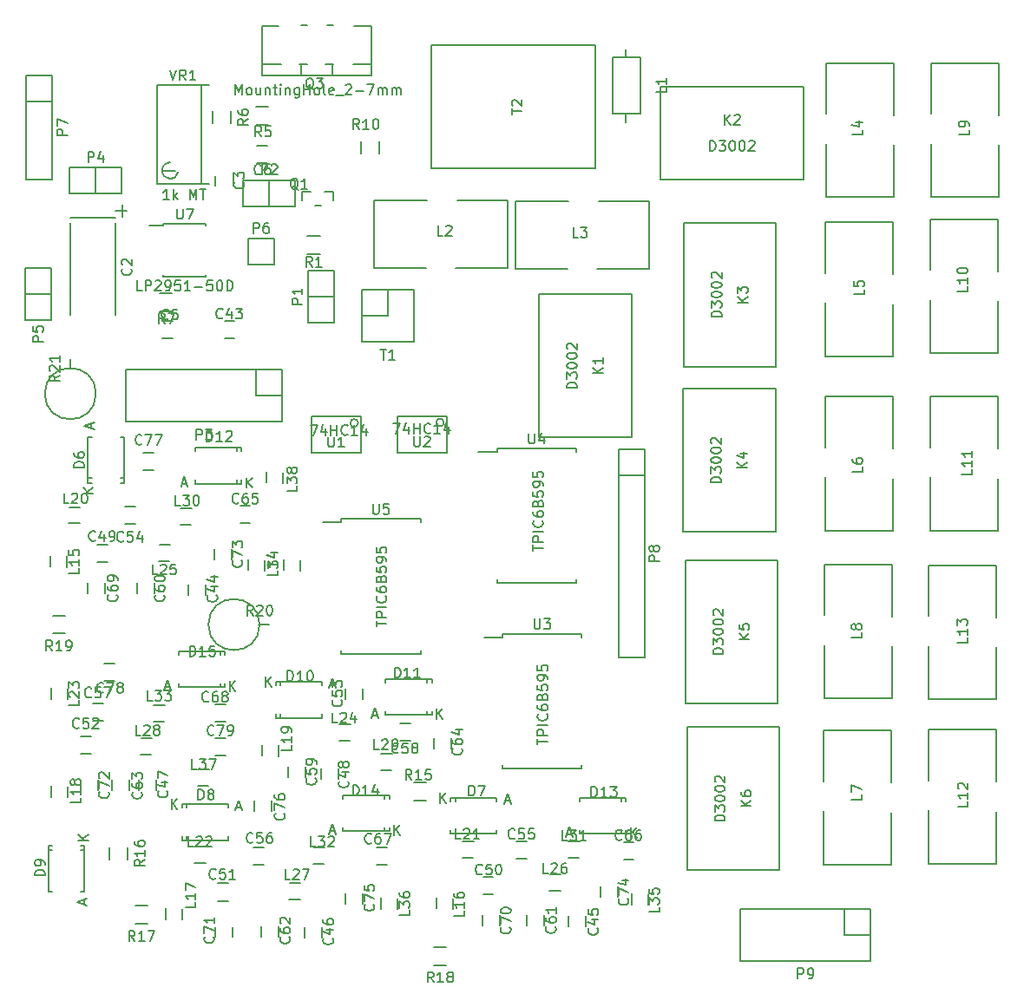
<source format=gto>
%FSLAX46Y46*%
G04 Gerber Fmt 4.6, Leading zero omitted, Abs format (unit mm)*
G04 Created by KiCad (PCBNEW (2014-10-27 BZR 5228)-product) date 10/01/2015 12:02:04*
%MOMM*%
G01*
G04 APERTURE LIST*
%ADD10C,0.100000*%
%ADD11C,0.150000*%
G04 APERTURE END LIST*
D10*
D11*
X107901740Y-98270060D02*
X108252260Y-98270060D01*
X111401860Y-98270060D02*
X111051340Y-98270060D01*
X107901740Y-98719640D02*
X108252260Y-98719640D01*
X107901740Y-94218760D02*
X108252260Y-94218760D01*
X111401860Y-94218760D02*
X111051340Y-94218760D01*
X111401860Y-98719640D02*
X111051340Y-98719640D01*
X107901740Y-94218760D02*
X107901740Y-98719640D01*
X111401860Y-94218760D02*
X111401860Y-98719640D01*
X143728440Y-129440940D02*
X143728440Y-129791460D01*
X143728440Y-132941060D02*
X143728440Y-132590540D01*
X143278860Y-129440940D02*
X143278860Y-129791460D01*
X147779740Y-129440940D02*
X147779740Y-129791460D01*
X147779740Y-132941060D02*
X147779740Y-132590540D01*
X143278860Y-132941060D02*
X143278860Y-132590540D01*
X147779740Y-129440940D02*
X143278860Y-129440940D01*
X147779740Y-132941060D02*
X143278860Y-132941060D01*
X117502940Y-130088640D02*
X117502940Y-130439160D01*
X117502940Y-133588760D02*
X117502940Y-133238240D01*
X117053360Y-130088640D02*
X117053360Y-130439160D01*
X121554240Y-130088640D02*
X121554240Y-130439160D01*
X121554240Y-133588760D02*
X121554240Y-133238240D01*
X117053360Y-133588760D02*
X117053360Y-133238240D01*
X121554240Y-130088640D02*
X117053360Y-130088640D01*
X121554240Y-133588760D02*
X117053360Y-133588760D01*
X107515660Y-134546340D02*
X107165140Y-134546340D01*
X104015540Y-134546340D02*
X104366060Y-134546340D01*
X107515660Y-134096760D02*
X107165140Y-134096760D01*
X107515660Y-138597640D02*
X107165140Y-138597640D01*
X104015540Y-138597640D02*
X104366060Y-138597640D01*
X104015540Y-134096760D02*
X104366060Y-134096760D01*
X107515660Y-138597640D02*
X107515660Y-134096760D01*
X104015540Y-138597640D02*
X104015540Y-134096760D01*
X126672340Y-118150640D02*
X126672340Y-118501160D01*
X126672340Y-121650760D02*
X126672340Y-121300240D01*
X126222760Y-118150640D02*
X126222760Y-118501160D01*
X130723640Y-118150640D02*
X130723640Y-118501160D01*
X130723640Y-121650760D02*
X130723640Y-121300240D01*
X126222760Y-121650760D02*
X126222760Y-121300240D01*
X130723640Y-118150640D02*
X126222760Y-118150640D01*
X130723640Y-121650760D02*
X126222760Y-121650760D01*
X140992860Y-121371360D02*
X140992860Y-121020840D01*
X140992860Y-117871240D02*
X140992860Y-118221760D01*
X141442440Y-121371360D02*
X141442440Y-121020840D01*
X136941560Y-121371360D02*
X136941560Y-121020840D01*
X136941560Y-117871240D02*
X136941560Y-118221760D01*
X141442440Y-117871240D02*
X141442440Y-118221760D01*
X136941560Y-121371360D02*
X141442440Y-121371360D01*
X136941560Y-117871240D02*
X141442440Y-117871240D01*
X122400060Y-98790760D02*
X122400060Y-98440240D01*
X122400060Y-95290640D02*
X122400060Y-95641160D01*
X122849640Y-98790760D02*
X122849640Y-98440240D01*
X118348760Y-98790760D02*
X118348760Y-98440240D01*
X118348760Y-95290640D02*
X118348760Y-95641160D01*
X122849640Y-95290640D02*
X122849640Y-95641160D01*
X118348760Y-98790760D02*
X122849640Y-98790760D01*
X118348760Y-95290640D02*
X122849640Y-95290640D01*
X159941260Y-132979160D02*
X159941260Y-132628640D01*
X159941260Y-129479040D02*
X159941260Y-129829560D01*
X160390840Y-132979160D02*
X160390840Y-132628640D01*
X155889960Y-132979160D02*
X155889960Y-132628640D01*
X155889960Y-129479040D02*
X155889960Y-129829560D01*
X160390840Y-129479040D02*
X160390840Y-129829560D01*
X155889960Y-132979160D02*
X160390840Y-132979160D01*
X155889960Y-129479040D02*
X160390840Y-129479040D01*
X136839960Y-132712460D02*
X136839960Y-132361940D01*
X136839960Y-129212340D02*
X136839960Y-129562860D01*
X137289540Y-132712460D02*
X137289540Y-132361940D01*
X132788660Y-132712460D02*
X132788660Y-132361940D01*
X132788660Y-129212340D02*
X132788660Y-129562860D01*
X137289540Y-129212340D02*
X137289540Y-129562860D01*
X132788660Y-132712460D02*
X137289540Y-132712460D01*
X132788660Y-129212340D02*
X137289540Y-129212340D01*
X120774460Y-118653560D02*
X120774460Y-118303040D01*
X120774460Y-115153440D02*
X120774460Y-115503960D01*
X121224040Y-118653560D02*
X121224040Y-118303040D01*
X116723160Y-118653560D02*
X116723160Y-118303040D01*
X116723160Y-115153440D02*
X116723160Y-115503960D01*
X121224040Y-115153440D02*
X121224040Y-115503960D01*
X116723160Y-118653560D02*
X121224040Y-118653560D01*
X116723160Y-115153440D02*
X121224040Y-115153440D01*
X160375600Y-57203340D02*
X160375600Y-56441340D01*
X160375600Y-62664340D02*
X160375600Y-63553340D01*
X159105600Y-57203340D02*
X161772600Y-57203340D01*
X161772600Y-57203340D02*
X161772600Y-62664340D01*
X161772600Y-62664340D02*
X159105600Y-62664340D01*
X159105600Y-62664340D02*
X159105600Y-57203340D01*
X135788400Y-71132700D02*
X140995400Y-71132700D01*
X148869400Y-71132700D02*
X143916400Y-71132700D01*
X135788400Y-77736700D02*
X140868400Y-77736700D01*
X148869400Y-77736700D02*
X143789400Y-77736700D01*
X148869400Y-77736700D02*
X148869400Y-71132700D01*
X135788400Y-71132700D02*
X135788400Y-77736700D01*
X149593300Y-71196200D02*
X154800300Y-71196200D01*
X162674300Y-71196200D02*
X157721300Y-71196200D01*
X149593300Y-77800200D02*
X154673300Y-77800200D01*
X162674300Y-77800200D02*
X157594300Y-77800200D01*
X162674300Y-77800200D02*
X162674300Y-71196200D01*
X149593300Y-71196200D02*
X149593300Y-77800200D01*
X179896000Y-70800000D02*
X179896000Y-65593000D01*
X179896000Y-57719000D02*
X179896000Y-62672000D01*
X186500000Y-70800000D02*
X186500000Y-65720000D01*
X186500000Y-57719000D02*
X186500000Y-62799000D01*
X186500000Y-57719000D02*
X179896000Y-57719000D01*
X179896000Y-70800000D02*
X186500000Y-70800000D01*
X179842000Y-86369300D02*
X179842000Y-81162300D01*
X179842000Y-73288300D02*
X179842000Y-78241300D01*
X186446000Y-86369300D02*
X186446000Y-81289300D01*
X186446000Y-73288300D02*
X186446000Y-78368300D01*
X186446000Y-73288300D02*
X179842000Y-73288300D01*
X179842000Y-86369300D02*
X186446000Y-86369300D01*
X179800700Y-103359500D02*
X179800700Y-98152500D01*
X179800700Y-90278500D02*
X179800700Y-95231500D01*
X186404700Y-103359500D02*
X186404700Y-98279500D01*
X186404700Y-90278500D02*
X186404700Y-95358500D01*
X186404700Y-90278500D02*
X179800700Y-90278500D01*
X179800700Y-103359500D02*
X186404700Y-103359500D01*
X179688000Y-135967000D02*
X179688000Y-130760000D01*
X179688000Y-122886000D02*
X179688000Y-127839000D01*
X186292000Y-135967000D02*
X186292000Y-130887000D01*
X186292000Y-122886000D02*
X186292000Y-127966000D01*
X186292000Y-122886000D02*
X179688000Y-122886000D01*
X179688000Y-135967000D02*
X186292000Y-135967000D01*
X179734000Y-119756000D02*
X179734000Y-114549000D01*
X179734000Y-106675000D02*
X179734000Y-111628000D01*
X186338000Y-119756000D02*
X186338000Y-114676000D01*
X186338000Y-106675000D02*
X186338000Y-111755000D01*
X186338000Y-106675000D02*
X179734000Y-106675000D01*
X179734000Y-119756000D02*
X186338000Y-119756000D01*
X190196000Y-70800000D02*
X190196000Y-65593000D01*
X190196000Y-57719000D02*
X190196000Y-62672000D01*
X196800000Y-70800000D02*
X196800000Y-65720000D01*
X196800000Y-57719000D02*
X196800000Y-62799000D01*
X196800000Y-57719000D02*
X190196000Y-57719000D01*
X190196000Y-70800000D02*
X196800000Y-70800000D01*
X190042000Y-86069300D02*
X190042000Y-80862300D01*
X190042000Y-72988300D02*
X190042000Y-77941300D01*
X196646000Y-86069300D02*
X196646000Y-80989300D01*
X196646000Y-72988300D02*
X196646000Y-78068300D01*
X196646000Y-72988300D02*
X190042000Y-72988300D01*
X190042000Y-86069300D02*
X196646000Y-86069300D01*
X190100700Y-103359500D02*
X190100700Y-98152500D01*
X190100700Y-90278500D02*
X190100700Y-95231500D01*
X196704700Y-103359500D02*
X196704700Y-98279500D01*
X196704700Y-90278500D02*
X196704700Y-95358500D01*
X196704700Y-90278500D02*
X190100700Y-90278500D01*
X190100700Y-103359500D02*
X196704700Y-103359500D01*
X189888000Y-135867000D02*
X189888000Y-130660000D01*
X189888000Y-122786000D02*
X189888000Y-127739000D01*
X196492000Y-135867000D02*
X196492000Y-130787000D01*
X196492000Y-122786000D02*
X196492000Y-127866000D01*
X196492000Y-122786000D02*
X189888000Y-122786000D01*
X189888000Y-135867000D02*
X196492000Y-135867000D01*
X189934000Y-119856000D02*
X189934000Y-114649000D01*
X189934000Y-106775000D02*
X189934000Y-111728000D01*
X196538000Y-119856000D02*
X196538000Y-114776000D01*
X196538000Y-106775000D02*
X196538000Y-111855000D01*
X196538000Y-106775000D02*
X189934000Y-106775000D01*
X189934000Y-119856000D02*
X196538000Y-119856000D01*
X129374900Y-80518000D02*
X131914900Y-80518000D01*
X129374900Y-83058000D02*
X131914900Y-83058000D01*
X131914900Y-83058000D02*
X131914900Y-80518000D01*
X131914900Y-80518000D02*
X131914900Y-77978000D01*
X131914900Y-77978000D02*
X129374900Y-77978000D01*
X129374900Y-77978000D02*
X129374900Y-83058000D01*
X125577600Y-69176900D02*
X125577600Y-71716900D01*
X123037600Y-69176900D02*
X123037600Y-71716900D01*
X123037600Y-71716900D02*
X125577600Y-71716900D01*
X125577600Y-71716900D02*
X128117600Y-71716900D01*
X128117600Y-71716900D02*
X128117600Y-69176900D01*
X128117600Y-69176900D02*
X123037600Y-69176900D01*
X111594900Y-92760800D02*
X126834900Y-92760800D01*
X124294900Y-87680800D02*
X111594900Y-87680800D01*
X111594900Y-92760800D02*
X111594900Y-87680800D01*
X126834900Y-92760800D02*
X126834900Y-90220800D01*
X126834900Y-87680800D02*
X124294900Y-87680800D01*
X126834900Y-90220800D02*
X124294900Y-90220800D01*
X124294900Y-90220800D02*
X124294900Y-87680800D01*
X126834900Y-87680800D02*
X126834900Y-90220800D01*
X108661200Y-67957700D02*
X108661200Y-70497700D01*
X106121200Y-67957700D02*
X106121200Y-70497700D01*
X106121200Y-70497700D02*
X108661200Y-70497700D01*
X108661200Y-70497700D02*
X111201200Y-70497700D01*
X111201200Y-70497700D02*
X111201200Y-67957700D01*
X111201200Y-67957700D02*
X106121200Y-67957700D01*
X101765100Y-80276700D02*
X104305100Y-80276700D01*
X101765100Y-82816700D02*
X104305100Y-82816700D01*
X104305100Y-82816700D02*
X104305100Y-80276700D01*
X104305100Y-80276700D02*
X104305100Y-77736700D01*
X104305100Y-77736700D02*
X101765100Y-77736700D01*
X101765100Y-77736700D02*
X101765100Y-82816700D01*
X123507500Y-74891900D02*
X123507500Y-77431900D01*
X123507500Y-77431900D02*
X126047500Y-77431900D01*
X126047500Y-77431900D02*
X126047500Y-74891900D01*
X126047500Y-74891900D02*
X123507500Y-74891900D01*
X101866700Y-61468000D02*
X101866700Y-69088000D01*
X104406700Y-61468000D02*
X104406700Y-69088000D01*
X104406700Y-58928000D02*
X104406700Y-61468000D01*
X101866700Y-69088000D02*
X104406700Y-69088000D01*
X104406700Y-61468000D02*
X101866700Y-61468000D01*
X104406700Y-58928000D02*
X101866700Y-58928000D01*
X101866700Y-58928000D02*
X101866700Y-61468000D01*
X128814700Y-71167600D02*
X128814700Y-70267600D01*
X128814700Y-70267600D02*
X129614700Y-70267600D01*
X131814700Y-71167600D02*
X131814700Y-70267600D01*
X131814700Y-70267600D02*
X131014700Y-70267600D01*
X130614700Y-71667600D02*
X130014700Y-71667600D01*
X124866000Y-57805000D02*
X126771000Y-57805000D01*
X129311000Y-57805000D02*
X128549000Y-57805000D01*
X131724000Y-57805000D02*
X131851000Y-57805000D01*
X131724000Y-57805000D02*
X131089000Y-57805000D01*
X135534000Y-57805000D02*
X133756000Y-57805000D01*
X135534000Y-54122000D02*
X133883000Y-54122000D01*
X131216000Y-53995000D02*
X131851000Y-53995000D01*
X128676000Y-53995000D02*
X129311000Y-53995000D01*
X124866000Y-54122000D02*
X126517000Y-54122000D01*
X131724000Y-58948000D02*
X131724000Y-57805000D01*
X128676000Y-58948000D02*
X128676000Y-57805000D01*
X124866000Y-57805000D02*
X124866000Y-54122000D01*
X135534000Y-54122000D02*
X135534000Y-57805000D01*
X124866000Y-58948000D02*
X124866000Y-57805000D01*
X135534000Y-57805000D02*
X135534000Y-58948000D01*
X130200000Y-58948000D02*
X135534000Y-58948000D01*
X130200000Y-58948000D02*
X124866000Y-58948000D01*
X124538740Y-112547400D02*
X125539500Y-112547400D01*
X124637800Y-112547400D02*
G75*
G03X124637800Y-112547400I-2499360J0D01*
G01*
X106172000Y-87602060D02*
X106172000Y-86601300D01*
X108671360Y-90002360D02*
G75*
G03X108671360Y-90002360I-2499360J0D01*
G01*
X134632700Y-82410300D02*
X134632700Y-79870300D01*
X134632700Y-79870300D02*
X137172700Y-79870300D01*
X137172700Y-79870300D02*
X137172700Y-82410300D01*
X137172700Y-82410300D02*
X134632700Y-82410300D01*
X134632700Y-82410300D02*
X134632700Y-84950300D01*
X134632700Y-84950300D02*
X139712700Y-84950300D01*
X139712700Y-84950300D02*
X139712700Y-79870300D01*
X139712700Y-79870300D02*
X137172700Y-79870300D01*
X134505700Y-95783400D02*
X129679700Y-95783400D01*
X129679700Y-95783400D02*
X129679700Y-92227400D01*
X129679700Y-92227400D02*
X134505700Y-92227400D01*
X134505700Y-92227400D02*
X134505700Y-95783400D01*
X134251700Y-92862400D02*
G75*
G03X134251700Y-92862400I-381000J0D01*
G01*
X142875000Y-95732600D02*
X138049000Y-95732600D01*
X138049000Y-95732600D02*
X138049000Y-92176600D01*
X138049000Y-92176600D02*
X142875000Y-92176600D01*
X142875000Y-92176600D02*
X142875000Y-95732600D01*
X142621000Y-92811600D02*
G75*
G03X142621000Y-92811600I-381000J0D01*
G01*
X148321800Y-113440000D02*
X148321800Y-113775000D01*
X156071800Y-113440000D02*
X156071800Y-113775000D01*
X156071800Y-126590000D02*
X156071800Y-126255000D01*
X148321800Y-126590000D02*
X148321800Y-126255000D01*
X148321800Y-113440000D02*
X156071800Y-113440000D01*
X148321800Y-126590000D02*
X156071800Y-126590000D01*
X148321800Y-113775000D02*
X146521800Y-113775000D01*
X147788400Y-95355200D02*
X147788400Y-95690200D01*
X155538400Y-95355200D02*
X155538400Y-95690200D01*
X155538400Y-108505200D02*
X155538400Y-108170200D01*
X147788400Y-108505200D02*
X147788400Y-108170200D01*
X147788400Y-95355200D02*
X155538400Y-95355200D01*
X147788400Y-108505200D02*
X155538400Y-108505200D01*
X147788400Y-95690200D02*
X145988400Y-95690200D01*
X132586500Y-102225900D02*
X132586500Y-102560900D01*
X140336500Y-102225900D02*
X140336500Y-102560900D01*
X140336500Y-115375900D02*
X140336500Y-115040900D01*
X132586500Y-115375900D02*
X132586500Y-115040900D01*
X132586500Y-102225900D02*
X140336500Y-102225900D01*
X132586500Y-115375900D02*
X140336500Y-115375900D01*
X132586500Y-102560900D02*
X130786500Y-102560900D01*
X115138200Y-68224400D02*
X116408200Y-68224400D01*
X115887500Y-67437000D02*
X115633500Y-67475100D01*
X115633500Y-67475100D02*
X115354100Y-67652900D01*
X115354100Y-67652900D02*
X115138200Y-67970400D01*
X115138200Y-67970400D02*
X115125500Y-68414900D01*
X115125500Y-68414900D02*
X115328700Y-68770500D01*
X115328700Y-68770500D02*
X115620800Y-68948300D01*
X115620800Y-68948300D02*
X115938300Y-68999100D01*
X115938300Y-68999100D02*
X116344700Y-68897500D01*
X116344700Y-68897500D02*
X116598700Y-68554600D01*
X116598700Y-68554600D02*
X116687600Y-68376800D01*
X118948200Y-59842400D02*
X118948200Y-69494400D01*
X115900200Y-69494400D02*
X114630200Y-69494400D01*
X114630200Y-69494400D02*
X114630200Y-59842400D01*
X114630200Y-59842400D02*
X119710200Y-59842400D01*
X119710200Y-69494400D02*
X117170200Y-69494400D01*
X117170200Y-69494400D02*
X115900200Y-69494400D01*
X184238900Y-145376900D02*
X171538900Y-145376900D01*
X171538900Y-145376900D02*
X171538900Y-140296900D01*
X171538900Y-140296900D02*
X181698900Y-140296900D01*
X184238900Y-145376900D02*
X184238900Y-142836900D01*
X184238900Y-140296900D02*
X181698900Y-140296900D01*
X184238900Y-142836900D02*
X181698900Y-142836900D01*
X181698900Y-142836900D02*
X181698900Y-140296900D01*
X184238900Y-140296900D02*
X184238900Y-142836900D01*
X162179000Y-97993200D02*
X162179000Y-115773200D01*
X162179000Y-115773200D02*
X159639000Y-115773200D01*
X159639000Y-115773200D02*
X159639000Y-97993200D01*
X162179000Y-95453200D02*
X162179000Y-97993200D01*
X162179000Y-97993200D02*
X159639000Y-97993200D01*
X162179000Y-95453200D02*
X159639000Y-95453200D01*
X159639000Y-95453200D02*
X159639000Y-97993200D01*
X115260300Y-73421800D02*
X115260300Y-73566800D01*
X119410300Y-73421800D02*
X119410300Y-73566800D01*
X119410300Y-78571800D02*
X119410300Y-78426800D01*
X115260300Y-78571800D02*
X115260300Y-78426800D01*
X115260300Y-73421800D02*
X119410300Y-73421800D01*
X115260300Y-78571800D02*
X119410300Y-78571800D01*
X115260300Y-73566800D02*
X113860300Y-73566800D01*
X141382400Y-55976000D02*
X157382400Y-55976000D01*
X157382400Y-55976000D02*
X157382400Y-67976000D01*
X157382400Y-67976000D02*
X141382400Y-67976000D01*
X141382400Y-67976000D02*
X141382400Y-55976000D01*
X160913200Y-80287100D02*
X160913200Y-94287100D01*
X160913200Y-94287100D02*
X151913200Y-94287100D01*
X151913200Y-94287100D02*
X151913200Y-80287100D01*
X151913200Y-80287100D02*
X160913200Y-80287100D01*
X163726100Y-60079500D02*
X177726100Y-60079500D01*
X177726100Y-60079500D02*
X177726100Y-69079500D01*
X177726100Y-69079500D02*
X163726100Y-69079500D01*
X163726100Y-69079500D02*
X163726100Y-60079500D01*
X175035600Y-73352900D02*
X175035600Y-87352900D01*
X175035600Y-87352900D02*
X166035600Y-87352900D01*
X166035600Y-87352900D02*
X166035600Y-73352900D01*
X166035600Y-73352900D02*
X175035600Y-73352900D01*
X174984800Y-89507300D02*
X174984800Y-103507300D01*
X174984800Y-103507300D02*
X165984800Y-103507300D01*
X165984800Y-103507300D02*
X165984800Y-89507300D01*
X165984800Y-89507300D02*
X174984800Y-89507300D01*
X175188000Y-106258600D02*
X175188000Y-120258600D01*
X175188000Y-120258600D02*
X166188000Y-120258600D01*
X166188000Y-120258600D02*
X166188000Y-106258600D01*
X166188000Y-106258600D02*
X175188000Y-106258600D01*
X175365800Y-122527300D02*
X175365800Y-136527300D01*
X175365800Y-136527300D02*
X166365800Y-136527300D01*
X166365800Y-136527300D02*
X166365800Y-122527300D01*
X166365800Y-122527300D02*
X175365800Y-122527300D01*
X122046100Y-69727700D02*
X122046100Y-68727700D01*
X120346100Y-68727700D02*
X120346100Y-69727700D01*
X116171600Y-82919200D02*
X115171600Y-82919200D01*
X115171600Y-84619200D02*
X116171600Y-84619200D01*
X124404500Y-67525000D02*
X125404500Y-67525000D01*
X125404500Y-65825000D02*
X124404500Y-65825000D01*
X122204100Y-82919200D02*
X121204100Y-82919200D01*
X121204100Y-84619200D02*
X122204100Y-84619200D01*
X119417200Y-109643800D02*
X119417200Y-108643800D01*
X117717200Y-108643800D02*
X117717200Y-109643800D01*
X156437700Y-141978000D02*
X156437700Y-140978000D01*
X154737700Y-140978000D02*
X154737700Y-141978000D01*
X130732900Y-143121000D02*
X130732900Y-142121000D01*
X129032900Y-142121000D02*
X129032900Y-143121000D01*
X114578500Y-128706500D02*
X114578500Y-127706500D01*
X112878500Y-127706500D02*
X112878500Y-128706500D01*
X132320400Y-127614300D02*
X132320400Y-126614300D01*
X130620400Y-126614300D02*
X130620400Y-127614300D01*
X109808900Y-104725100D02*
X108808900Y-104725100D01*
X108808900Y-106425100D02*
X109808900Y-106425100D01*
X147439000Y-137199000D02*
X146439000Y-137199000D01*
X146439000Y-138899000D02*
X147439000Y-138899000D01*
X121581800Y-137808600D02*
X120581800Y-137808600D01*
X120581800Y-139508600D02*
X121581800Y-139508600D01*
X108170600Y-123470300D02*
X107170600Y-123470300D01*
X107170600Y-125170300D02*
X108170600Y-125170300D01*
X133020700Y-118841900D02*
X133020700Y-119841900D01*
X134720700Y-119841900D02*
X134720700Y-118841900D01*
X111488600Y-102754800D02*
X112488600Y-102754800D01*
X112488600Y-101054800D02*
X111488600Y-101054800D01*
X149677500Y-135431900D02*
X150677500Y-135431900D01*
X150677500Y-133731900D02*
X149677500Y-133731900D01*
X124048900Y-135978000D02*
X125048900Y-135978000D01*
X125048900Y-134278000D02*
X124048900Y-134278000D01*
X108351700Y-121931800D02*
X109351700Y-121931800D01*
X109351700Y-120231800D02*
X108351700Y-120231800D01*
X138361800Y-123887600D02*
X139361800Y-123887600D01*
X139361800Y-122187600D02*
X138361800Y-122187600D01*
X129081900Y-127423800D02*
X129081900Y-126423800D01*
X127381900Y-126423800D02*
X127381900Y-127423800D01*
X114388000Y-109466000D02*
X114388000Y-108466000D01*
X112688000Y-108466000D02*
X112688000Y-109466000D01*
X152437200Y-141901800D02*
X152437200Y-140901800D01*
X150737200Y-140901800D02*
X150737200Y-141901800D01*
X126478400Y-143019400D02*
X126478400Y-142019400D01*
X124778400Y-142019400D02*
X124778400Y-143019400D01*
X111911500Y-128706500D02*
X111911500Y-127706500D01*
X110211500Y-127706500D02*
X110211500Y-128706500D01*
X143369400Y-124604400D02*
X143369400Y-123604400D01*
X141669400Y-123604400D02*
X141669400Y-124604400D01*
X122728100Y-102640500D02*
X123728100Y-102640500D01*
X123728100Y-100940500D02*
X122728100Y-100940500D01*
X160155000Y-135470000D02*
X161155000Y-135470000D01*
X161155000Y-133770000D02*
X160155000Y-133770000D01*
X136050400Y-135978000D02*
X137050400Y-135978000D01*
X137050400Y-134278000D02*
X136050400Y-134278000D01*
X120315100Y-121995300D02*
X121315100Y-121995300D01*
X121315100Y-120295300D02*
X120315100Y-120295300D01*
X109536600Y-109453300D02*
X109536600Y-108453300D01*
X107836600Y-108453300D02*
X107836600Y-109453300D01*
X148055700Y-141939900D02*
X148055700Y-140939900D01*
X146355700Y-140939900D02*
X146355700Y-141939900D01*
X121969900Y-143044800D02*
X121969900Y-142044800D01*
X120269900Y-142044800D02*
X120269900Y-143044800D01*
X108901600Y-128668400D02*
X108901600Y-127668400D01*
X107201600Y-127668400D02*
X107201600Y-128668400D01*
X121931800Y-106164000D02*
X121931800Y-105164000D01*
X120231800Y-105164000D02*
X120231800Y-106164000D01*
X159561900Y-139082400D02*
X159561900Y-138082400D01*
X157861900Y-138082400D02*
X157861900Y-139082400D01*
X134669900Y-139793600D02*
X134669900Y-138793600D01*
X132969900Y-138793600D02*
X132969900Y-139793600D01*
X125818000Y-130725800D02*
X125818000Y-129725800D01*
X124118000Y-129725800D02*
X124118000Y-130725800D01*
X114292000Y-95797000D02*
X113292000Y-95797000D01*
X113292000Y-97497000D02*
X114292000Y-97497000D01*
X109482000Y-118045600D02*
X110482000Y-118045600D01*
X110482000Y-116345600D02*
X109482000Y-116345600D01*
X120315100Y-125297300D02*
X121315100Y-125297300D01*
X121315100Y-123597300D02*
X120315100Y-123597300D01*
X128600200Y-107281980D02*
X128600200Y-106230420D01*
X127000000Y-106179620D02*
X127000000Y-107231180D01*
X104241600Y-105824020D02*
X104241600Y-106875580D01*
X105841800Y-106926380D02*
X105841800Y-105874820D01*
X141871700Y-139212320D02*
X141871700Y-140263880D01*
X143471900Y-140314680D02*
X143471900Y-139263120D01*
X115519200Y-140241020D02*
X115519200Y-141292580D01*
X117119400Y-141343380D02*
X117119400Y-140291820D01*
X104317800Y-128303020D02*
X104317800Y-129354580D01*
X105918000Y-129405380D02*
X105918000Y-128353820D01*
X124917200Y-124277120D02*
X124917200Y-125328680D01*
X126517400Y-125379480D02*
X126517400Y-124327920D01*
X106027220Y-102666800D02*
X107078780Y-102666800D01*
X107129580Y-101066600D02*
X106078020Y-101066600D01*
X144406620Y-135305800D02*
X145458180Y-135305800D01*
X145508980Y-133705600D02*
X144457420Y-133705600D01*
X118308120Y-135839200D02*
X119359680Y-135839200D01*
X119410480Y-134239000D02*
X118358920Y-134239000D01*
X104279700Y-118739920D02*
X104279700Y-119791480D01*
X105879900Y-119842280D02*
X105879900Y-118790720D01*
X132405120Y-123875800D02*
X133456680Y-123875800D01*
X133507480Y-122275600D02*
X132455920Y-122275600D01*
X115905280Y-104775000D02*
X114853720Y-104775000D01*
X114802920Y-106375200D02*
X115854480Y-106375200D01*
X154043380Y-136944100D02*
X152991820Y-136944100D01*
X152941020Y-138544300D02*
X153992580Y-138544300D01*
X128643380Y-137744200D02*
X127591820Y-137744200D01*
X127541020Y-139344400D02*
X128592580Y-139344400D01*
X114127280Y-123596400D02*
X113075720Y-123596400D01*
X113024920Y-125196600D02*
X114076480Y-125196600D01*
X137546080Y-125171200D02*
X136494520Y-125171200D01*
X136443720Y-126771400D02*
X137495280Y-126771400D01*
X116885720Y-102781100D02*
X117937280Y-102781100D01*
X117988080Y-101180900D02*
X116936520Y-101180900D01*
X154731720Y-135343900D02*
X155783280Y-135343900D01*
X155834080Y-133743700D02*
X154782520Y-133743700D01*
X129877820Y-135902700D02*
X130929380Y-135902700D01*
X130980180Y-134302500D02*
X129928620Y-134302500D01*
X114282220Y-121996200D02*
X115333780Y-121996200D01*
X115384580Y-120396000D02*
X114333020Y-120396000D01*
X123532900Y-106179620D02*
X123532900Y-107231180D01*
X125133100Y-107281980D02*
X125133100Y-106230420D01*
X160947100Y-138818620D02*
X160947100Y-139870180D01*
X162547300Y-139920980D02*
X162547300Y-138869420D01*
X136512300Y-139237720D02*
X136512300Y-140289280D01*
X138112500Y-140340080D02*
X138112500Y-139288520D01*
X119677180Y-126682500D02*
X118625620Y-126682500D01*
X118574820Y-128282700D02*
X119626380Y-128282700D01*
X125323600Y-97632520D02*
X125323600Y-98684080D01*
X126923800Y-98734880D02*
X126923800Y-97683320D01*
X129321000Y-74613800D02*
X130521000Y-74613800D01*
X130521000Y-76363800D02*
X129321000Y-76363800D01*
X124304500Y-61977300D02*
X125504500Y-61977300D01*
X125504500Y-63727300D02*
X124304500Y-63727300D01*
X120092500Y-63617400D02*
X120092500Y-62417400D01*
X121842500Y-62417400D02*
X121842500Y-63617400D01*
X114906500Y-80201800D02*
X116106500Y-80201800D01*
X116106500Y-81951800D02*
X114906500Y-81951800D01*
X134525000Y-66600000D02*
X134525000Y-65400000D01*
X136275000Y-65400000D02*
X136275000Y-66600000D01*
X140884200Y-129729200D02*
X139684200Y-129729200D01*
X139684200Y-127979200D02*
X140884200Y-127979200D01*
X109996000Y-135474000D02*
X109996000Y-134274000D01*
X111746000Y-134274000D02*
X111746000Y-135474000D01*
X112506200Y-139993400D02*
X113706200Y-139993400D01*
X113706200Y-141743400D02*
X112506200Y-141743400D01*
X141652700Y-144032000D02*
X142852700Y-144032000D01*
X142852700Y-145782000D02*
X141652700Y-145782000D01*
X104441700Y-111672400D02*
X105641700Y-111672400D01*
X105641700Y-113422400D02*
X104441700Y-113422400D01*
X110606840Y-72837040D02*
X106207560Y-72837040D01*
X106207560Y-73337420D02*
X106207560Y-82339180D01*
X110606840Y-82339180D02*
X110606840Y-73337420D01*
X111709200Y-72184260D02*
X110609380Y-72184260D01*
X111208820Y-71584820D02*
X111208820Y-72783700D01*
X107526081Y-97207295D02*
X106526081Y-97207295D01*
X106526081Y-96969200D01*
X106573700Y-96826342D01*
X106668938Y-96731104D01*
X106764176Y-96683485D01*
X106954652Y-96635866D01*
X107097510Y-96635866D01*
X107287986Y-96683485D01*
X107383224Y-96731104D01*
X107478462Y-96826342D01*
X107526081Y-96969200D01*
X107526081Y-97207295D01*
X106526081Y-95778723D02*
X106526081Y-95969200D01*
X106573700Y-96064438D01*
X106621319Y-96112057D01*
X106764176Y-96207295D01*
X106954652Y-96254914D01*
X107335605Y-96254914D01*
X107430843Y-96207295D01*
X107478462Y-96159676D01*
X107526081Y-96064438D01*
X107526081Y-95873961D01*
X107478462Y-95778723D01*
X107430843Y-95731104D01*
X107335605Y-95683485D01*
X107097510Y-95683485D01*
X107002271Y-95731104D01*
X106954652Y-95778723D01*
X106907033Y-95873961D01*
X106907033Y-96064438D01*
X106954652Y-96159676D01*
X107002271Y-96207295D01*
X107097510Y-96254914D01*
X108218267Y-93407835D02*
X108218267Y-92931644D01*
X108503981Y-93503073D02*
X107503981Y-93169740D01*
X108503981Y-92836406D01*
X108404921Y-99730845D02*
X107404921Y-99730845D01*
X108404921Y-99159416D02*
X107833492Y-99587988D01*
X107404921Y-99159416D02*
X107976350Y-99730845D01*
X145057905Y-129243081D02*
X145057905Y-128243081D01*
X145296000Y-128243081D01*
X145438858Y-128290700D01*
X145534096Y-128385938D01*
X145581715Y-128481176D01*
X145629334Y-128671652D01*
X145629334Y-128814510D01*
X145581715Y-129004986D01*
X145534096Y-129100224D01*
X145438858Y-129195462D01*
X145296000Y-129243081D01*
X145057905Y-129243081D01*
X145962667Y-128243081D02*
X146629334Y-128243081D01*
X146200762Y-129243081D01*
X148590665Y-129757467D02*
X149066856Y-129757467D01*
X148495427Y-130043181D02*
X148828760Y-129043181D01*
X149162094Y-130043181D01*
X142267655Y-129944121D02*
X142267655Y-128944121D01*
X142839084Y-129944121D02*
X142410512Y-129372692D01*
X142839084Y-128944121D02*
X142267655Y-129515550D01*
X118654605Y-129624081D02*
X118654605Y-128624081D01*
X118892700Y-128624081D01*
X119035558Y-128671700D01*
X119130796Y-128766938D01*
X119178415Y-128862176D01*
X119226034Y-129052652D01*
X119226034Y-129195510D01*
X119178415Y-129385986D01*
X119130796Y-129481224D01*
X119035558Y-129576462D01*
X118892700Y-129624081D01*
X118654605Y-129624081D01*
X119797462Y-129052652D02*
X119702224Y-129005033D01*
X119654605Y-128957414D01*
X119606986Y-128862176D01*
X119606986Y-128814557D01*
X119654605Y-128719319D01*
X119702224Y-128671700D01*
X119797462Y-128624081D01*
X119987939Y-128624081D01*
X120083177Y-128671700D01*
X120130796Y-128719319D01*
X120178415Y-128814557D01*
X120178415Y-128862176D01*
X120130796Y-128957414D01*
X120083177Y-129005033D01*
X119987939Y-129052652D01*
X119797462Y-129052652D01*
X119702224Y-129100271D01*
X119654605Y-129147890D01*
X119606986Y-129243129D01*
X119606986Y-129433605D01*
X119654605Y-129528843D01*
X119702224Y-129576462D01*
X119797462Y-129624081D01*
X119987939Y-129624081D01*
X120083177Y-129576462D01*
X120130796Y-129528843D01*
X120178415Y-129433605D01*
X120178415Y-129243129D01*
X120130796Y-129147890D01*
X120083177Y-129100271D01*
X119987939Y-129052652D01*
X122365165Y-130405167D02*
X122841356Y-130405167D01*
X122269927Y-130690881D02*
X122603260Y-129690881D01*
X122936594Y-130690881D01*
X116042155Y-130591821D02*
X116042155Y-129591821D01*
X116613584Y-130591821D02*
X116185012Y-130020392D01*
X116613584Y-129591821D02*
X116042155Y-130163250D01*
X103703381Y-137034495D02*
X102703381Y-137034495D01*
X102703381Y-136796400D01*
X102751000Y-136653542D01*
X102846238Y-136558304D01*
X102941476Y-136510685D01*
X103131952Y-136463066D01*
X103274810Y-136463066D01*
X103465286Y-136510685D01*
X103560524Y-136558304D01*
X103655762Y-136653542D01*
X103703381Y-136796400D01*
X103703381Y-137034495D01*
X103703381Y-135986876D02*
X103703381Y-135796400D01*
X103655762Y-135701161D01*
X103608143Y-135653542D01*
X103465286Y-135558304D01*
X103274810Y-135510685D01*
X102893857Y-135510685D01*
X102798619Y-135558304D01*
X102751000Y-135605923D01*
X102703381Y-135701161D01*
X102703381Y-135891638D01*
X102751000Y-135986876D01*
X102798619Y-136034495D01*
X102893857Y-136082114D01*
X103131952Y-136082114D01*
X103227190Y-136034495D01*
X103274810Y-135986876D01*
X103322429Y-135891638D01*
X103322429Y-135701161D01*
X103274810Y-135605923D01*
X103227190Y-135558304D01*
X103131952Y-135510685D01*
X107532467Y-139884755D02*
X107532467Y-139408564D01*
X107818181Y-139979993D02*
X106818181Y-139646660D01*
X107818181Y-139313326D01*
X107917241Y-133609365D02*
X106917241Y-133609365D01*
X107917241Y-133037936D02*
X107345812Y-133466508D01*
X106917241Y-133037936D02*
X107488670Y-133609365D01*
X127360514Y-118054381D02*
X127360514Y-117054381D01*
X127598609Y-117054381D01*
X127741467Y-117102000D01*
X127836705Y-117197238D01*
X127884324Y-117292476D01*
X127931943Y-117482952D01*
X127931943Y-117625810D01*
X127884324Y-117816286D01*
X127836705Y-117911524D01*
X127741467Y-118006762D01*
X127598609Y-118054381D01*
X127360514Y-118054381D01*
X128884324Y-118054381D02*
X128312895Y-118054381D01*
X128598609Y-118054381D02*
X128598609Y-117054381D01*
X128503371Y-117197238D01*
X128408133Y-117292476D01*
X128312895Y-117340095D01*
X129503371Y-117054381D02*
X129598610Y-117054381D01*
X129693848Y-117102000D01*
X129741467Y-117149619D01*
X129789086Y-117244857D01*
X129836705Y-117435333D01*
X129836705Y-117673429D01*
X129789086Y-117863905D01*
X129741467Y-117959143D01*
X129693848Y-118006762D01*
X129598610Y-118054381D01*
X129503371Y-118054381D01*
X129408133Y-118006762D01*
X129360514Y-117959143D01*
X129312895Y-117863905D01*
X129265276Y-117673429D01*
X129265276Y-117435333D01*
X129312895Y-117244857D01*
X129360514Y-117149619D01*
X129408133Y-117102000D01*
X129503371Y-117054381D01*
X131534565Y-118467167D02*
X132010756Y-118467167D01*
X131439327Y-118752881D02*
X131772660Y-117752881D01*
X132105994Y-118752881D01*
X125211555Y-118653821D02*
X125211555Y-117653821D01*
X125782984Y-118653821D02*
X125354412Y-118082392D01*
X125782984Y-117653821D02*
X125211555Y-118225250D01*
X137812614Y-117736881D02*
X137812614Y-116736881D01*
X138050709Y-116736881D01*
X138193567Y-116784500D01*
X138288805Y-116879738D01*
X138336424Y-116974976D01*
X138384043Y-117165452D01*
X138384043Y-117308310D01*
X138336424Y-117498786D01*
X138288805Y-117594024D01*
X138193567Y-117689262D01*
X138050709Y-117736881D01*
X137812614Y-117736881D01*
X139336424Y-117736881D02*
X138764995Y-117736881D01*
X139050709Y-117736881D02*
X139050709Y-116736881D01*
X138955471Y-116879738D01*
X138860233Y-116974976D01*
X138764995Y-117022595D01*
X140288805Y-117736881D02*
X139717376Y-117736881D01*
X140003090Y-117736881D02*
X140003090Y-116736881D01*
X139907852Y-116879738D01*
X139812614Y-116974976D01*
X139717376Y-117022595D01*
X135654445Y-121388167D02*
X136130636Y-121388167D01*
X135559207Y-121673881D02*
X135892540Y-120673881D01*
X136225874Y-121673881D01*
X141929835Y-121772941D02*
X141929835Y-120772941D01*
X142501264Y-121772941D02*
X142072692Y-121201512D01*
X142501264Y-120772941D02*
X141929835Y-121344370D01*
X119473814Y-94648281D02*
X119473814Y-93648281D01*
X119711909Y-93648281D01*
X119854767Y-93695900D01*
X119950005Y-93791138D01*
X119997624Y-93886376D01*
X120045243Y-94076852D01*
X120045243Y-94219710D01*
X119997624Y-94410186D01*
X119950005Y-94505424D01*
X119854767Y-94600662D01*
X119711909Y-94648281D01*
X119473814Y-94648281D01*
X120997624Y-94648281D02*
X120426195Y-94648281D01*
X120711909Y-94648281D02*
X120711909Y-93648281D01*
X120616671Y-93791138D01*
X120521433Y-93886376D01*
X120426195Y-93933995D01*
X121378576Y-93743519D02*
X121426195Y-93695900D01*
X121521433Y-93648281D01*
X121759529Y-93648281D01*
X121854767Y-93695900D01*
X121902386Y-93743519D01*
X121950005Y-93838757D01*
X121950005Y-93933995D01*
X121902386Y-94076852D01*
X121330957Y-94648281D01*
X121950005Y-94648281D01*
X117061645Y-98807567D02*
X117537836Y-98807567D01*
X116966407Y-99093281D02*
X117299740Y-98093281D01*
X117633074Y-99093281D01*
X123337035Y-99192341D02*
X123337035Y-98192341D01*
X123908464Y-99192341D02*
X123479892Y-98620912D01*
X123908464Y-98192341D02*
X123337035Y-98763770D01*
X157002314Y-129357381D02*
X157002314Y-128357381D01*
X157240409Y-128357381D01*
X157383267Y-128405000D01*
X157478505Y-128500238D01*
X157526124Y-128595476D01*
X157573743Y-128785952D01*
X157573743Y-128928810D01*
X157526124Y-129119286D01*
X157478505Y-129214524D01*
X157383267Y-129309762D01*
X157240409Y-129357381D01*
X157002314Y-129357381D01*
X158526124Y-129357381D02*
X157954695Y-129357381D01*
X158240409Y-129357381D02*
X158240409Y-128357381D01*
X158145171Y-128500238D01*
X158049933Y-128595476D01*
X157954695Y-128643095D01*
X158859457Y-128357381D02*
X159478505Y-128357381D01*
X159145171Y-128738333D01*
X159288029Y-128738333D01*
X159383267Y-128785952D01*
X159430886Y-128833571D01*
X159478505Y-128928810D01*
X159478505Y-129166905D01*
X159430886Y-129262143D01*
X159383267Y-129309762D01*
X159288029Y-129357381D01*
X159002314Y-129357381D01*
X158907076Y-129309762D01*
X158859457Y-129262143D01*
X154602845Y-132995967D02*
X155079036Y-132995967D01*
X154507607Y-133281681D02*
X154840940Y-132281681D01*
X155174274Y-133281681D01*
X160878235Y-133380741D02*
X160878235Y-132380741D01*
X161449664Y-133380741D02*
X161021092Y-132809312D01*
X161449664Y-132380741D02*
X160878235Y-132952170D01*
X133756214Y-129199581D02*
X133756214Y-128199581D01*
X133994309Y-128199581D01*
X134137167Y-128247200D01*
X134232405Y-128342438D01*
X134280024Y-128437676D01*
X134327643Y-128628152D01*
X134327643Y-128771010D01*
X134280024Y-128961486D01*
X134232405Y-129056724D01*
X134137167Y-129151962D01*
X133994309Y-129199581D01*
X133756214Y-129199581D01*
X135280024Y-129199581D02*
X134708595Y-129199581D01*
X134994309Y-129199581D02*
X134994309Y-128199581D01*
X134899071Y-128342438D01*
X134803833Y-128437676D01*
X134708595Y-128485295D01*
X136137167Y-128532914D02*
X136137167Y-129199581D01*
X135899071Y-128151962D02*
X135660976Y-128866248D01*
X136280024Y-128866248D01*
X131501545Y-132729267D02*
X131977736Y-132729267D01*
X131406307Y-133014981D02*
X131739640Y-132014981D01*
X132072974Y-133014981D01*
X137776935Y-133114041D02*
X137776935Y-132114041D01*
X138348364Y-133114041D02*
X137919792Y-132542612D01*
X138348364Y-132114041D02*
X137776935Y-132685470D01*
X117810114Y-115628681D02*
X117810114Y-114628681D01*
X118048209Y-114628681D01*
X118191067Y-114676300D01*
X118286305Y-114771538D01*
X118333924Y-114866776D01*
X118381543Y-115057252D01*
X118381543Y-115200110D01*
X118333924Y-115390586D01*
X118286305Y-115485824D01*
X118191067Y-115581062D01*
X118048209Y-115628681D01*
X117810114Y-115628681D01*
X119333924Y-115628681D02*
X118762495Y-115628681D01*
X119048209Y-115628681D02*
X119048209Y-114628681D01*
X118952971Y-114771538D01*
X118857733Y-114866776D01*
X118762495Y-114914395D01*
X120238686Y-114628681D02*
X119762495Y-114628681D01*
X119714876Y-115104871D01*
X119762495Y-115057252D01*
X119857733Y-115009633D01*
X120095829Y-115009633D01*
X120191067Y-115057252D01*
X120238686Y-115104871D01*
X120286305Y-115200110D01*
X120286305Y-115438205D01*
X120238686Y-115533443D01*
X120191067Y-115581062D01*
X120095829Y-115628681D01*
X119857733Y-115628681D01*
X119762495Y-115581062D01*
X119714876Y-115533443D01*
X115436045Y-118670367D02*
X115912236Y-118670367D01*
X115340807Y-118956081D02*
X115674140Y-117956081D01*
X116007474Y-118956081D01*
X121711435Y-119055141D02*
X121711435Y-118055141D01*
X122282864Y-119055141D02*
X121854292Y-118483712D01*
X122282864Y-118055141D02*
X121711435Y-118626570D01*
X164328101Y-60085266D02*
X164328101Y-60561457D01*
X163328101Y-60561457D01*
X164328101Y-59228123D02*
X164328101Y-59799552D01*
X164328101Y-59513838D02*
X163328101Y-59513838D01*
X163470958Y-59609076D01*
X163566196Y-59704314D01*
X163613815Y-59799552D01*
X142521734Y-74589081D02*
X142045543Y-74589081D01*
X142045543Y-73589081D01*
X142807448Y-73684319D02*
X142855067Y-73636700D01*
X142950305Y-73589081D01*
X143188401Y-73589081D01*
X143283639Y-73636700D01*
X143331258Y-73684319D01*
X143378877Y-73779557D01*
X143378877Y-73874795D01*
X143331258Y-74017652D01*
X142759829Y-74589081D01*
X143378877Y-74589081D01*
X155726634Y-74752581D02*
X155250443Y-74752581D01*
X155250443Y-73752581D01*
X155964729Y-73752581D02*
X156583777Y-73752581D01*
X156250443Y-74133533D01*
X156393301Y-74133533D01*
X156488539Y-74181152D01*
X156536158Y-74228771D01*
X156583777Y-74324010D01*
X156583777Y-74562105D01*
X156536158Y-74657343D01*
X156488539Y-74704962D01*
X156393301Y-74752581D01*
X156107586Y-74752581D01*
X156012348Y-74704962D01*
X155964729Y-74657343D01*
X183452381Y-64266666D02*
X183452381Y-64742857D01*
X182452381Y-64742857D01*
X182785714Y-63504761D02*
X183452381Y-63504761D01*
X182404762Y-63742857D02*
X183119048Y-63980952D01*
X183119048Y-63361904D01*
X183598381Y-79835966D02*
X183598381Y-80312157D01*
X182598381Y-80312157D01*
X182598381Y-79026442D02*
X182598381Y-79502633D01*
X183074571Y-79550252D01*
X183026952Y-79502633D01*
X182979333Y-79407395D01*
X182979333Y-79169299D01*
X183026952Y-79074061D01*
X183074571Y-79026442D01*
X183169810Y-78978823D01*
X183407905Y-78978823D01*
X183503143Y-79026442D01*
X183550762Y-79074061D01*
X183598381Y-79169299D01*
X183598381Y-79407395D01*
X183550762Y-79502633D01*
X183503143Y-79550252D01*
X183457081Y-97126166D02*
X183457081Y-97602357D01*
X182457081Y-97602357D01*
X182457081Y-96364261D02*
X182457081Y-96554738D01*
X182504700Y-96649976D01*
X182552319Y-96697595D01*
X182695176Y-96792833D01*
X182885652Y-96840452D01*
X183266605Y-96840452D01*
X183361843Y-96792833D01*
X183409462Y-96745214D01*
X183457081Y-96649976D01*
X183457081Y-96459499D01*
X183409462Y-96364261D01*
X183361843Y-96316642D01*
X183266605Y-96269023D01*
X183028510Y-96269023D01*
X182933271Y-96316642D01*
X182885652Y-96364261D01*
X182838033Y-96459499D01*
X182838033Y-96649976D01*
X182885652Y-96745214D01*
X182933271Y-96792833D01*
X183028510Y-96840452D01*
X183344381Y-129133666D02*
X183344381Y-129609857D01*
X182344381Y-129609857D01*
X182344381Y-128895571D02*
X182344381Y-128228904D01*
X183344381Y-128657476D01*
X183390381Y-113322666D02*
X183390381Y-113798857D01*
X182390381Y-113798857D01*
X182818952Y-112846476D02*
X182771333Y-112941714D01*
X182723714Y-112989333D01*
X182628476Y-113036952D01*
X182580857Y-113036952D01*
X182485619Y-112989333D01*
X182438000Y-112941714D01*
X182390381Y-112846476D01*
X182390381Y-112655999D01*
X182438000Y-112560761D01*
X182485619Y-112513142D01*
X182580857Y-112465523D01*
X182628476Y-112465523D01*
X182723714Y-112513142D01*
X182771333Y-112560761D01*
X182818952Y-112655999D01*
X182818952Y-112846476D01*
X182866571Y-112941714D01*
X182914190Y-112989333D01*
X183009429Y-113036952D01*
X183199905Y-113036952D01*
X183295143Y-112989333D01*
X183342762Y-112941714D01*
X183390381Y-112846476D01*
X183390381Y-112655999D01*
X183342762Y-112560761D01*
X183295143Y-112513142D01*
X183199905Y-112465523D01*
X183009429Y-112465523D01*
X182914190Y-112513142D01*
X182866571Y-112560761D01*
X182818952Y-112655999D01*
X193852381Y-64266666D02*
X193852381Y-64742857D01*
X192852381Y-64742857D01*
X193852381Y-63885714D02*
X193852381Y-63695238D01*
X193804762Y-63599999D01*
X193757143Y-63552380D01*
X193614286Y-63457142D01*
X193423810Y-63409523D01*
X193042857Y-63409523D01*
X192947619Y-63457142D01*
X192900000Y-63504761D01*
X192852381Y-63599999D01*
X192852381Y-63790476D01*
X192900000Y-63885714D01*
X192947619Y-63933333D01*
X193042857Y-63980952D01*
X193280952Y-63980952D01*
X193376190Y-63933333D01*
X193423810Y-63885714D01*
X193471429Y-63790476D01*
X193471429Y-63599999D01*
X193423810Y-63504761D01*
X193376190Y-63457142D01*
X193280952Y-63409523D01*
X193698381Y-79512157D02*
X193698381Y-79988348D01*
X192698381Y-79988348D01*
X193698381Y-78655014D02*
X193698381Y-79226443D01*
X193698381Y-78940729D02*
X192698381Y-78940729D01*
X192841238Y-79035967D01*
X192936476Y-79131205D01*
X192984095Y-79226443D01*
X192698381Y-78035967D02*
X192698381Y-77940728D01*
X192746000Y-77845490D01*
X192793619Y-77797871D01*
X192888857Y-77750252D01*
X193079333Y-77702633D01*
X193317429Y-77702633D01*
X193507905Y-77750252D01*
X193603143Y-77797871D01*
X193650762Y-77845490D01*
X193698381Y-77940728D01*
X193698381Y-78035967D01*
X193650762Y-78131205D01*
X193603143Y-78178824D01*
X193507905Y-78226443D01*
X193317429Y-78274062D01*
X193079333Y-78274062D01*
X192888857Y-78226443D01*
X192793619Y-78178824D01*
X192746000Y-78131205D01*
X192698381Y-78035967D01*
X194157081Y-97402357D02*
X194157081Y-97878548D01*
X193157081Y-97878548D01*
X194157081Y-96545214D02*
X194157081Y-97116643D01*
X194157081Y-96830929D02*
X193157081Y-96830929D01*
X193299938Y-96926167D01*
X193395176Y-97021405D01*
X193442795Y-97116643D01*
X194157081Y-95592833D02*
X194157081Y-96164262D01*
X194157081Y-95878548D02*
X193157081Y-95878548D01*
X193299938Y-95973786D01*
X193395176Y-96069024D01*
X193442795Y-96164262D01*
X193744381Y-129809857D02*
X193744381Y-130286048D01*
X192744381Y-130286048D01*
X193744381Y-128952714D02*
X193744381Y-129524143D01*
X193744381Y-129238429D02*
X192744381Y-129238429D01*
X192887238Y-129333667D01*
X192982476Y-129428905D01*
X193030095Y-129524143D01*
X192839619Y-128571762D02*
X192792000Y-128524143D01*
X192744381Y-128428905D01*
X192744381Y-128190809D01*
X192792000Y-128095571D01*
X192839619Y-128047952D01*
X192934857Y-128000333D01*
X193030095Y-128000333D01*
X193172952Y-128047952D01*
X193744381Y-128619381D01*
X193744381Y-128000333D01*
X193690381Y-113798857D02*
X193690381Y-114275048D01*
X192690381Y-114275048D01*
X193690381Y-112941714D02*
X193690381Y-113513143D01*
X193690381Y-113227429D02*
X192690381Y-113227429D01*
X192833238Y-113322667D01*
X192928476Y-113417905D01*
X192976095Y-113513143D01*
X192690381Y-112608381D02*
X192690381Y-111989333D01*
X193071333Y-112322667D01*
X193071333Y-112179809D01*
X193118952Y-112084571D01*
X193166571Y-112036952D01*
X193261810Y-111989333D01*
X193499905Y-111989333D01*
X193595143Y-112036952D01*
X193642762Y-112084571D01*
X193690381Y-112179809D01*
X193690381Y-112465524D01*
X193642762Y-112560762D01*
X193595143Y-112608381D01*
X128811281Y-81256095D02*
X127811281Y-81256095D01*
X127811281Y-80875142D01*
X127858900Y-80779904D01*
X127906519Y-80732285D01*
X128001757Y-80684666D01*
X128144614Y-80684666D01*
X128239852Y-80732285D01*
X128287471Y-80779904D01*
X128335090Y-80875142D01*
X128335090Y-81256095D01*
X128811281Y-79732285D02*
X128811281Y-80303714D01*
X128811281Y-80018000D02*
X127811281Y-80018000D01*
X127954138Y-80113238D01*
X128049376Y-80208476D01*
X128096995Y-80303714D01*
X124839505Y-68613281D02*
X124839505Y-67613281D01*
X125220458Y-67613281D01*
X125315696Y-67660900D01*
X125363315Y-67708519D01*
X125410934Y-67803757D01*
X125410934Y-67946614D01*
X125363315Y-68041852D01*
X125315696Y-68089471D01*
X125220458Y-68137090D01*
X124839505Y-68137090D01*
X125791886Y-67708519D02*
X125839505Y-67660900D01*
X125934743Y-67613281D01*
X126172839Y-67613281D01*
X126268077Y-67660900D01*
X126315696Y-67708519D01*
X126363315Y-67803757D01*
X126363315Y-67898995D01*
X126315696Y-68041852D01*
X125744267Y-68613281D01*
X126363315Y-68613281D01*
X118476805Y-94483181D02*
X118476805Y-93483181D01*
X118857758Y-93483181D01*
X118952996Y-93530800D01*
X119000615Y-93578419D01*
X119048234Y-93673657D01*
X119048234Y-93816514D01*
X119000615Y-93911752D01*
X118952996Y-93959371D01*
X118857758Y-94006990D01*
X118476805Y-94006990D01*
X119381567Y-93483181D02*
X120000615Y-93483181D01*
X119667281Y-93864133D01*
X119810139Y-93864133D01*
X119905377Y-93911752D01*
X119952996Y-93959371D01*
X120000615Y-94054610D01*
X120000615Y-94292705D01*
X119952996Y-94387943D01*
X119905377Y-94435562D01*
X119810139Y-94483181D01*
X119524424Y-94483181D01*
X119429186Y-94435562D01*
X119381567Y-94387943D01*
X107923105Y-67394081D02*
X107923105Y-66394081D01*
X108304058Y-66394081D01*
X108399296Y-66441700D01*
X108446915Y-66489319D01*
X108494534Y-66584557D01*
X108494534Y-66727414D01*
X108446915Y-66822652D01*
X108399296Y-66870271D01*
X108304058Y-66917890D01*
X107923105Y-66917890D01*
X109351677Y-66727414D02*
X109351677Y-67394081D01*
X109113581Y-66346462D02*
X108875486Y-67060748D01*
X109494534Y-67060748D01*
X103512881Y-84926395D02*
X102512881Y-84926395D01*
X102512881Y-84545442D01*
X102560500Y-84450204D01*
X102608119Y-84402585D01*
X102703357Y-84354966D01*
X102846214Y-84354966D01*
X102941452Y-84402585D01*
X102989071Y-84450204D01*
X103036690Y-84545442D01*
X103036690Y-84926395D01*
X102512881Y-83450204D02*
X102512881Y-83926395D01*
X102989071Y-83974014D01*
X102941452Y-83926395D01*
X102893833Y-83831157D01*
X102893833Y-83593061D01*
X102941452Y-83497823D01*
X102989071Y-83450204D01*
X103084310Y-83402585D01*
X103322405Y-83402585D01*
X103417643Y-83450204D01*
X103465262Y-83497823D01*
X103512881Y-83593061D01*
X103512881Y-83831157D01*
X103465262Y-83926395D01*
X103417643Y-83974014D01*
X124039405Y-74328281D02*
X124039405Y-73328281D01*
X124420358Y-73328281D01*
X124515596Y-73375900D01*
X124563215Y-73423519D01*
X124610834Y-73518757D01*
X124610834Y-73661614D01*
X124563215Y-73756852D01*
X124515596Y-73804471D01*
X124420358Y-73852090D01*
X124039405Y-73852090D01*
X125467977Y-73328281D02*
X125277500Y-73328281D01*
X125182262Y-73375900D01*
X125134643Y-73423519D01*
X125039405Y-73566376D01*
X124991786Y-73756852D01*
X124991786Y-74137805D01*
X125039405Y-74233043D01*
X125087024Y-74280662D01*
X125182262Y-74328281D01*
X125372739Y-74328281D01*
X125467977Y-74280662D01*
X125515596Y-74233043D01*
X125563215Y-74137805D01*
X125563215Y-73899710D01*
X125515596Y-73804471D01*
X125467977Y-73756852D01*
X125372739Y-73709233D01*
X125182262Y-73709233D01*
X125087024Y-73756852D01*
X125039405Y-73804471D01*
X124991786Y-73899710D01*
X105875081Y-64746095D02*
X104875081Y-64746095D01*
X104875081Y-64365142D01*
X104922700Y-64269904D01*
X104970319Y-64222285D01*
X105065557Y-64174666D01*
X105208414Y-64174666D01*
X105303652Y-64222285D01*
X105351271Y-64269904D01*
X105398890Y-64365142D01*
X105398890Y-64746095D01*
X104875081Y-63841333D02*
X104875081Y-63174666D01*
X105875081Y-63603238D01*
X128393662Y-70095319D02*
X128298424Y-70047700D01*
X128203186Y-69952462D01*
X128060329Y-69809605D01*
X127965090Y-69761986D01*
X127869852Y-69761986D01*
X127917471Y-70000081D02*
X127822233Y-69952462D01*
X127726995Y-69857224D01*
X127679376Y-69666748D01*
X127679376Y-69333414D01*
X127726995Y-69142938D01*
X127822233Y-69047700D01*
X127917471Y-69000081D01*
X128107948Y-69000081D01*
X128203186Y-69047700D01*
X128298424Y-69142938D01*
X128346043Y-69333414D01*
X128346043Y-69666748D01*
X128298424Y-69857224D01*
X128203186Y-69952462D01*
X128107948Y-70000081D01*
X127917471Y-70000081D01*
X129298424Y-70000081D02*
X128726995Y-70000081D01*
X129012709Y-70000081D02*
X129012709Y-69000081D01*
X128917471Y-69142938D01*
X128822233Y-69238176D01*
X128726995Y-69285795D01*
X129901962Y-60288419D02*
X129806724Y-60240800D01*
X129711486Y-60145562D01*
X129568629Y-60002705D01*
X129473390Y-59955086D01*
X129378152Y-59955086D01*
X129425771Y-60193181D02*
X129330533Y-60145562D01*
X129235295Y-60050324D01*
X129187676Y-59859848D01*
X129187676Y-59526514D01*
X129235295Y-59336038D01*
X129330533Y-59240800D01*
X129425771Y-59193181D01*
X129616248Y-59193181D01*
X129711486Y-59240800D01*
X129806724Y-59336038D01*
X129854343Y-59526514D01*
X129854343Y-59859848D01*
X129806724Y-60050324D01*
X129711486Y-60145562D01*
X129616248Y-60193181D01*
X129425771Y-60193181D01*
X130187676Y-59193181D02*
X130806724Y-59193181D01*
X130473390Y-59574133D01*
X130616248Y-59574133D01*
X130711486Y-59621752D01*
X130759105Y-59669371D01*
X130806724Y-59764610D01*
X130806724Y-60002705D01*
X130759105Y-60097943D01*
X130711486Y-60145562D01*
X130616248Y-60193181D01*
X130330533Y-60193181D01*
X130235295Y-60145562D01*
X130187676Y-60097943D01*
X123994943Y-111653581D02*
X123661609Y-111177390D01*
X123423514Y-111653581D02*
X123423514Y-110653581D01*
X123804467Y-110653581D01*
X123899705Y-110701200D01*
X123947324Y-110748819D01*
X123994943Y-110844057D01*
X123994943Y-110986914D01*
X123947324Y-111082152D01*
X123899705Y-111129771D01*
X123804467Y-111177390D01*
X123423514Y-111177390D01*
X124375895Y-110748819D02*
X124423514Y-110701200D01*
X124518752Y-110653581D01*
X124756848Y-110653581D01*
X124852086Y-110701200D01*
X124899705Y-110748819D01*
X124947324Y-110844057D01*
X124947324Y-110939295D01*
X124899705Y-111082152D01*
X124328276Y-111653581D01*
X124947324Y-111653581D01*
X125566371Y-110653581D02*
X125661610Y-110653581D01*
X125756848Y-110701200D01*
X125804467Y-110748819D01*
X125852086Y-110844057D01*
X125899705Y-111034533D01*
X125899705Y-111272629D01*
X125852086Y-111463105D01*
X125804467Y-111558343D01*
X125756848Y-111605962D01*
X125661610Y-111653581D01*
X125566371Y-111653581D01*
X125471133Y-111605962D01*
X125423514Y-111558343D01*
X125375895Y-111463105D01*
X125328276Y-111272629D01*
X125328276Y-111034533D01*
X125375895Y-110844057D01*
X125423514Y-110748819D01*
X125471133Y-110701200D01*
X125566371Y-110653581D01*
X105113081Y-88196657D02*
X104636890Y-88529991D01*
X105113081Y-88768086D02*
X104113081Y-88768086D01*
X104113081Y-88387133D01*
X104160700Y-88291895D01*
X104208319Y-88244276D01*
X104303557Y-88196657D01*
X104446414Y-88196657D01*
X104541652Y-88244276D01*
X104589271Y-88291895D01*
X104636890Y-88387133D01*
X104636890Y-88768086D01*
X104208319Y-87815705D02*
X104160700Y-87768086D01*
X104113081Y-87672848D01*
X104113081Y-87434752D01*
X104160700Y-87339514D01*
X104208319Y-87291895D01*
X104303557Y-87244276D01*
X104398795Y-87244276D01*
X104541652Y-87291895D01*
X105113081Y-87863324D01*
X105113081Y-87244276D01*
X105113081Y-86291895D02*
X105113081Y-86863324D01*
X105113081Y-86577610D02*
X104113081Y-86577610D01*
X104255938Y-86672848D01*
X104351176Y-86768086D01*
X104398795Y-86863324D01*
X136410795Y-85672681D02*
X136982224Y-85672681D01*
X136696509Y-86672681D02*
X136696509Y-85672681D01*
X137839367Y-86672681D02*
X137267938Y-86672681D01*
X137553652Y-86672681D02*
X137553652Y-85672681D01*
X137458414Y-85815538D01*
X137363176Y-85910776D01*
X137267938Y-85958395D01*
X131330795Y-94219781D02*
X131330795Y-95029305D01*
X131378414Y-95124543D01*
X131426033Y-95172162D01*
X131521271Y-95219781D01*
X131711748Y-95219781D01*
X131806986Y-95172162D01*
X131854605Y-95124543D01*
X131902224Y-95029305D01*
X131902224Y-94219781D01*
X132902224Y-95219781D02*
X132330795Y-95219781D01*
X132616509Y-95219781D02*
X132616509Y-94219781D01*
X132521271Y-94362638D01*
X132426033Y-94457876D01*
X132330795Y-94505495D01*
X129606986Y-93057781D02*
X130273653Y-93057781D01*
X129845081Y-94057781D01*
X131083177Y-93391114D02*
X131083177Y-94057781D01*
X130845081Y-93010162D02*
X130606986Y-93724448D01*
X131226034Y-93724448D01*
X131606986Y-94057781D02*
X131606986Y-93057781D01*
X131606986Y-93533971D02*
X132178415Y-93533971D01*
X132178415Y-94057781D02*
X132178415Y-93057781D01*
X133226034Y-93962543D02*
X133178415Y-94010162D01*
X133035558Y-94057781D01*
X132940320Y-94057781D01*
X132797462Y-94010162D01*
X132702224Y-93914924D01*
X132654605Y-93819686D01*
X132606986Y-93629210D01*
X132606986Y-93486352D01*
X132654605Y-93295876D01*
X132702224Y-93200638D01*
X132797462Y-93105400D01*
X132940320Y-93057781D01*
X133035558Y-93057781D01*
X133178415Y-93105400D01*
X133226034Y-93153019D01*
X134178415Y-94057781D02*
X133606986Y-94057781D01*
X133892700Y-94057781D02*
X133892700Y-93057781D01*
X133797462Y-93200638D01*
X133702224Y-93295876D01*
X133606986Y-93343495D01*
X135035558Y-93391114D02*
X135035558Y-94057781D01*
X134797462Y-93010162D02*
X134559367Y-93724448D01*
X135178415Y-93724448D01*
X139700095Y-94168981D02*
X139700095Y-94978505D01*
X139747714Y-95073743D01*
X139795333Y-95121362D01*
X139890571Y-95168981D01*
X140081048Y-95168981D01*
X140176286Y-95121362D01*
X140223905Y-95073743D01*
X140271524Y-94978505D01*
X140271524Y-94168981D01*
X140700095Y-94264219D02*
X140747714Y-94216600D01*
X140842952Y-94168981D01*
X141081048Y-94168981D01*
X141176286Y-94216600D01*
X141223905Y-94264219D01*
X141271524Y-94359457D01*
X141271524Y-94454695D01*
X141223905Y-94597552D01*
X140652476Y-95168981D01*
X141271524Y-95168981D01*
X137676286Y-92898981D02*
X138342953Y-92898981D01*
X137914381Y-93898981D01*
X139152477Y-93232314D02*
X139152477Y-93898981D01*
X138914381Y-92851362D02*
X138676286Y-93565648D01*
X139295334Y-93565648D01*
X139676286Y-93898981D02*
X139676286Y-92898981D01*
X139676286Y-93375171D02*
X140247715Y-93375171D01*
X140247715Y-93898981D02*
X140247715Y-92898981D01*
X141295334Y-93803743D02*
X141247715Y-93851362D01*
X141104858Y-93898981D01*
X141009620Y-93898981D01*
X140866762Y-93851362D01*
X140771524Y-93756124D01*
X140723905Y-93660886D01*
X140676286Y-93470410D01*
X140676286Y-93327552D01*
X140723905Y-93137076D01*
X140771524Y-93041838D01*
X140866762Y-92946600D01*
X141009620Y-92898981D01*
X141104858Y-92898981D01*
X141247715Y-92946600D01*
X141295334Y-92994219D01*
X142247715Y-93898981D02*
X141676286Y-93898981D01*
X141962000Y-93898981D02*
X141962000Y-92898981D01*
X141866762Y-93041838D01*
X141771524Y-93137076D01*
X141676286Y-93184695D01*
X143104858Y-93232314D02*
X143104858Y-93898981D01*
X142866762Y-92851362D02*
X142628667Y-93565648D01*
X143247715Y-93565648D01*
X151434895Y-111967381D02*
X151434895Y-112776905D01*
X151482514Y-112872143D01*
X151530133Y-112919762D01*
X151625371Y-112967381D01*
X151815848Y-112967381D01*
X151911086Y-112919762D01*
X151958705Y-112872143D01*
X152006324Y-112776905D01*
X152006324Y-111967381D01*
X152387276Y-111967381D02*
X153006324Y-111967381D01*
X152672990Y-112348333D01*
X152815848Y-112348333D01*
X152911086Y-112395952D01*
X152958705Y-112443571D01*
X153006324Y-112538810D01*
X153006324Y-112776905D01*
X152958705Y-112872143D01*
X152911086Y-112919762D01*
X152815848Y-112967381D01*
X152530133Y-112967381D01*
X152434895Y-112919762D01*
X152387276Y-112872143D01*
X151749181Y-124243571D02*
X151749181Y-123672142D01*
X152749181Y-123957857D02*
X151749181Y-123957857D01*
X152749181Y-123338809D02*
X151749181Y-123338809D01*
X151749181Y-122957856D01*
X151796800Y-122862618D01*
X151844419Y-122814999D01*
X151939657Y-122767380D01*
X152082514Y-122767380D01*
X152177752Y-122814999D01*
X152225371Y-122862618D01*
X152272990Y-122957856D01*
X152272990Y-123338809D01*
X152749181Y-122338809D02*
X151749181Y-122338809D01*
X152653943Y-121291190D02*
X152701562Y-121338809D01*
X152749181Y-121481666D01*
X152749181Y-121576904D01*
X152701562Y-121719762D01*
X152606324Y-121815000D01*
X152511086Y-121862619D01*
X152320610Y-121910238D01*
X152177752Y-121910238D01*
X151987276Y-121862619D01*
X151892038Y-121815000D01*
X151796800Y-121719762D01*
X151749181Y-121576904D01*
X151749181Y-121481666D01*
X151796800Y-121338809D01*
X151844419Y-121291190D01*
X151749181Y-120434047D02*
X151749181Y-120624524D01*
X151796800Y-120719762D01*
X151844419Y-120767381D01*
X151987276Y-120862619D01*
X152177752Y-120910238D01*
X152558705Y-120910238D01*
X152653943Y-120862619D01*
X152701562Y-120815000D01*
X152749181Y-120719762D01*
X152749181Y-120529285D01*
X152701562Y-120434047D01*
X152653943Y-120386428D01*
X152558705Y-120338809D01*
X152320610Y-120338809D01*
X152225371Y-120386428D01*
X152177752Y-120434047D01*
X152130133Y-120529285D01*
X152130133Y-120719762D01*
X152177752Y-120815000D01*
X152225371Y-120862619D01*
X152320610Y-120910238D01*
X152225371Y-119576904D02*
X152272990Y-119434047D01*
X152320610Y-119386428D01*
X152415848Y-119338809D01*
X152558705Y-119338809D01*
X152653943Y-119386428D01*
X152701562Y-119434047D01*
X152749181Y-119529285D01*
X152749181Y-119910238D01*
X151749181Y-119910238D01*
X151749181Y-119576904D01*
X151796800Y-119481666D01*
X151844419Y-119434047D01*
X151939657Y-119386428D01*
X152034895Y-119386428D01*
X152130133Y-119434047D01*
X152177752Y-119481666D01*
X152225371Y-119576904D01*
X152225371Y-119910238D01*
X151749181Y-118434047D02*
X151749181Y-118910238D01*
X152225371Y-118957857D01*
X152177752Y-118910238D01*
X152130133Y-118815000D01*
X152130133Y-118576904D01*
X152177752Y-118481666D01*
X152225371Y-118434047D01*
X152320610Y-118386428D01*
X152558705Y-118386428D01*
X152653943Y-118434047D01*
X152701562Y-118481666D01*
X152749181Y-118576904D01*
X152749181Y-118815000D01*
X152701562Y-118910238D01*
X152653943Y-118957857D01*
X152749181Y-117910238D02*
X152749181Y-117719762D01*
X152701562Y-117624523D01*
X152653943Y-117576904D01*
X152511086Y-117481666D01*
X152320610Y-117434047D01*
X151939657Y-117434047D01*
X151844419Y-117481666D01*
X151796800Y-117529285D01*
X151749181Y-117624523D01*
X151749181Y-117815000D01*
X151796800Y-117910238D01*
X151844419Y-117957857D01*
X151939657Y-118005476D01*
X152177752Y-118005476D01*
X152272990Y-117957857D01*
X152320610Y-117910238D01*
X152368229Y-117815000D01*
X152368229Y-117624523D01*
X152320610Y-117529285D01*
X152272990Y-117481666D01*
X152177752Y-117434047D01*
X151749181Y-116529285D02*
X151749181Y-117005476D01*
X152225371Y-117053095D01*
X152177752Y-117005476D01*
X152130133Y-116910238D01*
X152130133Y-116672142D01*
X152177752Y-116576904D01*
X152225371Y-116529285D01*
X152320610Y-116481666D01*
X152558705Y-116481666D01*
X152653943Y-116529285D01*
X152701562Y-116576904D01*
X152749181Y-116672142D01*
X152749181Y-116910238D01*
X152701562Y-117005476D01*
X152653943Y-117053095D01*
X150901495Y-93882581D02*
X150901495Y-94692105D01*
X150949114Y-94787343D01*
X150996733Y-94834962D01*
X151091971Y-94882581D01*
X151282448Y-94882581D01*
X151377686Y-94834962D01*
X151425305Y-94787343D01*
X151472924Y-94692105D01*
X151472924Y-93882581D01*
X152377686Y-94215914D02*
X152377686Y-94882581D01*
X152139590Y-93834962D02*
X151901495Y-94549248D01*
X152520543Y-94549248D01*
X151315781Y-105358771D02*
X151315781Y-104787342D01*
X152315781Y-105073057D02*
X151315781Y-105073057D01*
X152315781Y-104454009D02*
X151315781Y-104454009D01*
X151315781Y-104073056D01*
X151363400Y-103977818D01*
X151411019Y-103930199D01*
X151506257Y-103882580D01*
X151649114Y-103882580D01*
X151744352Y-103930199D01*
X151791971Y-103977818D01*
X151839590Y-104073056D01*
X151839590Y-104454009D01*
X152315781Y-103454009D02*
X151315781Y-103454009D01*
X152220543Y-102406390D02*
X152268162Y-102454009D01*
X152315781Y-102596866D01*
X152315781Y-102692104D01*
X152268162Y-102834962D01*
X152172924Y-102930200D01*
X152077686Y-102977819D01*
X151887210Y-103025438D01*
X151744352Y-103025438D01*
X151553876Y-102977819D01*
X151458638Y-102930200D01*
X151363400Y-102834962D01*
X151315781Y-102692104D01*
X151315781Y-102596866D01*
X151363400Y-102454009D01*
X151411019Y-102406390D01*
X151315781Y-101549247D02*
X151315781Y-101739724D01*
X151363400Y-101834962D01*
X151411019Y-101882581D01*
X151553876Y-101977819D01*
X151744352Y-102025438D01*
X152125305Y-102025438D01*
X152220543Y-101977819D01*
X152268162Y-101930200D01*
X152315781Y-101834962D01*
X152315781Y-101644485D01*
X152268162Y-101549247D01*
X152220543Y-101501628D01*
X152125305Y-101454009D01*
X151887210Y-101454009D01*
X151791971Y-101501628D01*
X151744352Y-101549247D01*
X151696733Y-101644485D01*
X151696733Y-101834962D01*
X151744352Y-101930200D01*
X151791971Y-101977819D01*
X151887210Y-102025438D01*
X151791971Y-100692104D02*
X151839590Y-100549247D01*
X151887210Y-100501628D01*
X151982448Y-100454009D01*
X152125305Y-100454009D01*
X152220543Y-100501628D01*
X152268162Y-100549247D01*
X152315781Y-100644485D01*
X152315781Y-101025438D01*
X151315781Y-101025438D01*
X151315781Y-100692104D01*
X151363400Y-100596866D01*
X151411019Y-100549247D01*
X151506257Y-100501628D01*
X151601495Y-100501628D01*
X151696733Y-100549247D01*
X151744352Y-100596866D01*
X151791971Y-100692104D01*
X151791971Y-101025438D01*
X151315781Y-99549247D02*
X151315781Y-100025438D01*
X151791971Y-100073057D01*
X151744352Y-100025438D01*
X151696733Y-99930200D01*
X151696733Y-99692104D01*
X151744352Y-99596866D01*
X151791971Y-99549247D01*
X151887210Y-99501628D01*
X152125305Y-99501628D01*
X152220543Y-99549247D01*
X152268162Y-99596866D01*
X152315781Y-99692104D01*
X152315781Y-99930200D01*
X152268162Y-100025438D01*
X152220543Y-100073057D01*
X152315781Y-99025438D02*
X152315781Y-98834962D01*
X152268162Y-98739723D01*
X152220543Y-98692104D01*
X152077686Y-98596866D01*
X151887210Y-98549247D01*
X151506257Y-98549247D01*
X151411019Y-98596866D01*
X151363400Y-98644485D01*
X151315781Y-98739723D01*
X151315781Y-98930200D01*
X151363400Y-99025438D01*
X151411019Y-99073057D01*
X151506257Y-99120676D01*
X151744352Y-99120676D01*
X151839590Y-99073057D01*
X151887210Y-99025438D01*
X151934829Y-98930200D01*
X151934829Y-98739723D01*
X151887210Y-98644485D01*
X151839590Y-98596866D01*
X151744352Y-98549247D01*
X151315781Y-97644485D02*
X151315781Y-98120676D01*
X151791971Y-98168295D01*
X151744352Y-98120676D01*
X151696733Y-98025438D01*
X151696733Y-97787342D01*
X151744352Y-97692104D01*
X151791971Y-97644485D01*
X151887210Y-97596866D01*
X152125305Y-97596866D01*
X152220543Y-97644485D01*
X152268162Y-97692104D01*
X152315781Y-97787342D01*
X152315781Y-98025438D01*
X152268162Y-98120676D01*
X152220543Y-98168295D01*
X135699595Y-100753281D02*
X135699595Y-101562805D01*
X135747214Y-101658043D01*
X135794833Y-101705662D01*
X135890071Y-101753281D01*
X136080548Y-101753281D01*
X136175786Y-101705662D01*
X136223405Y-101658043D01*
X136271024Y-101562805D01*
X136271024Y-100753281D01*
X137223405Y-100753281D02*
X136747214Y-100753281D01*
X136699595Y-101229471D01*
X136747214Y-101181852D01*
X136842452Y-101134233D01*
X137080548Y-101134233D01*
X137175786Y-101181852D01*
X137223405Y-101229471D01*
X137271024Y-101324710D01*
X137271024Y-101562805D01*
X137223405Y-101658043D01*
X137175786Y-101705662D01*
X137080548Y-101753281D01*
X136842452Y-101753281D01*
X136747214Y-101705662D01*
X136699595Y-101658043D01*
X136013881Y-112729471D02*
X136013881Y-112158042D01*
X137013881Y-112443757D02*
X136013881Y-112443757D01*
X137013881Y-111824709D02*
X136013881Y-111824709D01*
X136013881Y-111443756D01*
X136061500Y-111348518D01*
X136109119Y-111300899D01*
X136204357Y-111253280D01*
X136347214Y-111253280D01*
X136442452Y-111300899D01*
X136490071Y-111348518D01*
X136537690Y-111443756D01*
X136537690Y-111824709D01*
X137013881Y-110824709D02*
X136013881Y-110824709D01*
X136918643Y-109777090D02*
X136966262Y-109824709D01*
X137013881Y-109967566D01*
X137013881Y-110062804D01*
X136966262Y-110205662D01*
X136871024Y-110300900D01*
X136775786Y-110348519D01*
X136585310Y-110396138D01*
X136442452Y-110396138D01*
X136251976Y-110348519D01*
X136156738Y-110300900D01*
X136061500Y-110205662D01*
X136013881Y-110062804D01*
X136013881Y-109967566D01*
X136061500Y-109824709D01*
X136109119Y-109777090D01*
X136013881Y-108919947D02*
X136013881Y-109110424D01*
X136061500Y-109205662D01*
X136109119Y-109253281D01*
X136251976Y-109348519D01*
X136442452Y-109396138D01*
X136823405Y-109396138D01*
X136918643Y-109348519D01*
X136966262Y-109300900D01*
X137013881Y-109205662D01*
X137013881Y-109015185D01*
X136966262Y-108919947D01*
X136918643Y-108872328D01*
X136823405Y-108824709D01*
X136585310Y-108824709D01*
X136490071Y-108872328D01*
X136442452Y-108919947D01*
X136394833Y-109015185D01*
X136394833Y-109205662D01*
X136442452Y-109300900D01*
X136490071Y-109348519D01*
X136585310Y-109396138D01*
X136490071Y-108062804D02*
X136537690Y-107919947D01*
X136585310Y-107872328D01*
X136680548Y-107824709D01*
X136823405Y-107824709D01*
X136918643Y-107872328D01*
X136966262Y-107919947D01*
X137013881Y-108015185D01*
X137013881Y-108396138D01*
X136013881Y-108396138D01*
X136013881Y-108062804D01*
X136061500Y-107967566D01*
X136109119Y-107919947D01*
X136204357Y-107872328D01*
X136299595Y-107872328D01*
X136394833Y-107919947D01*
X136442452Y-107967566D01*
X136490071Y-108062804D01*
X136490071Y-108396138D01*
X136013881Y-106919947D02*
X136013881Y-107396138D01*
X136490071Y-107443757D01*
X136442452Y-107396138D01*
X136394833Y-107300900D01*
X136394833Y-107062804D01*
X136442452Y-106967566D01*
X136490071Y-106919947D01*
X136585310Y-106872328D01*
X136823405Y-106872328D01*
X136918643Y-106919947D01*
X136966262Y-106967566D01*
X137013881Y-107062804D01*
X137013881Y-107300900D01*
X136966262Y-107396138D01*
X136918643Y-107443757D01*
X137013881Y-106396138D02*
X137013881Y-106205662D01*
X136966262Y-106110423D01*
X136918643Y-106062804D01*
X136775786Y-105967566D01*
X136585310Y-105919947D01*
X136204357Y-105919947D01*
X136109119Y-105967566D01*
X136061500Y-106015185D01*
X136013881Y-106110423D01*
X136013881Y-106300900D01*
X136061500Y-106396138D01*
X136109119Y-106443757D01*
X136204357Y-106491376D01*
X136442452Y-106491376D01*
X136537690Y-106443757D01*
X136585310Y-106396138D01*
X136632929Y-106300900D01*
X136632929Y-106110423D01*
X136585310Y-106015185D01*
X136537690Y-105967566D01*
X136442452Y-105919947D01*
X136013881Y-105015185D02*
X136013881Y-105491376D01*
X136490071Y-105538995D01*
X136442452Y-105491376D01*
X136394833Y-105396138D01*
X136394833Y-105158042D01*
X136442452Y-105062804D01*
X136490071Y-105015185D01*
X136585310Y-104967566D01*
X136823405Y-104967566D01*
X136918643Y-105015185D01*
X136966262Y-105062804D01*
X137013881Y-105158042D01*
X137013881Y-105396138D01*
X136966262Y-105491376D01*
X136918643Y-105538995D01*
X115865676Y-58397181D02*
X116199009Y-59397181D01*
X116532343Y-58397181D01*
X117437105Y-59397181D02*
X117103771Y-58920990D01*
X116865676Y-59397181D02*
X116865676Y-58397181D01*
X117246629Y-58397181D01*
X117341867Y-58444800D01*
X117389486Y-58492419D01*
X117437105Y-58587657D01*
X117437105Y-58730514D01*
X117389486Y-58825752D01*
X117341867Y-58873371D01*
X117246629Y-58920990D01*
X116865676Y-58920990D01*
X118389486Y-59397181D02*
X117818057Y-59397181D01*
X118103771Y-59397181D02*
X118103771Y-58397181D01*
X118008533Y-58540038D01*
X117913295Y-58635276D01*
X117818057Y-58682895D01*
X115817819Y-71060781D02*
X115246390Y-71060781D01*
X115532104Y-71060781D02*
X115532104Y-70060781D01*
X115436866Y-70203638D01*
X115341628Y-70298876D01*
X115246390Y-70346495D01*
X116246390Y-71060781D02*
X116246390Y-70060781D01*
X116341628Y-70679829D02*
X116627343Y-71060781D01*
X116627343Y-70394114D02*
X116246390Y-70775067D01*
X117817819Y-71060781D02*
X117817819Y-70060781D01*
X118151153Y-70775067D01*
X118484486Y-70060781D01*
X118484486Y-71060781D01*
X118817819Y-70060781D02*
X119389248Y-70060781D01*
X119103533Y-71060781D02*
X119103533Y-70060781D01*
X177150805Y-147099281D02*
X177150805Y-146099281D01*
X177531758Y-146099281D01*
X177626996Y-146146900D01*
X177674615Y-146194519D01*
X177722234Y-146289757D01*
X177722234Y-146432614D01*
X177674615Y-146527852D01*
X177626996Y-146575471D01*
X177531758Y-146623090D01*
X177150805Y-146623090D01*
X178198424Y-147099281D02*
X178388900Y-147099281D01*
X178484139Y-147051662D01*
X178531758Y-147004043D01*
X178626996Y-146861186D01*
X178674615Y-146670710D01*
X178674615Y-146289757D01*
X178626996Y-146194519D01*
X178579377Y-146146900D01*
X178484139Y-146099281D01*
X178293662Y-146099281D01*
X178198424Y-146146900D01*
X178150805Y-146194519D01*
X178103186Y-146289757D01*
X178103186Y-146527852D01*
X178150805Y-146623090D01*
X178198424Y-146670710D01*
X178293662Y-146718329D01*
X178484139Y-146718329D01*
X178579377Y-146670710D01*
X178626996Y-146623090D01*
X178674615Y-146527852D01*
X163647381Y-106351295D02*
X162647381Y-106351295D01*
X162647381Y-105970342D01*
X162695000Y-105875104D01*
X162742619Y-105827485D01*
X162837857Y-105779866D01*
X162980714Y-105779866D01*
X163075952Y-105827485D01*
X163123571Y-105875104D01*
X163171190Y-105970342D01*
X163171190Y-106351295D01*
X163075952Y-105208438D02*
X163028333Y-105303676D01*
X162980714Y-105351295D01*
X162885476Y-105398914D01*
X162837857Y-105398914D01*
X162742619Y-105351295D01*
X162695000Y-105303676D01*
X162647381Y-105208438D01*
X162647381Y-105017961D01*
X162695000Y-104922723D01*
X162742619Y-104875104D01*
X162837857Y-104827485D01*
X162885476Y-104827485D01*
X162980714Y-104875104D01*
X163028333Y-104922723D01*
X163075952Y-105017961D01*
X163075952Y-105208438D01*
X163123571Y-105303676D01*
X163171190Y-105351295D01*
X163266429Y-105398914D01*
X163456905Y-105398914D01*
X163552143Y-105351295D01*
X163599762Y-105303676D01*
X163647381Y-105208438D01*
X163647381Y-105017961D01*
X163599762Y-104922723D01*
X163552143Y-104875104D01*
X163456905Y-104827485D01*
X163266429Y-104827485D01*
X163171190Y-104875104D01*
X163123571Y-104922723D01*
X163075952Y-105017961D01*
X116573395Y-71949181D02*
X116573395Y-72758705D01*
X116621014Y-72853943D01*
X116668633Y-72901562D01*
X116763871Y-72949181D01*
X116954348Y-72949181D01*
X117049586Y-72901562D01*
X117097205Y-72853943D01*
X117144824Y-72758705D01*
X117144824Y-71949181D01*
X117525776Y-71949181D02*
X118192443Y-71949181D01*
X117763871Y-72949181D01*
X113168634Y-79949181D02*
X112692443Y-79949181D01*
X112692443Y-78949181D01*
X113501967Y-79949181D02*
X113501967Y-78949181D01*
X113882920Y-78949181D01*
X113978158Y-78996800D01*
X114025777Y-79044419D01*
X114073396Y-79139657D01*
X114073396Y-79282514D01*
X114025777Y-79377752D01*
X113978158Y-79425371D01*
X113882920Y-79472990D01*
X113501967Y-79472990D01*
X114454348Y-79044419D02*
X114501967Y-78996800D01*
X114597205Y-78949181D01*
X114835301Y-78949181D01*
X114930539Y-78996800D01*
X114978158Y-79044419D01*
X115025777Y-79139657D01*
X115025777Y-79234895D01*
X114978158Y-79377752D01*
X114406729Y-79949181D01*
X115025777Y-79949181D01*
X115501967Y-79949181D02*
X115692443Y-79949181D01*
X115787682Y-79901562D01*
X115835301Y-79853943D01*
X115930539Y-79711086D01*
X115978158Y-79520610D01*
X115978158Y-79139657D01*
X115930539Y-79044419D01*
X115882920Y-78996800D01*
X115787682Y-78949181D01*
X115597205Y-78949181D01*
X115501967Y-78996800D01*
X115454348Y-79044419D01*
X115406729Y-79139657D01*
X115406729Y-79377752D01*
X115454348Y-79472990D01*
X115501967Y-79520610D01*
X115597205Y-79568229D01*
X115787682Y-79568229D01*
X115882920Y-79520610D01*
X115930539Y-79472990D01*
X115978158Y-79377752D01*
X116882920Y-78949181D02*
X116406729Y-78949181D01*
X116359110Y-79425371D01*
X116406729Y-79377752D01*
X116501967Y-79330133D01*
X116740063Y-79330133D01*
X116835301Y-79377752D01*
X116882920Y-79425371D01*
X116930539Y-79520610D01*
X116930539Y-79758705D01*
X116882920Y-79853943D01*
X116835301Y-79901562D01*
X116740063Y-79949181D01*
X116501967Y-79949181D01*
X116406729Y-79901562D01*
X116359110Y-79853943D01*
X117882920Y-79949181D02*
X117311491Y-79949181D01*
X117597205Y-79949181D02*
X117597205Y-78949181D01*
X117501967Y-79092038D01*
X117406729Y-79187276D01*
X117311491Y-79234895D01*
X118311491Y-79568229D02*
X119073396Y-79568229D01*
X120025777Y-78949181D02*
X119549586Y-78949181D01*
X119501967Y-79425371D01*
X119549586Y-79377752D01*
X119644824Y-79330133D01*
X119882920Y-79330133D01*
X119978158Y-79377752D01*
X120025777Y-79425371D01*
X120073396Y-79520610D01*
X120073396Y-79758705D01*
X120025777Y-79853943D01*
X119978158Y-79901562D01*
X119882920Y-79949181D01*
X119644824Y-79949181D01*
X119549586Y-79901562D01*
X119501967Y-79853943D01*
X120692443Y-78949181D02*
X120787682Y-78949181D01*
X120882920Y-78996800D01*
X120930539Y-79044419D01*
X120978158Y-79139657D01*
X121025777Y-79330133D01*
X121025777Y-79568229D01*
X120978158Y-79758705D01*
X120930539Y-79853943D01*
X120882920Y-79901562D01*
X120787682Y-79949181D01*
X120692443Y-79949181D01*
X120597205Y-79901562D01*
X120549586Y-79853943D01*
X120501967Y-79758705D01*
X120454348Y-79568229D01*
X120454348Y-79330133D01*
X120501967Y-79139657D01*
X120549586Y-79044419D01*
X120597205Y-78996800D01*
X120692443Y-78949181D01*
X121454348Y-79949181D02*
X121454348Y-78949181D01*
X121692443Y-78949181D01*
X121835301Y-78996800D01*
X121930539Y-79092038D01*
X121978158Y-79187276D01*
X122025777Y-79377752D01*
X122025777Y-79520610D01*
X121978158Y-79711086D01*
X121930539Y-79806324D01*
X121835301Y-79901562D01*
X121692443Y-79949181D01*
X121454348Y-79949181D01*
X149234781Y-62737905D02*
X149234781Y-62166476D01*
X150234781Y-62452191D02*
X149234781Y-62452191D01*
X149330019Y-61880762D02*
X149282400Y-61833143D01*
X149234781Y-61737905D01*
X149234781Y-61499809D01*
X149282400Y-61404571D01*
X149330019Y-61356952D01*
X149425257Y-61309333D01*
X149520495Y-61309333D01*
X149663352Y-61356952D01*
X150234781Y-61928381D01*
X150234781Y-61309333D01*
X158135581Y-88025195D02*
X157135581Y-88025195D01*
X158135581Y-87453766D02*
X157564152Y-87882338D01*
X157135581Y-87453766D02*
X157707010Y-88025195D01*
X158135581Y-86501385D02*
X158135581Y-87072814D01*
X158135581Y-86787100D02*
X157135581Y-86787100D01*
X157278438Y-86882338D01*
X157373676Y-86977576D01*
X157421295Y-87072814D01*
X155595581Y-89453767D02*
X154595581Y-89453767D01*
X154595581Y-89215672D01*
X154643200Y-89072814D01*
X154738438Y-88977576D01*
X154833676Y-88929957D01*
X155024152Y-88882338D01*
X155167010Y-88882338D01*
X155357486Y-88929957D01*
X155452724Y-88977576D01*
X155547962Y-89072814D01*
X155595581Y-89215672D01*
X155595581Y-89453767D01*
X154595581Y-88549005D02*
X154595581Y-87929957D01*
X154976533Y-88263291D01*
X154976533Y-88120433D01*
X155024152Y-88025195D01*
X155071771Y-87977576D01*
X155167010Y-87929957D01*
X155405105Y-87929957D01*
X155500343Y-87977576D01*
X155547962Y-88025195D01*
X155595581Y-88120433D01*
X155595581Y-88406148D01*
X155547962Y-88501386D01*
X155500343Y-88549005D01*
X154595581Y-87310910D02*
X154595581Y-87215671D01*
X154643200Y-87120433D01*
X154690819Y-87072814D01*
X154786057Y-87025195D01*
X154976533Y-86977576D01*
X155214629Y-86977576D01*
X155405105Y-87025195D01*
X155500343Y-87072814D01*
X155547962Y-87120433D01*
X155595581Y-87215671D01*
X155595581Y-87310910D01*
X155547962Y-87406148D01*
X155500343Y-87453767D01*
X155405105Y-87501386D01*
X155214629Y-87549005D01*
X154976533Y-87549005D01*
X154786057Y-87501386D01*
X154690819Y-87453767D01*
X154643200Y-87406148D01*
X154595581Y-87310910D01*
X154595581Y-86358529D02*
X154595581Y-86263290D01*
X154643200Y-86168052D01*
X154690819Y-86120433D01*
X154786057Y-86072814D01*
X154976533Y-86025195D01*
X155214629Y-86025195D01*
X155405105Y-86072814D01*
X155500343Y-86120433D01*
X155547962Y-86168052D01*
X155595581Y-86263290D01*
X155595581Y-86358529D01*
X155547962Y-86453767D01*
X155500343Y-86501386D01*
X155405105Y-86549005D01*
X155214629Y-86596624D01*
X154976533Y-86596624D01*
X154786057Y-86549005D01*
X154690819Y-86501386D01*
X154643200Y-86453767D01*
X154595581Y-86358529D01*
X154690819Y-85644243D02*
X154643200Y-85596624D01*
X154595581Y-85501386D01*
X154595581Y-85263290D01*
X154643200Y-85168052D01*
X154690819Y-85120433D01*
X154786057Y-85072814D01*
X154881295Y-85072814D01*
X155024152Y-85120433D01*
X155595581Y-85691862D01*
X155595581Y-85072814D01*
X169988005Y-63761881D02*
X169988005Y-62761881D01*
X170559434Y-63761881D02*
X170130862Y-63190452D01*
X170559434Y-62761881D02*
X169988005Y-63333310D01*
X170940386Y-62857119D02*
X170988005Y-62809500D01*
X171083243Y-62761881D01*
X171321339Y-62761881D01*
X171416577Y-62809500D01*
X171464196Y-62857119D01*
X171511815Y-62952357D01*
X171511815Y-63047595D01*
X171464196Y-63190452D01*
X170892767Y-63761881D01*
X171511815Y-63761881D01*
X168559433Y-66301881D02*
X168559433Y-65301881D01*
X168797528Y-65301881D01*
X168940386Y-65349500D01*
X169035624Y-65444738D01*
X169083243Y-65539976D01*
X169130862Y-65730452D01*
X169130862Y-65873310D01*
X169083243Y-66063786D01*
X169035624Y-66159024D01*
X168940386Y-66254262D01*
X168797528Y-66301881D01*
X168559433Y-66301881D01*
X169464195Y-65301881D02*
X170083243Y-65301881D01*
X169749909Y-65682833D01*
X169892767Y-65682833D01*
X169988005Y-65730452D01*
X170035624Y-65778071D01*
X170083243Y-65873310D01*
X170083243Y-66111405D01*
X170035624Y-66206643D01*
X169988005Y-66254262D01*
X169892767Y-66301881D01*
X169607052Y-66301881D01*
X169511814Y-66254262D01*
X169464195Y-66206643D01*
X170702290Y-65301881D02*
X170797529Y-65301881D01*
X170892767Y-65349500D01*
X170940386Y-65397119D01*
X170988005Y-65492357D01*
X171035624Y-65682833D01*
X171035624Y-65920929D01*
X170988005Y-66111405D01*
X170940386Y-66206643D01*
X170892767Y-66254262D01*
X170797529Y-66301881D01*
X170702290Y-66301881D01*
X170607052Y-66254262D01*
X170559433Y-66206643D01*
X170511814Y-66111405D01*
X170464195Y-65920929D01*
X170464195Y-65682833D01*
X170511814Y-65492357D01*
X170559433Y-65397119D01*
X170607052Y-65349500D01*
X170702290Y-65301881D01*
X171654671Y-65301881D02*
X171749910Y-65301881D01*
X171845148Y-65349500D01*
X171892767Y-65397119D01*
X171940386Y-65492357D01*
X171988005Y-65682833D01*
X171988005Y-65920929D01*
X171940386Y-66111405D01*
X171892767Y-66206643D01*
X171845148Y-66254262D01*
X171749910Y-66301881D01*
X171654671Y-66301881D01*
X171559433Y-66254262D01*
X171511814Y-66206643D01*
X171464195Y-66111405D01*
X171416576Y-65920929D01*
X171416576Y-65682833D01*
X171464195Y-65492357D01*
X171511814Y-65397119D01*
X171559433Y-65349500D01*
X171654671Y-65301881D01*
X172368957Y-65397119D02*
X172416576Y-65349500D01*
X172511814Y-65301881D01*
X172749910Y-65301881D01*
X172845148Y-65349500D01*
X172892767Y-65397119D01*
X172940386Y-65492357D01*
X172940386Y-65587595D01*
X172892767Y-65730452D01*
X172321338Y-66301881D01*
X172940386Y-66301881D01*
X172257981Y-81090995D02*
X171257981Y-81090995D01*
X172257981Y-80519566D02*
X171686552Y-80948138D01*
X171257981Y-80519566D02*
X171829410Y-81090995D01*
X171257981Y-80186233D02*
X171257981Y-79567185D01*
X171638933Y-79900519D01*
X171638933Y-79757661D01*
X171686552Y-79662423D01*
X171734171Y-79614804D01*
X171829410Y-79567185D01*
X172067505Y-79567185D01*
X172162743Y-79614804D01*
X172210362Y-79662423D01*
X172257981Y-79757661D01*
X172257981Y-80043376D01*
X172210362Y-80138614D01*
X172162743Y-80186233D01*
X169717981Y-82519567D02*
X168717981Y-82519567D01*
X168717981Y-82281472D01*
X168765600Y-82138614D01*
X168860838Y-82043376D01*
X168956076Y-81995757D01*
X169146552Y-81948138D01*
X169289410Y-81948138D01*
X169479886Y-81995757D01*
X169575124Y-82043376D01*
X169670362Y-82138614D01*
X169717981Y-82281472D01*
X169717981Y-82519567D01*
X168717981Y-81614805D02*
X168717981Y-80995757D01*
X169098933Y-81329091D01*
X169098933Y-81186233D01*
X169146552Y-81090995D01*
X169194171Y-81043376D01*
X169289410Y-80995757D01*
X169527505Y-80995757D01*
X169622743Y-81043376D01*
X169670362Y-81090995D01*
X169717981Y-81186233D01*
X169717981Y-81471948D01*
X169670362Y-81567186D01*
X169622743Y-81614805D01*
X168717981Y-80376710D02*
X168717981Y-80281471D01*
X168765600Y-80186233D01*
X168813219Y-80138614D01*
X168908457Y-80090995D01*
X169098933Y-80043376D01*
X169337029Y-80043376D01*
X169527505Y-80090995D01*
X169622743Y-80138614D01*
X169670362Y-80186233D01*
X169717981Y-80281471D01*
X169717981Y-80376710D01*
X169670362Y-80471948D01*
X169622743Y-80519567D01*
X169527505Y-80567186D01*
X169337029Y-80614805D01*
X169098933Y-80614805D01*
X168908457Y-80567186D01*
X168813219Y-80519567D01*
X168765600Y-80471948D01*
X168717981Y-80376710D01*
X168717981Y-79424329D02*
X168717981Y-79329090D01*
X168765600Y-79233852D01*
X168813219Y-79186233D01*
X168908457Y-79138614D01*
X169098933Y-79090995D01*
X169337029Y-79090995D01*
X169527505Y-79138614D01*
X169622743Y-79186233D01*
X169670362Y-79233852D01*
X169717981Y-79329090D01*
X169717981Y-79424329D01*
X169670362Y-79519567D01*
X169622743Y-79567186D01*
X169527505Y-79614805D01*
X169337029Y-79662424D01*
X169098933Y-79662424D01*
X168908457Y-79614805D01*
X168813219Y-79567186D01*
X168765600Y-79519567D01*
X168717981Y-79424329D01*
X168813219Y-78710043D02*
X168765600Y-78662424D01*
X168717981Y-78567186D01*
X168717981Y-78329090D01*
X168765600Y-78233852D01*
X168813219Y-78186233D01*
X168908457Y-78138614D01*
X169003695Y-78138614D01*
X169146552Y-78186233D01*
X169717981Y-78757662D01*
X169717981Y-78138614D01*
X172207181Y-97245395D02*
X171207181Y-97245395D01*
X172207181Y-96673966D02*
X171635752Y-97102538D01*
X171207181Y-96673966D02*
X171778610Y-97245395D01*
X171540514Y-95816823D02*
X172207181Y-95816823D01*
X171159562Y-96054919D02*
X171873848Y-96293014D01*
X171873848Y-95673966D01*
X169667181Y-98673967D02*
X168667181Y-98673967D01*
X168667181Y-98435872D01*
X168714800Y-98293014D01*
X168810038Y-98197776D01*
X168905276Y-98150157D01*
X169095752Y-98102538D01*
X169238610Y-98102538D01*
X169429086Y-98150157D01*
X169524324Y-98197776D01*
X169619562Y-98293014D01*
X169667181Y-98435872D01*
X169667181Y-98673967D01*
X168667181Y-97769205D02*
X168667181Y-97150157D01*
X169048133Y-97483491D01*
X169048133Y-97340633D01*
X169095752Y-97245395D01*
X169143371Y-97197776D01*
X169238610Y-97150157D01*
X169476705Y-97150157D01*
X169571943Y-97197776D01*
X169619562Y-97245395D01*
X169667181Y-97340633D01*
X169667181Y-97626348D01*
X169619562Y-97721586D01*
X169571943Y-97769205D01*
X168667181Y-96531110D02*
X168667181Y-96435871D01*
X168714800Y-96340633D01*
X168762419Y-96293014D01*
X168857657Y-96245395D01*
X169048133Y-96197776D01*
X169286229Y-96197776D01*
X169476705Y-96245395D01*
X169571943Y-96293014D01*
X169619562Y-96340633D01*
X169667181Y-96435871D01*
X169667181Y-96531110D01*
X169619562Y-96626348D01*
X169571943Y-96673967D01*
X169476705Y-96721586D01*
X169286229Y-96769205D01*
X169048133Y-96769205D01*
X168857657Y-96721586D01*
X168762419Y-96673967D01*
X168714800Y-96626348D01*
X168667181Y-96531110D01*
X168667181Y-95578729D02*
X168667181Y-95483490D01*
X168714800Y-95388252D01*
X168762419Y-95340633D01*
X168857657Y-95293014D01*
X169048133Y-95245395D01*
X169286229Y-95245395D01*
X169476705Y-95293014D01*
X169571943Y-95340633D01*
X169619562Y-95388252D01*
X169667181Y-95483490D01*
X169667181Y-95578729D01*
X169619562Y-95673967D01*
X169571943Y-95721586D01*
X169476705Y-95769205D01*
X169286229Y-95816824D01*
X169048133Y-95816824D01*
X168857657Y-95769205D01*
X168762419Y-95721586D01*
X168714800Y-95673967D01*
X168667181Y-95578729D01*
X168762419Y-94864443D02*
X168714800Y-94816824D01*
X168667181Y-94721586D01*
X168667181Y-94483490D01*
X168714800Y-94388252D01*
X168762419Y-94340633D01*
X168857657Y-94293014D01*
X168952895Y-94293014D01*
X169095752Y-94340633D01*
X169667181Y-94912062D01*
X169667181Y-94293014D01*
X172410381Y-113996695D02*
X171410381Y-113996695D01*
X172410381Y-113425266D02*
X171838952Y-113853838D01*
X171410381Y-113425266D02*
X171981810Y-113996695D01*
X171410381Y-112520504D02*
X171410381Y-112996695D01*
X171886571Y-113044314D01*
X171838952Y-112996695D01*
X171791333Y-112901457D01*
X171791333Y-112663361D01*
X171838952Y-112568123D01*
X171886571Y-112520504D01*
X171981810Y-112472885D01*
X172219905Y-112472885D01*
X172315143Y-112520504D01*
X172362762Y-112568123D01*
X172410381Y-112663361D01*
X172410381Y-112901457D01*
X172362762Y-112996695D01*
X172315143Y-113044314D01*
X169870381Y-115425267D02*
X168870381Y-115425267D01*
X168870381Y-115187172D01*
X168918000Y-115044314D01*
X169013238Y-114949076D01*
X169108476Y-114901457D01*
X169298952Y-114853838D01*
X169441810Y-114853838D01*
X169632286Y-114901457D01*
X169727524Y-114949076D01*
X169822762Y-115044314D01*
X169870381Y-115187172D01*
X169870381Y-115425267D01*
X168870381Y-114520505D02*
X168870381Y-113901457D01*
X169251333Y-114234791D01*
X169251333Y-114091933D01*
X169298952Y-113996695D01*
X169346571Y-113949076D01*
X169441810Y-113901457D01*
X169679905Y-113901457D01*
X169775143Y-113949076D01*
X169822762Y-113996695D01*
X169870381Y-114091933D01*
X169870381Y-114377648D01*
X169822762Y-114472886D01*
X169775143Y-114520505D01*
X168870381Y-113282410D02*
X168870381Y-113187171D01*
X168918000Y-113091933D01*
X168965619Y-113044314D01*
X169060857Y-112996695D01*
X169251333Y-112949076D01*
X169489429Y-112949076D01*
X169679905Y-112996695D01*
X169775143Y-113044314D01*
X169822762Y-113091933D01*
X169870381Y-113187171D01*
X169870381Y-113282410D01*
X169822762Y-113377648D01*
X169775143Y-113425267D01*
X169679905Y-113472886D01*
X169489429Y-113520505D01*
X169251333Y-113520505D01*
X169060857Y-113472886D01*
X168965619Y-113425267D01*
X168918000Y-113377648D01*
X168870381Y-113282410D01*
X168870381Y-112330029D02*
X168870381Y-112234790D01*
X168918000Y-112139552D01*
X168965619Y-112091933D01*
X169060857Y-112044314D01*
X169251333Y-111996695D01*
X169489429Y-111996695D01*
X169679905Y-112044314D01*
X169775143Y-112091933D01*
X169822762Y-112139552D01*
X169870381Y-112234790D01*
X169870381Y-112330029D01*
X169822762Y-112425267D01*
X169775143Y-112472886D01*
X169679905Y-112520505D01*
X169489429Y-112568124D01*
X169251333Y-112568124D01*
X169060857Y-112520505D01*
X168965619Y-112472886D01*
X168918000Y-112425267D01*
X168870381Y-112330029D01*
X168965619Y-111615743D02*
X168918000Y-111568124D01*
X168870381Y-111472886D01*
X168870381Y-111234790D01*
X168918000Y-111139552D01*
X168965619Y-111091933D01*
X169060857Y-111044314D01*
X169156095Y-111044314D01*
X169298952Y-111091933D01*
X169870381Y-111663362D01*
X169870381Y-111044314D01*
X172588181Y-130265395D02*
X171588181Y-130265395D01*
X172588181Y-129693966D02*
X172016752Y-130122538D01*
X171588181Y-129693966D02*
X172159610Y-130265395D01*
X171588181Y-128836823D02*
X171588181Y-129027300D01*
X171635800Y-129122538D01*
X171683419Y-129170157D01*
X171826276Y-129265395D01*
X172016752Y-129313014D01*
X172397705Y-129313014D01*
X172492943Y-129265395D01*
X172540562Y-129217776D01*
X172588181Y-129122538D01*
X172588181Y-128932061D01*
X172540562Y-128836823D01*
X172492943Y-128789204D01*
X172397705Y-128741585D01*
X172159610Y-128741585D01*
X172064371Y-128789204D01*
X172016752Y-128836823D01*
X171969133Y-128932061D01*
X171969133Y-129122538D01*
X172016752Y-129217776D01*
X172064371Y-129265395D01*
X172159610Y-129313014D01*
X170048181Y-131693967D02*
X169048181Y-131693967D01*
X169048181Y-131455872D01*
X169095800Y-131313014D01*
X169191038Y-131217776D01*
X169286276Y-131170157D01*
X169476752Y-131122538D01*
X169619610Y-131122538D01*
X169810086Y-131170157D01*
X169905324Y-131217776D01*
X170000562Y-131313014D01*
X170048181Y-131455872D01*
X170048181Y-131693967D01*
X169048181Y-130789205D02*
X169048181Y-130170157D01*
X169429133Y-130503491D01*
X169429133Y-130360633D01*
X169476752Y-130265395D01*
X169524371Y-130217776D01*
X169619610Y-130170157D01*
X169857705Y-130170157D01*
X169952943Y-130217776D01*
X170000562Y-130265395D01*
X170048181Y-130360633D01*
X170048181Y-130646348D01*
X170000562Y-130741586D01*
X169952943Y-130789205D01*
X169048181Y-129551110D02*
X169048181Y-129455871D01*
X169095800Y-129360633D01*
X169143419Y-129313014D01*
X169238657Y-129265395D01*
X169429133Y-129217776D01*
X169667229Y-129217776D01*
X169857705Y-129265395D01*
X169952943Y-129313014D01*
X170000562Y-129360633D01*
X170048181Y-129455871D01*
X170048181Y-129551110D01*
X170000562Y-129646348D01*
X169952943Y-129693967D01*
X169857705Y-129741586D01*
X169667229Y-129789205D01*
X169429133Y-129789205D01*
X169238657Y-129741586D01*
X169143419Y-129693967D01*
X169095800Y-129646348D01*
X169048181Y-129551110D01*
X169048181Y-128598729D02*
X169048181Y-128503490D01*
X169095800Y-128408252D01*
X169143419Y-128360633D01*
X169238657Y-128313014D01*
X169429133Y-128265395D01*
X169667229Y-128265395D01*
X169857705Y-128313014D01*
X169952943Y-128360633D01*
X170000562Y-128408252D01*
X170048181Y-128503490D01*
X170048181Y-128598729D01*
X170000562Y-128693967D01*
X169952943Y-128741586D01*
X169857705Y-128789205D01*
X169667229Y-128836824D01*
X169429133Y-128836824D01*
X169238657Y-128789205D01*
X169143419Y-128741586D01*
X169095800Y-128693967D01*
X169048181Y-128598729D01*
X169143419Y-127884443D02*
X169095800Y-127836824D01*
X169048181Y-127741586D01*
X169048181Y-127503490D01*
X169095800Y-127408252D01*
X169143419Y-127360633D01*
X169238657Y-127313014D01*
X169333895Y-127313014D01*
X169476752Y-127360633D01*
X170048181Y-127932062D01*
X170048181Y-127313014D01*
X123022943Y-69356666D02*
X123070562Y-69404285D01*
X123118181Y-69547142D01*
X123118181Y-69642380D01*
X123070562Y-69785238D01*
X122975324Y-69880476D01*
X122880086Y-69928095D01*
X122689610Y-69975714D01*
X122546752Y-69975714D01*
X122356276Y-69928095D01*
X122261038Y-69880476D01*
X122165800Y-69785238D01*
X122118181Y-69642380D01*
X122118181Y-69547142D01*
X122165800Y-69404285D01*
X122213419Y-69356666D01*
X122118181Y-69023333D02*
X122118181Y-68404285D01*
X122499133Y-68737619D01*
X122499133Y-68594761D01*
X122546752Y-68499523D01*
X122594371Y-68451904D01*
X122689610Y-68404285D01*
X122927705Y-68404285D01*
X123022943Y-68451904D01*
X123070562Y-68499523D01*
X123118181Y-68594761D01*
X123118181Y-68880476D01*
X123070562Y-68975714D01*
X123022943Y-69023333D01*
X115718434Y-82667543D02*
X115670815Y-82715162D01*
X115527958Y-82762781D01*
X115432720Y-82762781D01*
X115289862Y-82715162D01*
X115194624Y-82619924D01*
X115147005Y-82524686D01*
X115099386Y-82334210D01*
X115099386Y-82191352D01*
X115147005Y-82000876D01*
X115194624Y-81905638D01*
X115289862Y-81810400D01*
X115432720Y-81762781D01*
X115527958Y-81762781D01*
X115670815Y-81810400D01*
X115718434Y-81858019D01*
X116623196Y-81762781D02*
X116147005Y-81762781D01*
X116099386Y-82238971D01*
X116147005Y-82191352D01*
X116242243Y-82143733D01*
X116480339Y-82143733D01*
X116575577Y-82191352D01*
X116623196Y-82238971D01*
X116670815Y-82334210D01*
X116670815Y-82572305D01*
X116623196Y-82667543D01*
X116575577Y-82715162D01*
X116480339Y-82762781D01*
X116242243Y-82762781D01*
X116147005Y-82715162D01*
X116099386Y-82667543D01*
X124751234Y-68519043D02*
X124703615Y-68566662D01*
X124560758Y-68614281D01*
X124465520Y-68614281D01*
X124322662Y-68566662D01*
X124227424Y-68471424D01*
X124179805Y-68376186D01*
X124132186Y-68185710D01*
X124132186Y-68042852D01*
X124179805Y-67852376D01*
X124227424Y-67757138D01*
X124322662Y-67661900D01*
X124465520Y-67614281D01*
X124560758Y-67614281D01*
X124703615Y-67661900D01*
X124751234Y-67709519D01*
X125608377Y-67614281D02*
X125417900Y-67614281D01*
X125322662Y-67661900D01*
X125275043Y-67709519D01*
X125179805Y-67852376D01*
X125132186Y-68042852D01*
X125132186Y-68423805D01*
X125179805Y-68519043D01*
X125227424Y-68566662D01*
X125322662Y-68614281D01*
X125513139Y-68614281D01*
X125608377Y-68566662D01*
X125655996Y-68519043D01*
X125703615Y-68423805D01*
X125703615Y-68185710D01*
X125655996Y-68090471D01*
X125608377Y-68042852D01*
X125513139Y-67995233D01*
X125322662Y-67995233D01*
X125227424Y-68042852D01*
X125179805Y-68090471D01*
X125132186Y-68185710D01*
X121035743Y-82583643D02*
X120988124Y-82631262D01*
X120845267Y-82678881D01*
X120750029Y-82678881D01*
X120607171Y-82631262D01*
X120511933Y-82536024D01*
X120464314Y-82440786D01*
X120416695Y-82250310D01*
X120416695Y-82107452D01*
X120464314Y-81916976D01*
X120511933Y-81821738D01*
X120607171Y-81726500D01*
X120750029Y-81678881D01*
X120845267Y-81678881D01*
X120988124Y-81726500D01*
X121035743Y-81774119D01*
X121892886Y-82012214D02*
X121892886Y-82678881D01*
X121654790Y-81631262D02*
X121416695Y-82345548D01*
X122035743Y-82345548D01*
X122321457Y-81678881D02*
X122940505Y-81678881D01*
X122607171Y-82059833D01*
X122750029Y-82059833D01*
X122845267Y-82107452D01*
X122892886Y-82155071D01*
X122940505Y-82250310D01*
X122940505Y-82488405D01*
X122892886Y-82583643D01*
X122845267Y-82631262D01*
X122750029Y-82678881D01*
X122464314Y-82678881D01*
X122369076Y-82631262D01*
X122321457Y-82583643D01*
X120429343Y-109686057D02*
X120476962Y-109733676D01*
X120524581Y-109876533D01*
X120524581Y-109971771D01*
X120476962Y-110114629D01*
X120381724Y-110209867D01*
X120286486Y-110257486D01*
X120096010Y-110305105D01*
X119953152Y-110305105D01*
X119762676Y-110257486D01*
X119667438Y-110209867D01*
X119572200Y-110114629D01*
X119524581Y-109971771D01*
X119524581Y-109876533D01*
X119572200Y-109733676D01*
X119619819Y-109686057D01*
X119857914Y-108828914D02*
X120524581Y-108828914D01*
X119476962Y-109067010D02*
X120191248Y-109305105D01*
X120191248Y-108686057D01*
X119857914Y-107876533D02*
X120524581Y-107876533D01*
X119476962Y-108114629D02*
X120191248Y-108352724D01*
X120191248Y-107733676D01*
X157583143Y-142197057D02*
X157630762Y-142244676D01*
X157678381Y-142387533D01*
X157678381Y-142482771D01*
X157630762Y-142625629D01*
X157535524Y-142720867D01*
X157440286Y-142768486D01*
X157249810Y-142816105D01*
X157106952Y-142816105D01*
X156916476Y-142768486D01*
X156821238Y-142720867D01*
X156726000Y-142625629D01*
X156678381Y-142482771D01*
X156678381Y-142387533D01*
X156726000Y-142244676D01*
X156773619Y-142197057D01*
X157011714Y-141339914D02*
X157678381Y-141339914D01*
X156630762Y-141578010D02*
X157345048Y-141816105D01*
X157345048Y-141197057D01*
X156678381Y-140339914D02*
X156678381Y-140816105D01*
X157154571Y-140863724D01*
X157106952Y-140816105D01*
X157059333Y-140720867D01*
X157059333Y-140482771D01*
X157106952Y-140387533D01*
X157154571Y-140339914D01*
X157249810Y-140292295D01*
X157487905Y-140292295D01*
X157583143Y-140339914D01*
X157630762Y-140387533D01*
X157678381Y-140482771D01*
X157678381Y-140720867D01*
X157630762Y-140816105D01*
X157583143Y-140863724D01*
X131738643Y-143162257D02*
X131786262Y-143209876D01*
X131833881Y-143352733D01*
X131833881Y-143447971D01*
X131786262Y-143590829D01*
X131691024Y-143686067D01*
X131595786Y-143733686D01*
X131405310Y-143781305D01*
X131262452Y-143781305D01*
X131071976Y-143733686D01*
X130976738Y-143686067D01*
X130881500Y-143590829D01*
X130833881Y-143447971D01*
X130833881Y-143352733D01*
X130881500Y-143209876D01*
X130929119Y-143162257D01*
X131167214Y-142305114D02*
X131833881Y-142305114D01*
X130786262Y-142543210D02*
X131500548Y-142781305D01*
X131500548Y-142162257D01*
X130833881Y-141352733D02*
X130833881Y-141543210D01*
X130881500Y-141638448D01*
X130929119Y-141686067D01*
X131071976Y-141781305D01*
X131262452Y-141828924D01*
X131643405Y-141828924D01*
X131738643Y-141781305D01*
X131786262Y-141733686D01*
X131833881Y-141638448D01*
X131833881Y-141447971D01*
X131786262Y-141352733D01*
X131738643Y-141305114D01*
X131643405Y-141257495D01*
X131405310Y-141257495D01*
X131310071Y-141305114D01*
X131262452Y-141352733D01*
X131214833Y-141447971D01*
X131214833Y-141638448D01*
X131262452Y-141733686D01*
X131310071Y-141781305D01*
X131405310Y-141828924D01*
X115596943Y-128785857D02*
X115644562Y-128833476D01*
X115692181Y-128976333D01*
X115692181Y-129071571D01*
X115644562Y-129214429D01*
X115549324Y-129309667D01*
X115454086Y-129357286D01*
X115263610Y-129404905D01*
X115120752Y-129404905D01*
X114930276Y-129357286D01*
X114835038Y-129309667D01*
X114739800Y-129214429D01*
X114692181Y-129071571D01*
X114692181Y-128976333D01*
X114739800Y-128833476D01*
X114787419Y-128785857D01*
X115025514Y-127928714D02*
X115692181Y-127928714D01*
X114644562Y-128166810D02*
X115358848Y-128404905D01*
X115358848Y-127785857D01*
X114692181Y-127500143D02*
X114692181Y-126833476D01*
X115692181Y-127262048D01*
X133249943Y-127820657D02*
X133297562Y-127868276D01*
X133345181Y-128011133D01*
X133345181Y-128106371D01*
X133297562Y-128249229D01*
X133202324Y-128344467D01*
X133107086Y-128392086D01*
X132916610Y-128439705D01*
X132773752Y-128439705D01*
X132583276Y-128392086D01*
X132488038Y-128344467D01*
X132392800Y-128249229D01*
X132345181Y-128106371D01*
X132345181Y-128011133D01*
X132392800Y-127868276D01*
X132440419Y-127820657D01*
X132678514Y-126963514D02*
X133345181Y-126963514D01*
X132297562Y-127201610D02*
X133011848Y-127439705D01*
X133011848Y-126820657D01*
X132773752Y-126296848D02*
X132726133Y-126392086D01*
X132678514Y-126439705D01*
X132583276Y-126487324D01*
X132535657Y-126487324D01*
X132440419Y-126439705D01*
X132392800Y-126392086D01*
X132345181Y-126296848D01*
X132345181Y-126106371D01*
X132392800Y-126011133D01*
X132440419Y-125963514D01*
X132535657Y-125915895D01*
X132583276Y-125915895D01*
X132678514Y-125963514D01*
X132726133Y-126011133D01*
X132773752Y-126106371D01*
X132773752Y-126296848D01*
X132821371Y-126392086D01*
X132868990Y-126439705D01*
X132964229Y-126487324D01*
X133154705Y-126487324D01*
X133249943Y-126439705D01*
X133297562Y-126392086D01*
X133345181Y-126296848D01*
X133345181Y-126106371D01*
X133297562Y-126011133D01*
X133249943Y-125963514D01*
X133154705Y-125915895D01*
X132964229Y-125915895D01*
X132868990Y-125963514D01*
X132821371Y-126011133D01*
X132773752Y-126106371D01*
X108602543Y-104306643D02*
X108554924Y-104354262D01*
X108412067Y-104401881D01*
X108316829Y-104401881D01*
X108173971Y-104354262D01*
X108078733Y-104259024D01*
X108031114Y-104163786D01*
X107983495Y-103973310D01*
X107983495Y-103830452D01*
X108031114Y-103639976D01*
X108078733Y-103544738D01*
X108173971Y-103449500D01*
X108316829Y-103401881D01*
X108412067Y-103401881D01*
X108554924Y-103449500D01*
X108602543Y-103497119D01*
X109459686Y-103735214D02*
X109459686Y-104401881D01*
X109221590Y-103354262D02*
X108983495Y-104068548D01*
X109602543Y-104068548D01*
X110031114Y-104401881D02*
X110221590Y-104401881D01*
X110316829Y-104354262D01*
X110364448Y-104306643D01*
X110459686Y-104163786D01*
X110507305Y-103973310D01*
X110507305Y-103592357D01*
X110459686Y-103497119D01*
X110412067Y-103449500D01*
X110316829Y-103401881D01*
X110126352Y-103401881D01*
X110031114Y-103449500D01*
X109983495Y-103497119D01*
X109935876Y-103592357D01*
X109935876Y-103830452D01*
X109983495Y-103925690D01*
X110031114Y-103973310D01*
X110126352Y-104020929D01*
X110316829Y-104020929D01*
X110412067Y-103973310D01*
X110459686Y-103925690D01*
X110507305Y-103830452D01*
X146346943Y-136856743D02*
X146299324Y-136904362D01*
X146156467Y-136951981D01*
X146061229Y-136951981D01*
X145918371Y-136904362D01*
X145823133Y-136809124D01*
X145775514Y-136713886D01*
X145727895Y-136523410D01*
X145727895Y-136380552D01*
X145775514Y-136190076D01*
X145823133Y-136094838D01*
X145918371Y-135999600D01*
X146061229Y-135951981D01*
X146156467Y-135951981D01*
X146299324Y-135999600D01*
X146346943Y-136047219D01*
X147251705Y-135951981D02*
X146775514Y-135951981D01*
X146727895Y-136428171D01*
X146775514Y-136380552D01*
X146870752Y-136332933D01*
X147108848Y-136332933D01*
X147204086Y-136380552D01*
X147251705Y-136428171D01*
X147299324Y-136523410D01*
X147299324Y-136761505D01*
X147251705Y-136856743D01*
X147204086Y-136904362D01*
X147108848Y-136951981D01*
X146870752Y-136951981D01*
X146775514Y-136904362D01*
X146727895Y-136856743D01*
X147918371Y-135951981D02*
X148013610Y-135951981D01*
X148108848Y-135999600D01*
X148156467Y-136047219D01*
X148204086Y-136142457D01*
X148251705Y-136332933D01*
X148251705Y-136571029D01*
X148204086Y-136761505D01*
X148156467Y-136856743D01*
X148108848Y-136904362D01*
X148013610Y-136951981D01*
X147918371Y-136951981D01*
X147823133Y-136904362D01*
X147775514Y-136856743D01*
X147727895Y-136761505D01*
X147680276Y-136571029D01*
X147680276Y-136332933D01*
X147727895Y-136142457D01*
X147775514Y-136047219D01*
X147823133Y-135999600D01*
X147918371Y-135951981D01*
X120362743Y-137301243D02*
X120315124Y-137348862D01*
X120172267Y-137396481D01*
X120077029Y-137396481D01*
X119934171Y-137348862D01*
X119838933Y-137253624D01*
X119791314Y-137158386D01*
X119743695Y-136967910D01*
X119743695Y-136825052D01*
X119791314Y-136634576D01*
X119838933Y-136539338D01*
X119934171Y-136444100D01*
X120077029Y-136396481D01*
X120172267Y-136396481D01*
X120315124Y-136444100D01*
X120362743Y-136491719D01*
X121267505Y-136396481D02*
X120791314Y-136396481D01*
X120743695Y-136872671D01*
X120791314Y-136825052D01*
X120886552Y-136777433D01*
X121124648Y-136777433D01*
X121219886Y-136825052D01*
X121267505Y-136872671D01*
X121315124Y-136967910D01*
X121315124Y-137206005D01*
X121267505Y-137301243D01*
X121219886Y-137348862D01*
X121124648Y-137396481D01*
X120886552Y-137396481D01*
X120791314Y-137348862D01*
X120743695Y-137301243D01*
X122267505Y-137396481D02*
X121696076Y-137396481D01*
X121981790Y-137396481D02*
X121981790Y-136396481D01*
X121886552Y-136539338D01*
X121791314Y-136634576D01*
X121696076Y-136682195D01*
X107027743Y-122577443D02*
X106980124Y-122625062D01*
X106837267Y-122672681D01*
X106742029Y-122672681D01*
X106599171Y-122625062D01*
X106503933Y-122529824D01*
X106456314Y-122434586D01*
X106408695Y-122244110D01*
X106408695Y-122101252D01*
X106456314Y-121910776D01*
X106503933Y-121815538D01*
X106599171Y-121720300D01*
X106742029Y-121672681D01*
X106837267Y-121672681D01*
X106980124Y-121720300D01*
X107027743Y-121767919D01*
X107932505Y-121672681D02*
X107456314Y-121672681D01*
X107408695Y-122148871D01*
X107456314Y-122101252D01*
X107551552Y-122053633D01*
X107789648Y-122053633D01*
X107884886Y-122101252D01*
X107932505Y-122148871D01*
X107980124Y-122244110D01*
X107980124Y-122482205D01*
X107932505Y-122577443D01*
X107884886Y-122625062D01*
X107789648Y-122672681D01*
X107551552Y-122672681D01*
X107456314Y-122625062D01*
X107408695Y-122577443D01*
X108361076Y-121767919D02*
X108408695Y-121720300D01*
X108503933Y-121672681D01*
X108742029Y-121672681D01*
X108837267Y-121720300D01*
X108884886Y-121767919D01*
X108932505Y-121863157D01*
X108932505Y-121958395D01*
X108884886Y-122101252D01*
X108313457Y-122672681D01*
X108932505Y-122672681D01*
X132602643Y-119918557D02*
X132650262Y-119966176D01*
X132697881Y-120109033D01*
X132697881Y-120204271D01*
X132650262Y-120347129D01*
X132555024Y-120442367D01*
X132459786Y-120489986D01*
X132269310Y-120537605D01*
X132126452Y-120537605D01*
X131935976Y-120489986D01*
X131840738Y-120442367D01*
X131745500Y-120347129D01*
X131697881Y-120204271D01*
X131697881Y-120109033D01*
X131745500Y-119966176D01*
X131793119Y-119918557D01*
X131697881Y-119013795D02*
X131697881Y-119489986D01*
X132174071Y-119537605D01*
X132126452Y-119489986D01*
X132078833Y-119394748D01*
X132078833Y-119156652D01*
X132126452Y-119061414D01*
X132174071Y-119013795D01*
X132269310Y-118966176D01*
X132507405Y-118966176D01*
X132602643Y-119013795D01*
X132650262Y-119061414D01*
X132697881Y-119156652D01*
X132697881Y-119394748D01*
X132650262Y-119489986D01*
X132602643Y-119537605D01*
X131697881Y-118632843D02*
X131697881Y-118013795D01*
X132078833Y-118347129D01*
X132078833Y-118204271D01*
X132126452Y-118109033D01*
X132174071Y-118061414D01*
X132269310Y-118013795D01*
X132507405Y-118013795D01*
X132602643Y-118061414D01*
X132650262Y-118109033D01*
X132697881Y-118204271D01*
X132697881Y-118489986D01*
X132650262Y-118585224D01*
X132602643Y-118632843D01*
X111345743Y-104361943D02*
X111298124Y-104409562D01*
X111155267Y-104457181D01*
X111060029Y-104457181D01*
X110917171Y-104409562D01*
X110821933Y-104314324D01*
X110774314Y-104219086D01*
X110726695Y-104028610D01*
X110726695Y-103885752D01*
X110774314Y-103695276D01*
X110821933Y-103600038D01*
X110917171Y-103504800D01*
X111060029Y-103457181D01*
X111155267Y-103457181D01*
X111298124Y-103504800D01*
X111345743Y-103552419D01*
X112250505Y-103457181D02*
X111774314Y-103457181D01*
X111726695Y-103933371D01*
X111774314Y-103885752D01*
X111869552Y-103838133D01*
X112107648Y-103838133D01*
X112202886Y-103885752D01*
X112250505Y-103933371D01*
X112298124Y-104028610D01*
X112298124Y-104266705D01*
X112250505Y-104361943D01*
X112202886Y-104409562D01*
X112107648Y-104457181D01*
X111869552Y-104457181D01*
X111774314Y-104409562D01*
X111726695Y-104361943D01*
X113155267Y-103790514D02*
X113155267Y-104457181D01*
X112917171Y-103409562D02*
X112679076Y-104123848D01*
X113298124Y-104123848D01*
X149534643Y-133376943D02*
X149487024Y-133424562D01*
X149344167Y-133472181D01*
X149248929Y-133472181D01*
X149106071Y-133424562D01*
X149010833Y-133329324D01*
X148963214Y-133234086D01*
X148915595Y-133043610D01*
X148915595Y-132900752D01*
X148963214Y-132710276D01*
X149010833Y-132615038D01*
X149106071Y-132519800D01*
X149248929Y-132472181D01*
X149344167Y-132472181D01*
X149487024Y-132519800D01*
X149534643Y-132567419D01*
X150439405Y-132472181D02*
X149963214Y-132472181D01*
X149915595Y-132948371D01*
X149963214Y-132900752D01*
X150058452Y-132853133D01*
X150296548Y-132853133D01*
X150391786Y-132900752D01*
X150439405Y-132948371D01*
X150487024Y-133043610D01*
X150487024Y-133281705D01*
X150439405Y-133376943D01*
X150391786Y-133424562D01*
X150296548Y-133472181D01*
X150058452Y-133472181D01*
X149963214Y-133424562D01*
X149915595Y-133376943D01*
X151391786Y-132472181D02*
X150915595Y-132472181D01*
X150867976Y-132948371D01*
X150915595Y-132900752D01*
X151010833Y-132853133D01*
X151248929Y-132853133D01*
X151344167Y-132900752D01*
X151391786Y-132948371D01*
X151439405Y-133043610D01*
X151439405Y-133281705D01*
X151391786Y-133376943D01*
X151344167Y-133424562D01*
X151248929Y-133472181D01*
X151010833Y-133472181D01*
X150915595Y-133424562D01*
X150867976Y-133376943D01*
X123982243Y-133757943D02*
X123934624Y-133805562D01*
X123791767Y-133853181D01*
X123696529Y-133853181D01*
X123553671Y-133805562D01*
X123458433Y-133710324D01*
X123410814Y-133615086D01*
X123363195Y-133424610D01*
X123363195Y-133281752D01*
X123410814Y-133091276D01*
X123458433Y-132996038D01*
X123553671Y-132900800D01*
X123696529Y-132853181D01*
X123791767Y-132853181D01*
X123934624Y-132900800D01*
X123982243Y-132948419D01*
X124887005Y-132853181D02*
X124410814Y-132853181D01*
X124363195Y-133329371D01*
X124410814Y-133281752D01*
X124506052Y-133234133D01*
X124744148Y-133234133D01*
X124839386Y-133281752D01*
X124887005Y-133329371D01*
X124934624Y-133424610D01*
X124934624Y-133662705D01*
X124887005Y-133757943D01*
X124839386Y-133805562D01*
X124744148Y-133853181D01*
X124506052Y-133853181D01*
X124410814Y-133805562D01*
X124363195Y-133757943D01*
X125791767Y-132853181D02*
X125601290Y-132853181D01*
X125506052Y-132900800D01*
X125458433Y-132948419D01*
X125363195Y-133091276D01*
X125315576Y-133281752D01*
X125315576Y-133662705D01*
X125363195Y-133757943D01*
X125410814Y-133805562D01*
X125506052Y-133853181D01*
X125696529Y-133853181D01*
X125791767Y-133805562D01*
X125839386Y-133757943D01*
X125887005Y-133662705D01*
X125887005Y-133424610D01*
X125839386Y-133329371D01*
X125791767Y-133281752D01*
X125696529Y-133234133D01*
X125506052Y-133234133D01*
X125410814Y-133281752D01*
X125363195Y-133329371D01*
X125315576Y-133424610D01*
X108208843Y-119572043D02*
X108161224Y-119619662D01*
X108018367Y-119667281D01*
X107923129Y-119667281D01*
X107780271Y-119619662D01*
X107685033Y-119524424D01*
X107637414Y-119429186D01*
X107589795Y-119238710D01*
X107589795Y-119095852D01*
X107637414Y-118905376D01*
X107685033Y-118810138D01*
X107780271Y-118714900D01*
X107923129Y-118667281D01*
X108018367Y-118667281D01*
X108161224Y-118714900D01*
X108208843Y-118762519D01*
X109113605Y-118667281D02*
X108637414Y-118667281D01*
X108589795Y-119143471D01*
X108637414Y-119095852D01*
X108732652Y-119048233D01*
X108970748Y-119048233D01*
X109065986Y-119095852D01*
X109113605Y-119143471D01*
X109161224Y-119238710D01*
X109161224Y-119476805D01*
X109113605Y-119572043D01*
X109065986Y-119619662D01*
X108970748Y-119667281D01*
X108732652Y-119667281D01*
X108637414Y-119619662D01*
X108589795Y-119572043D01*
X109494557Y-118667281D02*
X110161224Y-118667281D01*
X109732652Y-119667281D01*
X138168143Y-125007643D02*
X138120524Y-125055262D01*
X137977667Y-125102881D01*
X137882429Y-125102881D01*
X137739571Y-125055262D01*
X137644333Y-124960024D01*
X137596714Y-124864786D01*
X137549095Y-124674310D01*
X137549095Y-124531452D01*
X137596714Y-124340976D01*
X137644333Y-124245738D01*
X137739571Y-124150500D01*
X137882429Y-124102881D01*
X137977667Y-124102881D01*
X138120524Y-124150500D01*
X138168143Y-124198119D01*
X139072905Y-124102881D02*
X138596714Y-124102881D01*
X138549095Y-124579071D01*
X138596714Y-124531452D01*
X138691952Y-124483833D01*
X138930048Y-124483833D01*
X139025286Y-124531452D01*
X139072905Y-124579071D01*
X139120524Y-124674310D01*
X139120524Y-124912405D01*
X139072905Y-125007643D01*
X139025286Y-125055262D01*
X138930048Y-125102881D01*
X138691952Y-125102881D01*
X138596714Y-125055262D01*
X138549095Y-125007643D01*
X139691952Y-124531452D02*
X139596714Y-124483833D01*
X139549095Y-124436214D01*
X139501476Y-124340976D01*
X139501476Y-124293357D01*
X139549095Y-124198119D01*
X139596714Y-124150500D01*
X139691952Y-124102881D01*
X139882429Y-124102881D01*
X139977667Y-124150500D01*
X140025286Y-124198119D01*
X140072905Y-124293357D01*
X140072905Y-124340976D01*
X140025286Y-124436214D01*
X139977667Y-124483833D01*
X139882429Y-124531452D01*
X139691952Y-124531452D01*
X139596714Y-124579071D01*
X139549095Y-124626690D01*
X139501476Y-124721929D01*
X139501476Y-124912405D01*
X139549095Y-125007643D01*
X139596714Y-125055262D01*
X139691952Y-125102881D01*
X139882429Y-125102881D01*
X139977667Y-125055262D01*
X140025286Y-125007643D01*
X140072905Y-124912405D01*
X140072905Y-124721929D01*
X140025286Y-124626690D01*
X139977667Y-124579071D01*
X139882429Y-124531452D01*
X130076143Y-127557757D02*
X130123762Y-127605376D01*
X130171381Y-127748233D01*
X130171381Y-127843471D01*
X130123762Y-127986329D01*
X130028524Y-128081567D01*
X129933286Y-128129186D01*
X129742810Y-128176805D01*
X129599952Y-128176805D01*
X129409476Y-128129186D01*
X129314238Y-128081567D01*
X129219000Y-127986329D01*
X129171381Y-127843471D01*
X129171381Y-127748233D01*
X129219000Y-127605376D01*
X129266619Y-127557757D01*
X129171381Y-126652995D02*
X129171381Y-127129186D01*
X129647571Y-127176805D01*
X129599952Y-127129186D01*
X129552333Y-127033948D01*
X129552333Y-126795852D01*
X129599952Y-126700614D01*
X129647571Y-126652995D01*
X129742810Y-126605376D01*
X129980905Y-126605376D01*
X130076143Y-126652995D01*
X130123762Y-126700614D01*
X130171381Y-126795852D01*
X130171381Y-127033948D01*
X130123762Y-127129186D01*
X130076143Y-127176805D01*
X130171381Y-126129186D02*
X130171381Y-125938710D01*
X130123762Y-125843471D01*
X130076143Y-125795852D01*
X129933286Y-125700614D01*
X129742810Y-125652995D01*
X129361857Y-125652995D01*
X129266619Y-125700614D01*
X129219000Y-125748233D01*
X129171381Y-125843471D01*
X129171381Y-126033948D01*
X129219000Y-126129186D01*
X129266619Y-126176805D01*
X129361857Y-126224424D01*
X129599952Y-126224424D01*
X129695190Y-126176805D01*
X129742810Y-126129186D01*
X129790429Y-126033948D01*
X129790429Y-125843471D01*
X129742810Y-125748233D01*
X129695190Y-125700614D01*
X129599952Y-125652995D01*
X115300143Y-109668357D02*
X115347762Y-109715976D01*
X115395381Y-109858833D01*
X115395381Y-109954071D01*
X115347762Y-110096929D01*
X115252524Y-110192167D01*
X115157286Y-110239786D01*
X114966810Y-110287405D01*
X114823952Y-110287405D01*
X114633476Y-110239786D01*
X114538238Y-110192167D01*
X114443000Y-110096929D01*
X114395381Y-109954071D01*
X114395381Y-109858833D01*
X114443000Y-109715976D01*
X114490619Y-109668357D01*
X114395381Y-108811214D02*
X114395381Y-109001691D01*
X114443000Y-109096929D01*
X114490619Y-109144548D01*
X114633476Y-109239786D01*
X114823952Y-109287405D01*
X115204905Y-109287405D01*
X115300143Y-109239786D01*
X115347762Y-109192167D01*
X115395381Y-109096929D01*
X115395381Y-108906452D01*
X115347762Y-108811214D01*
X115300143Y-108763595D01*
X115204905Y-108715976D01*
X114966810Y-108715976D01*
X114871571Y-108763595D01*
X114823952Y-108811214D01*
X114776333Y-108906452D01*
X114776333Y-109096929D01*
X114823952Y-109192167D01*
X114871571Y-109239786D01*
X114966810Y-109287405D01*
X114395381Y-108096929D02*
X114395381Y-108001690D01*
X114443000Y-107906452D01*
X114490619Y-107858833D01*
X114585857Y-107811214D01*
X114776333Y-107763595D01*
X115014429Y-107763595D01*
X115204905Y-107811214D01*
X115300143Y-107858833D01*
X115347762Y-107906452D01*
X115395381Y-108001690D01*
X115395381Y-108096929D01*
X115347762Y-108192167D01*
X115300143Y-108239786D01*
X115204905Y-108287405D01*
X115014429Y-108335024D01*
X114776333Y-108335024D01*
X114585857Y-108287405D01*
X114490619Y-108239786D01*
X114443000Y-108192167D01*
X114395381Y-108096929D01*
X153456343Y-142036357D02*
X153503962Y-142083976D01*
X153551581Y-142226833D01*
X153551581Y-142322071D01*
X153503962Y-142464929D01*
X153408724Y-142560167D01*
X153313486Y-142607786D01*
X153123010Y-142655405D01*
X152980152Y-142655405D01*
X152789676Y-142607786D01*
X152694438Y-142560167D01*
X152599200Y-142464929D01*
X152551581Y-142322071D01*
X152551581Y-142226833D01*
X152599200Y-142083976D01*
X152646819Y-142036357D01*
X152551581Y-141179214D02*
X152551581Y-141369691D01*
X152599200Y-141464929D01*
X152646819Y-141512548D01*
X152789676Y-141607786D01*
X152980152Y-141655405D01*
X153361105Y-141655405D01*
X153456343Y-141607786D01*
X153503962Y-141560167D01*
X153551581Y-141464929D01*
X153551581Y-141274452D01*
X153503962Y-141179214D01*
X153456343Y-141131595D01*
X153361105Y-141083976D01*
X153123010Y-141083976D01*
X153027771Y-141131595D01*
X152980152Y-141179214D01*
X152932533Y-141274452D01*
X152932533Y-141464929D01*
X152980152Y-141560167D01*
X153027771Y-141607786D01*
X153123010Y-141655405D01*
X153551581Y-140131595D02*
X153551581Y-140703024D01*
X153551581Y-140417310D02*
X152551581Y-140417310D01*
X152694438Y-140512548D01*
X152789676Y-140607786D01*
X152837295Y-140703024D01*
X127526843Y-143041157D02*
X127574462Y-143088776D01*
X127622081Y-143231633D01*
X127622081Y-143326871D01*
X127574462Y-143469729D01*
X127479224Y-143564967D01*
X127383986Y-143612586D01*
X127193510Y-143660205D01*
X127050652Y-143660205D01*
X126860176Y-143612586D01*
X126764938Y-143564967D01*
X126669700Y-143469729D01*
X126622081Y-143326871D01*
X126622081Y-143231633D01*
X126669700Y-143088776D01*
X126717319Y-143041157D01*
X126622081Y-142184014D02*
X126622081Y-142374491D01*
X126669700Y-142469729D01*
X126717319Y-142517348D01*
X126860176Y-142612586D01*
X127050652Y-142660205D01*
X127431605Y-142660205D01*
X127526843Y-142612586D01*
X127574462Y-142564967D01*
X127622081Y-142469729D01*
X127622081Y-142279252D01*
X127574462Y-142184014D01*
X127526843Y-142136395D01*
X127431605Y-142088776D01*
X127193510Y-142088776D01*
X127098271Y-142136395D01*
X127050652Y-142184014D01*
X127003033Y-142279252D01*
X127003033Y-142469729D01*
X127050652Y-142564967D01*
X127098271Y-142612586D01*
X127193510Y-142660205D01*
X126717319Y-141707824D02*
X126669700Y-141660205D01*
X126622081Y-141564967D01*
X126622081Y-141326871D01*
X126669700Y-141231633D01*
X126717319Y-141184014D01*
X126812557Y-141136395D01*
X126907795Y-141136395D01*
X127050652Y-141184014D01*
X127622081Y-141755443D01*
X127622081Y-141136395D01*
X113095043Y-128912857D02*
X113142662Y-128960476D01*
X113190281Y-129103333D01*
X113190281Y-129198571D01*
X113142662Y-129341429D01*
X113047424Y-129436667D01*
X112952186Y-129484286D01*
X112761710Y-129531905D01*
X112618852Y-129531905D01*
X112428376Y-129484286D01*
X112333138Y-129436667D01*
X112237900Y-129341429D01*
X112190281Y-129198571D01*
X112190281Y-129103333D01*
X112237900Y-128960476D01*
X112285519Y-128912857D01*
X112190281Y-128055714D02*
X112190281Y-128246191D01*
X112237900Y-128341429D01*
X112285519Y-128389048D01*
X112428376Y-128484286D01*
X112618852Y-128531905D01*
X112999805Y-128531905D01*
X113095043Y-128484286D01*
X113142662Y-128436667D01*
X113190281Y-128341429D01*
X113190281Y-128150952D01*
X113142662Y-128055714D01*
X113095043Y-128008095D01*
X112999805Y-127960476D01*
X112761710Y-127960476D01*
X112666471Y-128008095D01*
X112618852Y-128055714D01*
X112571233Y-128150952D01*
X112571233Y-128341429D01*
X112618852Y-128436667D01*
X112666471Y-128484286D01*
X112761710Y-128531905D01*
X112190281Y-127627143D02*
X112190281Y-127008095D01*
X112571233Y-127341429D01*
X112571233Y-127198571D01*
X112618852Y-127103333D01*
X112666471Y-127055714D01*
X112761710Y-127008095D01*
X112999805Y-127008095D01*
X113095043Y-127055714D01*
X113142662Y-127103333D01*
X113190281Y-127198571D01*
X113190281Y-127484286D01*
X113142662Y-127579524D01*
X113095043Y-127627143D01*
X144311243Y-124633057D02*
X144358862Y-124680676D01*
X144406481Y-124823533D01*
X144406481Y-124918771D01*
X144358862Y-125061629D01*
X144263624Y-125156867D01*
X144168386Y-125204486D01*
X143977910Y-125252105D01*
X143835052Y-125252105D01*
X143644576Y-125204486D01*
X143549338Y-125156867D01*
X143454100Y-125061629D01*
X143406481Y-124918771D01*
X143406481Y-124823533D01*
X143454100Y-124680676D01*
X143501719Y-124633057D01*
X143406481Y-123775914D02*
X143406481Y-123966391D01*
X143454100Y-124061629D01*
X143501719Y-124109248D01*
X143644576Y-124204486D01*
X143835052Y-124252105D01*
X144216005Y-124252105D01*
X144311243Y-124204486D01*
X144358862Y-124156867D01*
X144406481Y-124061629D01*
X144406481Y-123871152D01*
X144358862Y-123775914D01*
X144311243Y-123728295D01*
X144216005Y-123680676D01*
X143977910Y-123680676D01*
X143882671Y-123728295D01*
X143835052Y-123775914D01*
X143787433Y-123871152D01*
X143787433Y-124061629D01*
X143835052Y-124156867D01*
X143882671Y-124204486D01*
X143977910Y-124252105D01*
X143739814Y-122823533D02*
X144406481Y-122823533D01*
X143358862Y-123061629D02*
X144073148Y-123299724D01*
X144073148Y-122680676D01*
X122585243Y-100636343D02*
X122537624Y-100683962D01*
X122394767Y-100731581D01*
X122299529Y-100731581D01*
X122156671Y-100683962D01*
X122061433Y-100588724D01*
X122013814Y-100493486D01*
X121966195Y-100303010D01*
X121966195Y-100160152D01*
X122013814Y-99969676D01*
X122061433Y-99874438D01*
X122156671Y-99779200D01*
X122299529Y-99731581D01*
X122394767Y-99731581D01*
X122537624Y-99779200D01*
X122585243Y-99826819D01*
X123442386Y-99731581D02*
X123251909Y-99731581D01*
X123156671Y-99779200D01*
X123109052Y-99826819D01*
X123013814Y-99969676D01*
X122966195Y-100160152D01*
X122966195Y-100541105D01*
X123013814Y-100636343D01*
X123061433Y-100683962D01*
X123156671Y-100731581D01*
X123347148Y-100731581D01*
X123442386Y-100683962D01*
X123490005Y-100636343D01*
X123537624Y-100541105D01*
X123537624Y-100303010D01*
X123490005Y-100207771D01*
X123442386Y-100160152D01*
X123347148Y-100112533D01*
X123156671Y-100112533D01*
X123061433Y-100160152D01*
X123013814Y-100207771D01*
X122966195Y-100303010D01*
X124442386Y-99731581D02*
X123966195Y-99731581D01*
X123918576Y-100207771D01*
X123966195Y-100160152D01*
X124061433Y-100112533D01*
X124299529Y-100112533D01*
X124394767Y-100160152D01*
X124442386Y-100207771D01*
X124490005Y-100303010D01*
X124490005Y-100541105D01*
X124442386Y-100636343D01*
X124394767Y-100683962D01*
X124299529Y-100731581D01*
X124061433Y-100731581D01*
X123966195Y-100683962D01*
X123918576Y-100636343D01*
X159974043Y-133491243D02*
X159926424Y-133538862D01*
X159783567Y-133586481D01*
X159688329Y-133586481D01*
X159545471Y-133538862D01*
X159450233Y-133443624D01*
X159402614Y-133348386D01*
X159354995Y-133157910D01*
X159354995Y-133015052D01*
X159402614Y-132824576D01*
X159450233Y-132729338D01*
X159545471Y-132634100D01*
X159688329Y-132586481D01*
X159783567Y-132586481D01*
X159926424Y-132634100D01*
X159974043Y-132681719D01*
X160831186Y-132586481D02*
X160640709Y-132586481D01*
X160545471Y-132634100D01*
X160497852Y-132681719D01*
X160402614Y-132824576D01*
X160354995Y-133015052D01*
X160354995Y-133396005D01*
X160402614Y-133491243D01*
X160450233Y-133538862D01*
X160545471Y-133586481D01*
X160735948Y-133586481D01*
X160831186Y-133538862D01*
X160878805Y-133491243D01*
X160926424Y-133396005D01*
X160926424Y-133157910D01*
X160878805Y-133062671D01*
X160831186Y-133015052D01*
X160735948Y-132967433D01*
X160545471Y-132967433D01*
X160450233Y-133015052D01*
X160402614Y-133062671D01*
X160354995Y-133157910D01*
X161783567Y-132586481D02*
X161593090Y-132586481D01*
X161497852Y-132634100D01*
X161450233Y-132681719D01*
X161354995Y-132824576D01*
X161307376Y-133015052D01*
X161307376Y-133396005D01*
X161354995Y-133491243D01*
X161402614Y-133538862D01*
X161497852Y-133586481D01*
X161688329Y-133586481D01*
X161783567Y-133538862D01*
X161831186Y-133491243D01*
X161878805Y-133396005D01*
X161878805Y-133157910D01*
X161831186Y-133062671D01*
X161783567Y-133015052D01*
X161688329Y-132967433D01*
X161497852Y-132967433D01*
X161402614Y-133015052D01*
X161354995Y-133062671D01*
X161307376Y-133157910D01*
X135526543Y-133834143D02*
X135478924Y-133881762D01*
X135336067Y-133929381D01*
X135240829Y-133929381D01*
X135097971Y-133881762D01*
X135002733Y-133786524D01*
X134955114Y-133691286D01*
X134907495Y-133500810D01*
X134907495Y-133357952D01*
X134955114Y-133167476D01*
X135002733Y-133072238D01*
X135097971Y-132977000D01*
X135240829Y-132929381D01*
X135336067Y-132929381D01*
X135478924Y-132977000D01*
X135526543Y-133024619D01*
X136383686Y-132929381D02*
X136193209Y-132929381D01*
X136097971Y-132977000D01*
X136050352Y-133024619D01*
X135955114Y-133167476D01*
X135907495Y-133357952D01*
X135907495Y-133738905D01*
X135955114Y-133834143D01*
X136002733Y-133881762D01*
X136097971Y-133929381D01*
X136288448Y-133929381D01*
X136383686Y-133881762D01*
X136431305Y-133834143D01*
X136478924Y-133738905D01*
X136478924Y-133500810D01*
X136431305Y-133405571D01*
X136383686Y-133357952D01*
X136288448Y-133310333D01*
X136097971Y-133310333D01*
X136002733Y-133357952D01*
X135955114Y-133405571D01*
X135907495Y-133500810D01*
X136812257Y-132929381D02*
X137478924Y-132929381D01*
X137050352Y-133929381D01*
X119638843Y-119991143D02*
X119591224Y-120038762D01*
X119448367Y-120086381D01*
X119353129Y-120086381D01*
X119210271Y-120038762D01*
X119115033Y-119943524D01*
X119067414Y-119848286D01*
X119019795Y-119657810D01*
X119019795Y-119514952D01*
X119067414Y-119324476D01*
X119115033Y-119229238D01*
X119210271Y-119134000D01*
X119353129Y-119086381D01*
X119448367Y-119086381D01*
X119591224Y-119134000D01*
X119638843Y-119181619D01*
X120495986Y-119086381D02*
X120305509Y-119086381D01*
X120210271Y-119134000D01*
X120162652Y-119181619D01*
X120067414Y-119324476D01*
X120019795Y-119514952D01*
X120019795Y-119895905D01*
X120067414Y-119991143D01*
X120115033Y-120038762D01*
X120210271Y-120086381D01*
X120400748Y-120086381D01*
X120495986Y-120038762D01*
X120543605Y-119991143D01*
X120591224Y-119895905D01*
X120591224Y-119657810D01*
X120543605Y-119562571D01*
X120495986Y-119514952D01*
X120400748Y-119467333D01*
X120210271Y-119467333D01*
X120115033Y-119514952D01*
X120067414Y-119562571D01*
X120019795Y-119657810D01*
X121162652Y-119514952D02*
X121067414Y-119467333D01*
X121019795Y-119419714D01*
X120972176Y-119324476D01*
X120972176Y-119276857D01*
X121019795Y-119181619D01*
X121067414Y-119134000D01*
X121162652Y-119086381D01*
X121353129Y-119086381D01*
X121448367Y-119134000D01*
X121495986Y-119181619D01*
X121543605Y-119276857D01*
X121543605Y-119324476D01*
X121495986Y-119419714D01*
X121448367Y-119467333D01*
X121353129Y-119514952D01*
X121162652Y-119514952D01*
X121067414Y-119562571D01*
X121019795Y-119610190D01*
X120972176Y-119705429D01*
X120972176Y-119895905D01*
X121019795Y-119991143D01*
X121067414Y-120038762D01*
X121162652Y-120086381D01*
X121353129Y-120086381D01*
X121448367Y-120038762D01*
X121495986Y-119991143D01*
X121543605Y-119895905D01*
X121543605Y-119705429D01*
X121495986Y-119610190D01*
X121448367Y-119562571D01*
X121353129Y-119514952D01*
X110695243Y-109640357D02*
X110742862Y-109687976D01*
X110790481Y-109830833D01*
X110790481Y-109926071D01*
X110742862Y-110068929D01*
X110647624Y-110164167D01*
X110552386Y-110211786D01*
X110361910Y-110259405D01*
X110219052Y-110259405D01*
X110028576Y-110211786D01*
X109933338Y-110164167D01*
X109838100Y-110068929D01*
X109790481Y-109926071D01*
X109790481Y-109830833D01*
X109838100Y-109687976D01*
X109885719Y-109640357D01*
X109790481Y-108783214D02*
X109790481Y-108973691D01*
X109838100Y-109068929D01*
X109885719Y-109116548D01*
X110028576Y-109211786D01*
X110219052Y-109259405D01*
X110600005Y-109259405D01*
X110695243Y-109211786D01*
X110742862Y-109164167D01*
X110790481Y-109068929D01*
X110790481Y-108878452D01*
X110742862Y-108783214D01*
X110695243Y-108735595D01*
X110600005Y-108687976D01*
X110361910Y-108687976D01*
X110266671Y-108735595D01*
X110219052Y-108783214D01*
X110171433Y-108878452D01*
X110171433Y-109068929D01*
X110219052Y-109164167D01*
X110266671Y-109211786D01*
X110361910Y-109259405D01*
X110790481Y-108211786D02*
X110790481Y-108021310D01*
X110742862Y-107926071D01*
X110695243Y-107878452D01*
X110552386Y-107783214D01*
X110361910Y-107735595D01*
X109980957Y-107735595D01*
X109885719Y-107783214D01*
X109838100Y-107830833D01*
X109790481Y-107926071D01*
X109790481Y-108116548D01*
X109838100Y-108211786D01*
X109885719Y-108259405D01*
X109980957Y-108307024D01*
X110219052Y-108307024D01*
X110314290Y-108259405D01*
X110361910Y-108211786D01*
X110409529Y-108116548D01*
X110409529Y-107926071D01*
X110361910Y-107830833D01*
X110314290Y-107783214D01*
X110219052Y-107735595D01*
X149048743Y-142082757D02*
X149096362Y-142130376D01*
X149143981Y-142273233D01*
X149143981Y-142368471D01*
X149096362Y-142511329D01*
X149001124Y-142606567D01*
X148905886Y-142654186D01*
X148715410Y-142701805D01*
X148572552Y-142701805D01*
X148382076Y-142654186D01*
X148286838Y-142606567D01*
X148191600Y-142511329D01*
X148143981Y-142368471D01*
X148143981Y-142273233D01*
X148191600Y-142130376D01*
X148239219Y-142082757D01*
X148143981Y-141749424D02*
X148143981Y-141082757D01*
X149143981Y-141511329D01*
X148143981Y-140511329D02*
X148143981Y-140416090D01*
X148191600Y-140320852D01*
X148239219Y-140273233D01*
X148334457Y-140225614D01*
X148524933Y-140177995D01*
X148763029Y-140177995D01*
X148953505Y-140225614D01*
X149048743Y-140273233D01*
X149096362Y-140320852D01*
X149143981Y-140416090D01*
X149143981Y-140511329D01*
X149096362Y-140606567D01*
X149048743Y-140654186D01*
X148953505Y-140701805D01*
X148763029Y-140749424D01*
X148524933Y-140749424D01*
X148334457Y-140701805D01*
X148239219Y-140654186D01*
X148191600Y-140606567D01*
X148143981Y-140511329D01*
X120130843Y-143022557D02*
X120178462Y-143070176D01*
X120226081Y-143213033D01*
X120226081Y-143308271D01*
X120178462Y-143451129D01*
X120083224Y-143546367D01*
X119987986Y-143593986D01*
X119797510Y-143641605D01*
X119654652Y-143641605D01*
X119464176Y-143593986D01*
X119368938Y-143546367D01*
X119273700Y-143451129D01*
X119226081Y-143308271D01*
X119226081Y-143213033D01*
X119273700Y-143070176D01*
X119321319Y-143022557D01*
X119226081Y-142689224D02*
X119226081Y-142022557D01*
X120226081Y-142451129D01*
X120226081Y-141117795D02*
X120226081Y-141689224D01*
X120226081Y-141403510D02*
X119226081Y-141403510D01*
X119368938Y-141498748D01*
X119464176Y-141593986D01*
X119511795Y-141689224D01*
X109856543Y-128862057D02*
X109904162Y-128909676D01*
X109951781Y-129052533D01*
X109951781Y-129147771D01*
X109904162Y-129290629D01*
X109808924Y-129385867D01*
X109713686Y-129433486D01*
X109523210Y-129481105D01*
X109380352Y-129481105D01*
X109189876Y-129433486D01*
X109094638Y-129385867D01*
X108999400Y-129290629D01*
X108951781Y-129147771D01*
X108951781Y-129052533D01*
X108999400Y-128909676D01*
X109047019Y-128862057D01*
X108951781Y-128528724D02*
X108951781Y-127862057D01*
X109951781Y-128290629D01*
X109047019Y-127528724D02*
X108999400Y-127481105D01*
X108951781Y-127385867D01*
X108951781Y-127147771D01*
X108999400Y-127052533D01*
X109047019Y-127004914D01*
X109142257Y-126957295D01*
X109237495Y-126957295D01*
X109380352Y-127004914D01*
X109951781Y-127576343D01*
X109951781Y-126957295D01*
X122873543Y-106298557D02*
X122921162Y-106346176D01*
X122968781Y-106489033D01*
X122968781Y-106584271D01*
X122921162Y-106727129D01*
X122825924Y-106822367D01*
X122730686Y-106869986D01*
X122540210Y-106917605D01*
X122397352Y-106917605D01*
X122206876Y-106869986D01*
X122111638Y-106822367D01*
X122016400Y-106727129D01*
X121968781Y-106584271D01*
X121968781Y-106489033D01*
X122016400Y-106346176D01*
X122064019Y-106298557D01*
X121968781Y-105965224D02*
X121968781Y-105298557D01*
X122968781Y-105727129D01*
X121968781Y-105012843D02*
X121968781Y-104393795D01*
X122349733Y-104727129D01*
X122349733Y-104584271D01*
X122397352Y-104489033D01*
X122444971Y-104441414D01*
X122540210Y-104393795D01*
X122778305Y-104393795D01*
X122873543Y-104441414D01*
X122921162Y-104489033D01*
X122968781Y-104584271D01*
X122968781Y-104869986D01*
X122921162Y-104965224D01*
X122873543Y-105012843D01*
X160554943Y-139301457D02*
X160602562Y-139349076D01*
X160650181Y-139491933D01*
X160650181Y-139587171D01*
X160602562Y-139730029D01*
X160507324Y-139825267D01*
X160412086Y-139872886D01*
X160221610Y-139920505D01*
X160078752Y-139920505D01*
X159888276Y-139872886D01*
X159793038Y-139825267D01*
X159697800Y-139730029D01*
X159650181Y-139587171D01*
X159650181Y-139491933D01*
X159697800Y-139349076D01*
X159745419Y-139301457D01*
X159650181Y-138968124D02*
X159650181Y-138301457D01*
X160650181Y-138730029D01*
X159983514Y-137491933D02*
X160650181Y-137491933D01*
X159602562Y-137730029D02*
X160316848Y-137968124D01*
X160316848Y-137349076D01*
X135732643Y-139844557D02*
X135780262Y-139892176D01*
X135827881Y-140035033D01*
X135827881Y-140130271D01*
X135780262Y-140273129D01*
X135685024Y-140368367D01*
X135589786Y-140415986D01*
X135399310Y-140463605D01*
X135256452Y-140463605D01*
X135065976Y-140415986D01*
X134970738Y-140368367D01*
X134875500Y-140273129D01*
X134827881Y-140130271D01*
X134827881Y-140035033D01*
X134875500Y-139892176D01*
X134923119Y-139844557D01*
X134827881Y-139511224D02*
X134827881Y-138844557D01*
X135827881Y-139273129D01*
X134827881Y-137987414D02*
X134827881Y-138463605D01*
X135304071Y-138511224D01*
X135256452Y-138463605D01*
X135208833Y-138368367D01*
X135208833Y-138130271D01*
X135256452Y-138035033D01*
X135304071Y-137987414D01*
X135399310Y-137939795D01*
X135637405Y-137939795D01*
X135732643Y-137987414D01*
X135780262Y-138035033D01*
X135827881Y-138130271D01*
X135827881Y-138368367D01*
X135780262Y-138463605D01*
X135732643Y-138511224D01*
X127001543Y-130982957D02*
X127049162Y-131030576D01*
X127096781Y-131173433D01*
X127096781Y-131268671D01*
X127049162Y-131411529D01*
X126953924Y-131506767D01*
X126858686Y-131554386D01*
X126668210Y-131602005D01*
X126525352Y-131602005D01*
X126334876Y-131554386D01*
X126239638Y-131506767D01*
X126144400Y-131411529D01*
X126096781Y-131268671D01*
X126096781Y-131173433D01*
X126144400Y-131030576D01*
X126192019Y-130982957D01*
X126096781Y-130649624D02*
X126096781Y-129982957D01*
X127096781Y-130411529D01*
X126096781Y-129173433D02*
X126096781Y-129363910D01*
X126144400Y-129459148D01*
X126192019Y-129506767D01*
X126334876Y-129602005D01*
X126525352Y-129649624D01*
X126906305Y-129649624D01*
X127001543Y-129602005D01*
X127049162Y-129554386D01*
X127096781Y-129459148D01*
X127096781Y-129268671D01*
X127049162Y-129173433D01*
X127001543Y-129125814D01*
X126906305Y-129078195D01*
X126668210Y-129078195D01*
X126572971Y-129125814D01*
X126525352Y-129173433D01*
X126477733Y-129268671D01*
X126477733Y-129459148D01*
X126525352Y-129554386D01*
X126572971Y-129602005D01*
X126668210Y-129649624D01*
X113149143Y-94904143D02*
X113101524Y-94951762D01*
X112958667Y-94999381D01*
X112863429Y-94999381D01*
X112720571Y-94951762D01*
X112625333Y-94856524D01*
X112577714Y-94761286D01*
X112530095Y-94570810D01*
X112530095Y-94427952D01*
X112577714Y-94237476D01*
X112625333Y-94142238D01*
X112720571Y-94047000D01*
X112863429Y-93999381D01*
X112958667Y-93999381D01*
X113101524Y-94047000D01*
X113149143Y-94094619D01*
X113482476Y-93999381D02*
X114149143Y-93999381D01*
X113720571Y-94999381D01*
X114434857Y-93999381D02*
X115101524Y-93999381D01*
X114672952Y-94999381D01*
X109402643Y-119127543D02*
X109355024Y-119175162D01*
X109212167Y-119222781D01*
X109116929Y-119222781D01*
X108974071Y-119175162D01*
X108878833Y-119079924D01*
X108831214Y-118984686D01*
X108783595Y-118794210D01*
X108783595Y-118651352D01*
X108831214Y-118460876D01*
X108878833Y-118365638D01*
X108974071Y-118270400D01*
X109116929Y-118222781D01*
X109212167Y-118222781D01*
X109355024Y-118270400D01*
X109402643Y-118318019D01*
X109735976Y-118222781D02*
X110402643Y-118222781D01*
X109974071Y-119222781D01*
X110926452Y-118651352D02*
X110831214Y-118603733D01*
X110783595Y-118556114D01*
X110735976Y-118460876D01*
X110735976Y-118413257D01*
X110783595Y-118318019D01*
X110831214Y-118270400D01*
X110926452Y-118222781D01*
X111116929Y-118222781D01*
X111212167Y-118270400D01*
X111259786Y-118318019D01*
X111307405Y-118413257D01*
X111307405Y-118460876D01*
X111259786Y-118556114D01*
X111212167Y-118603733D01*
X111116929Y-118651352D01*
X110926452Y-118651352D01*
X110831214Y-118698971D01*
X110783595Y-118746590D01*
X110735976Y-118841829D01*
X110735976Y-119032305D01*
X110783595Y-119127543D01*
X110831214Y-119175162D01*
X110926452Y-119222781D01*
X111116929Y-119222781D01*
X111212167Y-119175162D01*
X111259786Y-119127543D01*
X111307405Y-119032305D01*
X111307405Y-118841829D01*
X111259786Y-118746590D01*
X111212167Y-118698971D01*
X111116929Y-118651352D01*
X120172243Y-123267743D02*
X120124624Y-123315362D01*
X119981767Y-123362981D01*
X119886529Y-123362981D01*
X119743671Y-123315362D01*
X119648433Y-123220124D01*
X119600814Y-123124886D01*
X119553195Y-122934410D01*
X119553195Y-122791552D01*
X119600814Y-122601076D01*
X119648433Y-122505838D01*
X119743671Y-122410600D01*
X119886529Y-122362981D01*
X119981767Y-122362981D01*
X120124624Y-122410600D01*
X120172243Y-122458219D01*
X120505576Y-122362981D02*
X121172243Y-122362981D01*
X120743671Y-123362981D01*
X121600814Y-123362981D02*
X121791290Y-123362981D01*
X121886529Y-123315362D01*
X121934148Y-123267743D01*
X122029386Y-123124886D01*
X122077005Y-122934410D01*
X122077005Y-122553457D01*
X122029386Y-122458219D01*
X121981767Y-122410600D01*
X121886529Y-122362981D01*
X121696052Y-122362981D01*
X121600814Y-122410600D01*
X121553195Y-122458219D01*
X121505576Y-122553457D01*
X121505576Y-122791552D01*
X121553195Y-122886790D01*
X121600814Y-122934410D01*
X121696052Y-122982029D01*
X121886529Y-122982029D01*
X121981767Y-122934410D01*
X122029386Y-122886790D01*
X122077005Y-122791552D01*
X126380981Y-107262857D02*
X126380981Y-107739048D01*
X125380981Y-107739048D01*
X126380981Y-106405714D02*
X126380981Y-106977143D01*
X126380981Y-106691429D02*
X125380981Y-106691429D01*
X125523838Y-106786667D01*
X125619076Y-106881905D01*
X125666695Y-106977143D01*
X125714314Y-105548571D02*
X126380981Y-105548571D01*
X125333362Y-105786667D02*
X126047648Y-106024762D01*
X126047648Y-105405714D01*
X107031381Y-107024057D02*
X107031381Y-107500248D01*
X106031381Y-107500248D01*
X107031381Y-106166914D02*
X107031381Y-106738343D01*
X107031381Y-106452629D02*
X106031381Y-106452629D01*
X106174238Y-106547867D01*
X106269476Y-106643105D01*
X106317095Y-106738343D01*
X106031381Y-105262152D02*
X106031381Y-105738343D01*
X106507571Y-105785962D01*
X106459952Y-105738343D01*
X106412333Y-105643105D01*
X106412333Y-105405009D01*
X106459952Y-105309771D01*
X106507571Y-105262152D01*
X106602810Y-105214533D01*
X106840905Y-105214533D01*
X106936143Y-105262152D01*
X106983762Y-105309771D01*
X107031381Y-105405009D01*
X107031381Y-105643105D01*
X106983762Y-105738343D01*
X106936143Y-105785962D01*
X144584681Y-140482557D02*
X144584681Y-140958748D01*
X143584681Y-140958748D01*
X144584681Y-139625414D02*
X144584681Y-140196843D01*
X144584681Y-139911129D02*
X143584681Y-139911129D01*
X143727538Y-140006367D01*
X143822776Y-140101605D01*
X143870395Y-140196843D01*
X143584681Y-138768271D02*
X143584681Y-138958748D01*
X143632300Y-139053986D01*
X143679919Y-139101605D01*
X143822776Y-139196843D01*
X144013252Y-139244462D01*
X144394205Y-139244462D01*
X144489443Y-139196843D01*
X144537062Y-139149224D01*
X144584681Y-139053986D01*
X144584681Y-138863509D01*
X144537062Y-138768271D01*
X144489443Y-138720652D01*
X144394205Y-138673033D01*
X144156110Y-138673033D01*
X144060871Y-138720652D01*
X144013252Y-138768271D01*
X143965633Y-138863509D01*
X143965633Y-139053986D01*
X144013252Y-139149224D01*
X144060871Y-139196843D01*
X144156110Y-139244462D01*
X118397281Y-139644357D02*
X118397281Y-140120548D01*
X117397281Y-140120548D01*
X118397281Y-138787214D02*
X118397281Y-139358643D01*
X118397281Y-139072929D02*
X117397281Y-139072929D01*
X117540138Y-139168167D01*
X117635376Y-139263405D01*
X117682995Y-139358643D01*
X117397281Y-138453881D02*
X117397281Y-137787214D01*
X118397281Y-138215786D01*
X107195881Y-129446257D02*
X107195881Y-129922448D01*
X106195881Y-129922448D01*
X107195881Y-128589114D02*
X107195881Y-129160543D01*
X107195881Y-128874829D02*
X106195881Y-128874829D01*
X106338738Y-128970067D01*
X106433976Y-129065305D01*
X106481595Y-129160543D01*
X106624452Y-128017686D02*
X106576833Y-128112924D01*
X106529214Y-128160543D01*
X106433976Y-128208162D01*
X106386357Y-128208162D01*
X106291119Y-128160543D01*
X106243500Y-128112924D01*
X106195881Y-128017686D01*
X106195881Y-127827209D01*
X106243500Y-127731971D01*
X106291119Y-127684352D01*
X106386357Y-127636733D01*
X106433976Y-127636733D01*
X106529214Y-127684352D01*
X106576833Y-127731971D01*
X106624452Y-127827209D01*
X106624452Y-128017686D01*
X106672071Y-128112924D01*
X106719690Y-128160543D01*
X106814929Y-128208162D01*
X107005405Y-128208162D01*
X107100643Y-128160543D01*
X107148262Y-128112924D01*
X107195881Y-128017686D01*
X107195881Y-127827209D01*
X107148262Y-127731971D01*
X107100643Y-127684352D01*
X107005405Y-127636733D01*
X106814929Y-127636733D01*
X106719690Y-127684352D01*
X106672071Y-127731971D01*
X106624452Y-127827209D01*
X127769881Y-124328157D02*
X127769881Y-124804348D01*
X126769881Y-124804348D01*
X127769881Y-123471014D02*
X127769881Y-124042443D01*
X127769881Y-123756729D02*
X126769881Y-123756729D01*
X126912738Y-123851967D01*
X127007976Y-123947205D01*
X127055595Y-124042443D01*
X127769881Y-122994824D02*
X127769881Y-122804348D01*
X127722262Y-122709109D01*
X127674643Y-122661490D01*
X127531786Y-122566252D01*
X127341310Y-122518633D01*
X126960357Y-122518633D01*
X126865119Y-122566252D01*
X126817500Y-122613871D01*
X126769881Y-122709109D01*
X126769881Y-122899586D01*
X126817500Y-122994824D01*
X126865119Y-123042443D01*
X126960357Y-123090062D01*
X127198452Y-123090062D01*
X127293690Y-123042443D01*
X127341310Y-122994824D01*
X127388929Y-122899586D01*
X127388929Y-122709109D01*
X127341310Y-122613871D01*
X127293690Y-122566252D01*
X127198452Y-122518633D01*
X106024443Y-100718881D02*
X105548252Y-100718881D01*
X105548252Y-99718881D01*
X106310157Y-99814119D02*
X106357776Y-99766500D01*
X106453014Y-99718881D01*
X106691110Y-99718881D01*
X106786348Y-99766500D01*
X106833967Y-99814119D01*
X106881586Y-99909357D01*
X106881586Y-100004595D01*
X106833967Y-100147452D01*
X106262538Y-100718881D01*
X106881586Y-100718881D01*
X107500633Y-99718881D02*
X107595872Y-99718881D01*
X107691110Y-99766500D01*
X107738729Y-99814119D01*
X107786348Y-99909357D01*
X107833967Y-100099833D01*
X107833967Y-100337929D01*
X107786348Y-100528405D01*
X107738729Y-100623643D01*
X107691110Y-100671262D01*
X107595872Y-100718881D01*
X107500633Y-100718881D01*
X107405395Y-100671262D01*
X107357776Y-100623643D01*
X107310157Y-100528405D01*
X107262538Y-100337929D01*
X107262538Y-100099833D01*
X107310157Y-99909357D01*
X107357776Y-99814119D01*
X107405395Y-99766500D01*
X107500633Y-99718881D01*
X144276843Y-133472181D02*
X143800652Y-133472181D01*
X143800652Y-132472181D01*
X144562557Y-132567419D02*
X144610176Y-132519800D01*
X144705414Y-132472181D01*
X144943510Y-132472181D01*
X145038748Y-132519800D01*
X145086367Y-132567419D01*
X145133986Y-132662657D01*
X145133986Y-132757895D01*
X145086367Y-132900752D01*
X144514938Y-133472181D01*
X145133986Y-133472181D01*
X146086367Y-133472181D02*
X145514938Y-133472181D01*
X145800652Y-133472181D02*
X145800652Y-132472181D01*
X145705414Y-132615038D01*
X145610176Y-132710276D01*
X145514938Y-132757895D01*
X118161243Y-134222081D02*
X117685052Y-134222081D01*
X117685052Y-133222081D01*
X118446957Y-133317319D02*
X118494576Y-133269700D01*
X118589814Y-133222081D01*
X118827910Y-133222081D01*
X118923148Y-133269700D01*
X118970767Y-133317319D01*
X119018386Y-133412557D01*
X119018386Y-133507795D01*
X118970767Y-133650652D01*
X118399338Y-134222081D01*
X119018386Y-134222081D01*
X119399338Y-133317319D02*
X119446957Y-133269700D01*
X119542195Y-133222081D01*
X119780291Y-133222081D01*
X119875529Y-133269700D01*
X119923148Y-133317319D01*
X119970767Y-133412557D01*
X119970767Y-133507795D01*
X119923148Y-133650652D01*
X119351719Y-134222081D01*
X119970767Y-134222081D01*
X107030781Y-119933957D02*
X107030781Y-120410148D01*
X106030781Y-120410148D01*
X106126019Y-119648243D02*
X106078400Y-119600624D01*
X106030781Y-119505386D01*
X106030781Y-119267290D01*
X106078400Y-119172052D01*
X106126019Y-119124433D01*
X106221257Y-119076814D01*
X106316495Y-119076814D01*
X106459352Y-119124433D01*
X107030781Y-119695862D01*
X107030781Y-119076814D01*
X106030781Y-118743481D02*
X106030781Y-118124433D01*
X106411733Y-118457767D01*
X106411733Y-118314909D01*
X106459352Y-118219671D01*
X106506971Y-118172052D01*
X106602210Y-118124433D01*
X106840305Y-118124433D01*
X106935543Y-118172052D01*
X106983162Y-118219671D01*
X107030781Y-118314909D01*
X107030781Y-118600624D01*
X106983162Y-118695862D01*
X106935543Y-118743481D01*
X132249943Y-122131081D02*
X131773752Y-122131081D01*
X131773752Y-121131081D01*
X132535657Y-121226319D02*
X132583276Y-121178700D01*
X132678514Y-121131081D01*
X132916610Y-121131081D01*
X133011848Y-121178700D01*
X133059467Y-121226319D01*
X133107086Y-121321557D01*
X133107086Y-121416795D01*
X133059467Y-121559652D01*
X132488038Y-122131081D01*
X133107086Y-122131081D01*
X133964229Y-121464414D02*
X133964229Y-122131081D01*
X133726133Y-121083462D02*
X133488038Y-121797748D01*
X134107086Y-121797748D01*
X114687443Y-107657581D02*
X114211252Y-107657581D01*
X114211252Y-106657581D01*
X114973157Y-106752819D02*
X115020776Y-106705200D01*
X115116014Y-106657581D01*
X115354110Y-106657581D01*
X115449348Y-106705200D01*
X115496967Y-106752819D01*
X115544586Y-106848057D01*
X115544586Y-106943295D01*
X115496967Y-107086152D01*
X114925538Y-107657581D01*
X115544586Y-107657581D01*
X116449348Y-106657581D02*
X115973157Y-106657581D01*
X115925538Y-107133771D01*
X115973157Y-107086152D01*
X116068395Y-107038533D01*
X116306491Y-107038533D01*
X116401729Y-107086152D01*
X116449348Y-107133771D01*
X116496967Y-107229010D01*
X116496967Y-107467105D01*
X116449348Y-107562343D01*
X116401729Y-107609962D01*
X116306491Y-107657581D01*
X116068395Y-107657581D01*
X115973157Y-107609962D01*
X115925538Y-107562343D01*
X152811243Y-136824981D02*
X152335052Y-136824981D01*
X152335052Y-135824981D01*
X153096957Y-135920219D02*
X153144576Y-135872600D01*
X153239814Y-135824981D01*
X153477910Y-135824981D01*
X153573148Y-135872600D01*
X153620767Y-135920219D01*
X153668386Y-136015457D01*
X153668386Y-136110695D01*
X153620767Y-136253552D01*
X153049338Y-136824981D01*
X153668386Y-136824981D01*
X154525529Y-135824981D02*
X154335052Y-135824981D01*
X154239814Y-135872600D01*
X154192195Y-135920219D01*
X154096957Y-136063076D01*
X154049338Y-136253552D01*
X154049338Y-136634505D01*
X154096957Y-136729743D01*
X154144576Y-136777362D01*
X154239814Y-136824981D01*
X154430291Y-136824981D01*
X154525529Y-136777362D01*
X154573148Y-136729743D01*
X154620767Y-136634505D01*
X154620767Y-136396410D01*
X154573148Y-136301171D01*
X154525529Y-136253552D01*
X154430291Y-136205933D01*
X154239814Y-136205933D01*
X154144576Y-136253552D01*
X154096957Y-136301171D01*
X154049338Y-136396410D01*
X127627143Y-137409181D02*
X127150952Y-137409181D01*
X127150952Y-136409181D01*
X127912857Y-136504419D02*
X127960476Y-136456800D01*
X128055714Y-136409181D01*
X128293810Y-136409181D01*
X128389048Y-136456800D01*
X128436667Y-136504419D01*
X128484286Y-136599657D01*
X128484286Y-136694895D01*
X128436667Y-136837752D01*
X127865238Y-137409181D01*
X128484286Y-137409181D01*
X128817619Y-136409181D02*
X129484286Y-136409181D01*
X129055714Y-137409181D01*
X113060243Y-123362981D02*
X112584052Y-123362981D01*
X112584052Y-122362981D01*
X113345957Y-122458219D02*
X113393576Y-122410600D01*
X113488814Y-122362981D01*
X113726910Y-122362981D01*
X113822148Y-122410600D01*
X113869767Y-122458219D01*
X113917386Y-122553457D01*
X113917386Y-122648695D01*
X113869767Y-122791552D01*
X113298338Y-123362981D01*
X113917386Y-123362981D01*
X114488814Y-122791552D02*
X114393576Y-122743933D01*
X114345957Y-122696314D01*
X114298338Y-122601076D01*
X114298338Y-122553457D01*
X114345957Y-122458219D01*
X114393576Y-122410600D01*
X114488814Y-122362981D01*
X114679291Y-122362981D01*
X114774529Y-122410600D01*
X114822148Y-122458219D01*
X114869767Y-122553457D01*
X114869767Y-122601076D01*
X114822148Y-122696314D01*
X114774529Y-122743933D01*
X114679291Y-122791552D01*
X114488814Y-122791552D01*
X114393576Y-122839171D01*
X114345957Y-122886790D01*
X114298338Y-122982029D01*
X114298338Y-123172505D01*
X114345957Y-123267743D01*
X114393576Y-123315362D01*
X114488814Y-123362981D01*
X114679291Y-123362981D01*
X114774529Y-123315362D01*
X114822148Y-123267743D01*
X114869767Y-123172505D01*
X114869767Y-122982029D01*
X114822148Y-122886790D01*
X114774529Y-122839171D01*
X114679291Y-122791552D01*
X136301243Y-124747281D02*
X135825052Y-124747281D01*
X135825052Y-123747281D01*
X136586957Y-123842519D02*
X136634576Y-123794900D01*
X136729814Y-123747281D01*
X136967910Y-123747281D01*
X137063148Y-123794900D01*
X137110767Y-123842519D01*
X137158386Y-123937757D01*
X137158386Y-124032995D01*
X137110767Y-124175852D01*
X136539338Y-124747281D01*
X137158386Y-124747281D01*
X137634576Y-124747281D02*
X137825052Y-124747281D01*
X137920291Y-124699662D01*
X137967910Y-124652043D01*
X138063148Y-124509186D01*
X138110767Y-124318710D01*
X138110767Y-123937757D01*
X138063148Y-123842519D01*
X138015529Y-123794900D01*
X137920291Y-123747281D01*
X137729814Y-123747281D01*
X137634576Y-123794900D01*
X137586957Y-123842519D01*
X137539338Y-123937757D01*
X137539338Y-124175852D01*
X137586957Y-124271090D01*
X137634576Y-124318710D01*
X137729814Y-124366329D01*
X137920291Y-124366329D01*
X138015529Y-124318710D01*
X138063148Y-124271090D01*
X138110767Y-124175852D01*
X116921043Y-100910381D02*
X116444852Y-100910381D01*
X116444852Y-99910381D01*
X117159138Y-99910381D02*
X117778186Y-99910381D01*
X117444852Y-100291333D01*
X117587710Y-100291333D01*
X117682948Y-100338952D01*
X117730567Y-100386571D01*
X117778186Y-100481810D01*
X117778186Y-100719905D01*
X117730567Y-100815143D01*
X117682948Y-100862762D01*
X117587710Y-100910381D01*
X117301995Y-100910381D01*
X117206757Y-100862762D01*
X117159138Y-100815143D01*
X118397233Y-99910381D02*
X118492472Y-99910381D01*
X118587710Y-99958000D01*
X118635329Y-100005619D01*
X118682948Y-100100857D01*
X118730567Y-100291333D01*
X118730567Y-100529429D01*
X118682948Y-100719905D01*
X118635329Y-100815143D01*
X118587710Y-100862762D01*
X118492472Y-100910381D01*
X118397233Y-100910381D01*
X118301995Y-100862762D01*
X118254376Y-100815143D01*
X118206757Y-100719905D01*
X118159138Y-100529429D01*
X118159138Y-100291333D01*
X118206757Y-100100857D01*
X118254376Y-100005619D01*
X118301995Y-99958000D01*
X118397233Y-99910381D01*
X154690843Y-133599181D02*
X154214652Y-133599181D01*
X154214652Y-132599181D01*
X154928938Y-132599181D02*
X155547986Y-132599181D01*
X155214652Y-132980133D01*
X155357510Y-132980133D01*
X155452748Y-133027752D01*
X155500367Y-133075371D01*
X155547986Y-133170610D01*
X155547986Y-133408705D01*
X155500367Y-133503943D01*
X155452748Y-133551562D01*
X155357510Y-133599181D01*
X155071795Y-133599181D01*
X154976557Y-133551562D01*
X154928938Y-133503943D01*
X156500367Y-133599181D02*
X155928938Y-133599181D01*
X156214652Y-133599181D02*
X156214652Y-132599181D01*
X156119414Y-132742038D01*
X156024176Y-132837276D01*
X155928938Y-132884895D01*
X130103643Y-134221481D02*
X129627452Y-134221481D01*
X129627452Y-133221481D01*
X130341738Y-133221481D02*
X130960786Y-133221481D01*
X130627452Y-133602433D01*
X130770310Y-133602433D01*
X130865548Y-133650052D01*
X130913167Y-133697671D01*
X130960786Y-133792910D01*
X130960786Y-134031005D01*
X130913167Y-134126243D01*
X130865548Y-134173862D01*
X130770310Y-134221481D01*
X130484595Y-134221481D01*
X130389357Y-134173862D01*
X130341738Y-134126243D01*
X131341738Y-133316719D02*
X131389357Y-133269100D01*
X131484595Y-133221481D01*
X131722691Y-133221481D01*
X131817929Y-133269100D01*
X131865548Y-133316719D01*
X131913167Y-133411957D01*
X131913167Y-133507195D01*
X131865548Y-133650052D01*
X131294119Y-134221481D01*
X131913167Y-134221481D01*
X114190543Y-119959381D02*
X113714352Y-119959381D01*
X113714352Y-118959381D01*
X114428638Y-118959381D02*
X115047686Y-118959381D01*
X114714352Y-119340333D01*
X114857210Y-119340333D01*
X114952448Y-119387952D01*
X115000067Y-119435571D01*
X115047686Y-119530810D01*
X115047686Y-119768905D01*
X115000067Y-119864143D01*
X114952448Y-119911762D01*
X114857210Y-119959381D01*
X114571495Y-119959381D01*
X114476257Y-119911762D01*
X114428638Y-119864143D01*
X115381019Y-118959381D02*
X116000067Y-118959381D01*
X115666733Y-119340333D01*
X115809591Y-119340333D01*
X115904829Y-119387952D01*
X115952448Y-119435571D01*
X116000067Y-119530810D01*
X116000067Y-119768905D01*
X115952448Y-119864143D01*
X115904829Y-119911762D01*
X115809591Y-119959381D01*
X115523876Y-119959381D01*
X115428638Y-119911762D01*
X115381019Y-119864143D01*
X126436381Y-107246657D02*
X126436381Y-107722848D01*
X125436381Y-107722848D01*
X125436381Y-107008562D02*
X125436381Y-106389514D01*
X125817333Y-106722848D01*
X125817333Y-106579990D01*
X125864952Y-106484752D01*
X125912571Y-106437133D01*
X126007810Y-106389514D01*
X126245905Y-106389514D01*
X126341143Y-106437133D01*
X126388762Y-106484752D01*
X126436381Y-106579990D01*
X126436381Y-106865705D01*
X126388762Y-106960943D01*
X126341143Y-107008562D01*
X125769714Y-105532371D02*
X126436381Y-105532371D01*
X125388762Y-105770467D02*
X126103048Y-106008562D01*
X126103048Y-105389514D01*
X163621981Y-140101557D02*
X163621981Y-140577748D01*
X162621981Y-140577748D01*
X162621981Y-139863462D02*
X162621981Y-139244414D01*
X163002933Y-139577748D01*
X163002933Y-139434890D01*
X163050552Y-139339652D01*
X163098171Y-139292033D01*
X163193410Y-139244414D01*
X163431505Y-139244414D01*
X163526743Y-139292033D01*
X163574362Y-139339652D01*
X163621981Y-139434890D01*
X163621981Y-139720605D01*
X163574362Y-139815843D01*
X163526743Y-139863462D01*
X162621981Y-138339652D02*
X162621981Y-138815843D01*
X163098171Y-138863462D01*
X163050552Y-138815843D01*
X163002933Y-138720605D01*
X163002933Y-138482509D01*
X163050552Y-138387271D01*
X163098171Y-138339652D01*
X163193410Y-138292033D01*
X163431505Y-138292033D01*
X163526743Y-138339652D01*
X163574362Y-138387271D01*
X163621981Y-138482509D01*
X163621981Y-138720605D01*
X163574362Y-138815843D01*
X163526743Y-138863462D01*
X139263381Y-140431757D02*
X139263381Y-140907948D01*
X138263381Y-140907948D01*
X138263381Y-140193662D02*
X138263381Y-139574614D01*
X138644333Y-139907948D01*
X138644333Y-139765090D01*
X138691952Y-139669852D01*
X138739571Y-139622233D01*
X138834810Y-139574614D01*
X139072905Y-139574614D01*
X139168143Y-139622233D01*
X139215762Y-139669852D01*
X139263381Y-139765090D01*
X139263381Y-140050805D01*
X139215762Y-140146043D01*
X139168143Y-140193662D01*
X138263381Y-138717471D02*
X138263381Y-138907948D01*
X138311000Y-139003186D01*
X138358619Y-139050805D01*
X138501476Y-139146043D01*
X138691952Y-139193662D01*
X139072905Y-139193662D01*
X139168143Y-139146043D01*
X139215762Y-139098424D01*
X139263381Y-139003186D01*
X139263381Y-138812709D01*
X139215762Y-138717471D01*
X139168143Y-138669852D01*
X139072905Y-138622233D01*
X138834810Y-138622233D01*
X138739571Y-138669852D01*
X138691952Y-138717471D01*
X138644333Y-138812709D01*
X138644333Y-139003186D01*
X138691952Y-139098424D01*
X138739571Y-139146043D01*
X138834810Y-139193662D01*
X118533943Y-126639581D02*
X118057752Y-126639581D01*
X118057752Y-125639581D01*
X118772038Y-125639581D02*
X119391086Y-125639581D01*
X119057752Y-126020533D01*
X119200610Y-126020533D01*
X119295848Y-126068152D01*
X119343467Y-126115771D01*
X119391086Y-126211010D01*
X119391086Y-126449105D01*
X119343467Y-126544343D01*
X119295848Y-126591962D01*
X119200610Y-126639581D01*
X118914895Y-126639581D01*
X118819657Y-126591962D01*
X118772038Y-126544343D01*
X119724419Y-125639581D02*
X120391086Y-125639581D01*
X119962514Y-126639581D01*
X128303281Y-99004357D02*
X128303281Y-99480548D01*
X127303281Y-99480548D01*
X127303281Y-98766262D02*
X127303281Y-98147214D01*
X127684233Y-98480548D01*
X127684233Y-98337690D01*
X127731852Y-98242452D01*
X127779471Y-98194833D01*
X127874710Y-98147214D01*
X128112805Y-98147214D01*
X128208043Y-98194833D01*
X128255662Y-98242452D01*
X128303281Y-98337690D01*
X128303281Y-98623405D01*
X128255662Y-98718643D01*
X128208043Y-98766262D01*
X127731852Y-97575786D02*
X127684233Y-97671024D01*
X127636614Y-97718643D01*
X127541376Y-97766262D01*
X127493757Y-97766262D01*
X127398519Y-97718643D01*
X127350900Y-97671024D01*
X127303281Y-97575786D01*
X127303281Y-97385309D01*
X127350900Y-97290071D01*
X127398519Y-97242452D01*
X127493757Y-97194833D01*
X127541376Y-97194833D01*
X127636614Y-97242452D01*
X127684233Y-97290071D01*
X127731852Y-97385309D01*
X127731852Y-97575786D01*
X127779471Y-97671024D01*
X127827090Y-97718643D01*
X127922329Y-97766262D01*
X128112805Y-97766262D01*
X128208043Y-97718643D01*
X128255662Y-97671024D01*
X128303281Y-97575786D01*
X128303281Y-97385309D01*
X128255662Y-97290071D01*
X128208043Y-97242452D01*
X128112805Y-97194833D01*
X127922329Y-97194833D01*
X127827090Y-97242452D01*
X127779471Y-97290071D01*
X127731852Y-97385309D01*
X129755634Y-77612781D02*
X129422300Y-77136590D01*
X129184205Y-77612781D02*
X129184205Y-76612781D01*
X129565158Y-76612781D01*
X129660396Y-76660400D01*
X129708015Y-76708019D01*
X129755634Y-76803257D01*
X129755634Y-76946114D01*
X129708015Y-77041352D01*
X129660396Y-77088971D01*
X129565158Y-77136590D01*
X129184205Y-77136590D01*
X130708015Y-77612781D02*
X130136586Y-77612781D01*
X130422300Y-77612781D02*
X130422300Y-76612781D01*
X130327062Y-76755638D01*
X130231824Y-76850876D01*
X130136586Y-76898495D01*
X124803034Y-64891581D02*
X124469700Y-64415390D01*
X124231605Y-64891581D02*
X124231605Y-63891581D01*
X124612558Y-63891581D01*
X124707796Y-63939200D01*
X124755415Y-63986819D01*
X124803034Y-64082057D01*
X124803034Y-64224914D01*
X124755415Y-64320152D01*
X124707796Y-64367771D01*
X124612558Y-64415390D01*
X124231605Y-64415390D01*
X125707796Y-63891581D02*
X125231605Y-63891581D01*
X125183986Y-64367771D01*
X125231605Y-64320152D01*
X125326843Y-64272533D01*
X125564939Y-64272533D01*
X125660177Y-64320152D01*
X125707796Y-64367771D01*
X125755415Y-64463010D01*
X125755415Y-64701105D01*
X125707796Y-64796343D01*
X125660177Y-64843962D01*
X125564939Y-64891581D01*
X125326843Y-64891581D01*
X125231605Y-64843962D01*
X125183986Y-64796343D01*
X123519881Y-63184066D02*
X123043690Y-63517400D01*
X123519881Y-63755495D02*
X122519881Y-63755495D01*
X122519881Y-63374542D01*
X122567500Y-63279304D01*
X122615119Y-63231685D01*
X122710357Y-63184066D01*
X122853214Y-63184066D01*
X122948452Y-63231685D01*
X122996071Y-63279304D01*
X123043690Y-63374542D01*
X123043690Y-63755495D01*
X122519881Y-62326923D02*
X122519881Y-62517400D01*
X122567500Y-62612638D01*
X122615119Y-62660257D01*
X122757976Y-62755495D01*
X122948452Y-62803114D01*
X123329405Y-62803114D01*
X123424643Y-62755495D01*
X123472262Y-62707876D01*
X123519881Y-62612638D01*
X123519881Y-62422161D01*
X123472262Y-62326923D01*
X123424643Y-62279304D01*
X123329405Y-62231685D01*
X123091310Y-62231685D01*
X122996071Y-62279304D01*
X122948452Y-62326923D01*
X122900833Y-62422161D01*
X122900833Y-62612638D01*
X122948452Y-62707876D01*
X122996071Y-62755495D01*
X123091310Y-62803114D01*
X115366134Y-83154181D02*
X115032800Y-82677990D01*
X114794705Y-83154181D02*
X114794705Y-82154181D01*
X115175658Y-82154181D01*
X115270896Y-82201800D01*
X115318515Y-82249419D01*
X115366134Y-82344657D01*
X115366134Y-82487514D01*
X115318515Y-82582752D01*
X115270896Y-82630371D01*
X115175658Y-82677990D01*
X114794705Y-82677990D01*
X115699467Y-82154181D02*
X116366134Y-82154181D01*
X115937562Y-83154181D01*
X134345443Y-64193681D02*
X134012109Y-63717490D01*
X133774014Y-64193681D02*
X133774014Y-63193681D01*
X134154967Y-63193681D01*
X134250205Y-63241300D01*
X134297824Y-63288919D01*
X134345443Y-63384157D01*
X134345443Y-63527014D01*
X134297824Y-63622252D01*
X134250205Y-63669871D01*
X134154967Y-63717490D01*
X133774014Y-63717490D01*
X135297824Y-64193681D02*
X134726395Y-64193681D01*
X135012109Y-64193681D02*
X135012109Y-63193681D01*
X134916871Y-63336538D01*
X134821633Y-63431776D01*
X134726395Y-63479395D01*
X135916871Y-63193681D02*
X136012110Y-63193681D01*
X136107348Y-63241300D01*
X136154967Y-63288919D01*
X136202586Y-63384157D01*
X136250205Y-63574633D01*
X136250205Y-63812729D01*
X136202586Y-64003205D01*
X136154967Y-64098443D01*
X136107348Y-64146062D01*
X136012110Y-64193681D01*
X135916871Y-64193681D01*
X135821633Y-64146062D01*
X135774014Y-64098443D01*
X135726395Y-64003205D01*
X135678776Y-63812729D01*
X135678776Y-63574633D01*
X135726395Y-63384157D01*
X135774014Y-63288919D01*
X135821633Y-63241300D01*
X135916871Y-63193681D01*
X139463543Y-127680981D02*
X139130209Y-127204790D01*
X138892114Y-127680981D02*
X138892114Y-126680981D01*
X139273067Y-126680981D01*
X139368305Y-126728600D01*
X139415924Y-126776219D01*
X139463543Y-126871457D01*
X139463543Y-127014314D01*
X139415924Y-127109552D01*
X139368305Y-127157171D01*
X139273067Y-127204790D01*
X138892114Y-127204790D01*
X140415924Y-127680981D02*
X139844495Y-127680981D01*
X140130209Y-127680981D02*
X140130209Y-126680981D01*
X140034971Y-126823838D01*
X139939733Y-126919076D01*
X139844495Y-126966695D01*
X141320686Y-126680981D02*
X140844495Y-126680981D01*
X140796876Y-127157171D01*
X140844495Y-127109552D01*
X140939733Y-127061933D01*
X141177829Y-127061933D01*
X141273067Y-127109552D01*
X141320686Y-127157171D01*
X141368305Y-127252410D01*
X141368305Y-127490505D01*
X141320686Y-127585743D01*
X141273067Y-127633362D01*
X141177829Y-127680981D01*
X140939733Y-127680981D01*
X140844495Y-127633362D01*
X140796876Y-127585743D01*
X113423381Y-135516857D02*
X112947190Y-135850191D01*
X113423381Y-136088286D02*
X112423381Y-136088286D01*
X112423381Y-135707333D01*
X112471000Y-135612095D01*
X112518619Y-135564476D01*
X112613857Y-135516857D01*
X112756714Y-135516857D01*
X112851952Y-135564476D01*
X112899571Y-135612095D01*
X112947190Y-135707333D01*
X112947190Y-136088286D01*
X113423381Y-134564476D02*
X113423381Y-135135905D01*
X113423381Y-134850191D02*
X112423381Y-134850191D01*
X112566238Y-134945429D01*
X112661476Y-135040667D01*
X112709095Y-135135905D01*
X112423381Y-133707333D02*
X112423381Y-133897810D01*
X112471000Y-133993048D01*
X112518619Y-134040667D01*
X112661476Y-134135905D01*
X112851952Y-134183524D01*
X113232905Y-134183524D01*
X113328143Y-134135905D01*
X113375762Y-134088286D01*
X113423381Y-133993048D01*
X113423381Y-133802571D01*
X113375762Y-133707333D01*
X113328143Y-133659714D01*
X113232905Y-133612095D01*
X112994810Y-133612095D01*
X112899571Y-133659714D01*
X112851952Y-133707333D01*
X112804333Y-133802571D01*
X112804333Y-133993048D01*
X112851952Y-134088286D01*
X112899571Y-134135905D01*
X112994810Y-134183524D01*
X112463343Y-143420781D02*
X112130009Y-142944590D01*
X111891914Y-143420781D02*
X111891914Y-142420781D01*
X112272867Y-142420781D01*
X112368105Y-142468400D01*
X112415724Y-142516019D01*
X112463343Y-142611257D01*
X112463343Y-142754114D01*
X112415724Y-142849352D01*
X112368105Y-142896971D01*
X112272867Y-142944590D01*
X111891914Y-142944590D01*
X113415724Y-143420781D02*
X112844295Y-143420781D01*
X113130009Y-143420781D02*
X113130009Y-142420781D01*
X113034771Y-142563638D01*
X112939533Y-142658876D01*
X112844295Y-142706495D01*
X113749057Y-142420781D02*
X114415724Y-142420781D01*
X113987152Y-143420781D01*
X141609843Y-147459381D02*
X141276509Y-146983190D01*
X141038414Y-147459381D02*
X141038414Y-146459381D01*
X141419367Y-146459381D01*
X141514605Y-146507000D01*
X141562224Y-146554619D01*
X141609843Y-146649857D01*
X141609843Y-146792714D01*
X141562224Y-146887952D01*
X141514605Y-146935571D01*
X141419367Y-146983190D01*
X141038414Y-146983190D01*
X142562224Y-147459381D02*
X141990795Y-147459381D01*
X142276509Y-147459381D02*
X142276509Y-146459381D01*
X142181271Y-146602238D01*
X142086033Y-146697476D01*
X141990795Y-146745095D01*
X143133652Y-146887952D02*
X143038414Y-146840333D01*
X142990795Y-146792714D01*
X142943176Y-146697476D01*
X142943176Y-146649857D01*
X142990795Y-146554619D01*
X143038414Y-146507000D01*
X143133652Y-146459381D01*
X143324129Y-146459381D01*
X143419367Y-146507000D01*
X143466986Y-146554619D01*
X143514605Y-146649857D01*
X143514605Y-146697476D01*
X143466986Y-146792714D01*
X143419367Y-146840333D01*
X143324129Y-146887952D01*
X143133652Y-146887952D01*
X143038414Y-146935571D01*
X142990795Y-146983190D01*
X142943176Y-147078429D01*
X142943176Y-147268905D01*
X142990795Y-147364143D01*
X143038414Y-147411762D01*
X143133652Y-147459381D01*
X143324129Y-147459381D01*
X143419367Y-147411762D01*
X143466986Y-147364143D01*
X143514605Y-147268905D01*
X143514605Y-147078429D01*
X143466986Y-146983190D01*
X143419367Y-146935571D01*
X143324129Y-146887952D01*
X104398843Y-115099781D02*
X104065509Y-114623590D01*
X103827414Y-115099781D02*
X103827414Y-114099781D01*
X104208367Y-114099781D01*
X104303605Y-114147400D01*
X104351224Y-114195019D01*
X104398843Y-114290257D01*
X104398843Y-114433114D01*
X104351224Y-114528352D01*
X104303605Y-114575971D01*
X104208367Y-114623590D01*
X103827414Y-114623590D01*
X105351224Y-115099781D02*
X104779795Y-115099781D01*
X105065509Y-115099781D02*
X105065509Y-114099781D01*
X104970271Y-114242638D01*
X104875033Y-114337876D01*
X104779795Y-114385495D01*
X105827414Y-115099781D02*
X106017890Y-115099781D01*
X106113129Y-115052162D01*
X106160748Y-115004543D01*
X106255986Y-114861686D01*
X106303605Y-114671210D01*
X106303605Y-114290257D01*
X106255986Y-114195019D01*
X106208367Y-114147400D01*
X106113129Y-114099781D01*
X105922652Y-114099781D01*
X105827414Y-114147400D01*
X105779795Y-114195019D01*
X105732176Y-114290257D01*
X105732176Y-114528352D01*
X105779795Y-114623590D01*
X105827414Y-114671210D01*
X105922652Y-114718829D01*
X106113129Y-114718829D01*
X106208367Y-114671210D01*
X106255986Y-114623590D01*
X106303605Y-114528352D01*
X112063803Y-77804306D02*
X112111422Y-77851925D01*
X112159041Y-77994782D01*
X112159041Y-78090020D01*
X112111422Y-78232878D01*
X112016184Y-78328116D01*
X111920946Y-78375735D01*
X111730470Y-78423354D01*
X111587612Y-78423354D01*
X111397136Y-78375735D01*
X111301898Y-78328116D01*
X111206660Y-78232878D01*
X111159041Y-78090020D01*
X111159041Y-77994782D01*
X111206660Y-77851925D01*
X111254279Y-77804306D01*
X111254279Y-77423354D02*
X111206660Y-77375735D01*
X111159041Y-77280497D01*
X111159041Y-77042401D01*
X111206660Y-76947163D01*
X111254279Y-76899544D01*
X111349517Y-76851925D01*
X111444755Y-76851925D01*
X111587612Y-76899544D01*
X112159041Y-77470973D01*
X112159041Y-76851925D01*
X111277709Y-72567752D02*
X111277709Y-71805847D01*
X111658661Y-72186799D02*
X110896756Y-72186799D01*
X122255971Y-60815481D02*
X122255971Y-59815481D01*
X122589305Y-60529767D01*
X122922638Y-59815481D01*
X122922638Y-60815481D01*
X123541685Y-60815481D02*
X123446447Y-60767862D01*
X123398828Y-60720243D01*
X123351209Y-60625005D01*
X123351209Y-60339290D01*
X123398828Y-60244052D01*
X123446447Y-60196433D01*
X123541685Y-60148814D01*
X123684543Y-60148814D01*
X123779781Y-60196433D01*
X123827400Y-60244052D01*
X123875019Y-60339290D01*
X123875019Y-60625005D01*
X123827400Y-60720243D01*
X123779781Y-60767862D01*
X123684543Y-60815481D01*
X123541685Y-60815481D01*
X124732162Y-60148814D02*
X124732162Y-60815481D01*
X124303590Y-60148814D02*
X124303590Y-60672624D01*
X124351209Y-60767862D01*
X124446447Y-60815481D01*
X124589305Y-60815481D01*
X124684543Y-60767862D01*
X124732162Y-60720243D01*
X125208352Y-60148814D02*
X125208352Y-60815481D01*
X125208352Y-60244052D02*
X125255971Y-60196433D01*
X125351209Y-60148814D01*
X125494067Y-60148814D01*
X125589305Y-60196433D01*
X125636924Y-60291671D01*
X125636924Y-60815481D01*
X125970257Y-60148814D02*
X126351209Y-60148814D01*
X126113114Y-59815481D02*
X126113114Y-60672624D01*
X126160733Y-60767862D01*
X126255971Y-60815481D01*
X126351209Y-60815481D01*
X126684543Y-60815481D02*
X126684543Y-60148814D01*
X126684543Y-59815481D02*
X126636924Y-59863100D01*
X126684543Y-59910719D01*
X126732162Y-59863100D01*
X126684543Y-59815481D01*
X126684543Y-59910719D01*
X127160733Y-60148814D02*
X127160733Y-60815481D01*
X127160733Y-60244052D02*
X127208352Y-60196433D01*
X127303590Y-60148814D01*
X127446448Y-60148814D01*
X127541686Y-60196433D01*
X127589305Y-60291671D01*
X127589305Y-60815481D01*
X128494067Y-60148814D02*
X128494067Y-60958338D01*
X128446448Y-61053576D01*
X128398829Y-61101195D01*
X128303590Y-61148814D01*
X128160733Y-61148814D01*
X128065495Y-61101195D01*
X128494067Y-60767862D02*
X128398829Y-60815481D01*
X128208352Y-60815481D01*
X128113114Y-60767862D01*
X128065495Y-60720243D01*
X128017876Y-60625005D01*
X128017876Y-60339290D01*
X128065495Y-60244052D01*
X128113114Y-60196433D01*
X128208352Y-60148814D01*
X128398829Y-60148814D01*
X128494067Y-60196433D01*
X128970257Y-60815481D02*
X128970257Y-59815481D01*
X128970257Y-60291671D02*
X129541686Y-60291671D01*
X129541686Y-60815481D02*
X129541686Y-59815481D01*
X130160733Y-60815481D02*
X130065495Y-60767862D01*
X130017876Y-60720243D01*
X129970257Y-60625005D01*
X129970257Y-60339290D01*
X130017876Y-60244052D01*
X130065495Y-60196433D01*
X130160733Y-60148814D01*
X130303591Y-60148814D01*
X130398829Y-60196433D01*
X130446448Y-60244052D01*
X130494067Y-60339290D01*
X130494067Y-60625005D01*
X130446448Y-60720243D01*
X130398829Y-60767862D01*
X130303591Y-60815481D01*
X130160733Y-60815481D01*
X131065495Y-60815481D02*
X130970257Y-60767862D01*
X130922638Y-60672624D01*
X130922638Y-59815481D01*
X131827401Y-60767862D02*
X131732163Y-60815481D01*
X131541686Y-60815481D01*
X131446448Y-60767862D01*
X131398829Y-60672624D01*
X131398829Y-60291671D01*
X131446448Y-60196433D01*
X131541686Y-60148814D01*
X131732163Y-60148814D01*
X131827401Y-60196433D01*
X131875020Y-60291671D01*
X131875020Y-60386910D01*
X131398829Y-60482148D01*
X132065496Y-60910719D02*
X132827401Y-60910719D01*
X133017877Y-59910719D02*
X133065496Y-59863100D01*
X133160734Y-59815481D01*
X133398830Y-59815481D01*
X133494068Y-59863100D01*
X133541687Y-59910719D01*
X133589306Y-60005957D01*
X133589306Y-60101195D01*
X133541687Y-60244052D01*
X132970258Y-60815481D01*
X133589306Y-60815481D01*
X134017877Y-60434529D02*
X134779782Y-60434529D01*
X135160734Y-59815481D02*
X135827401Y-59815481D01*
X135398829Y-60815481D01*
X136208353Y-60815481D02*
X136208353Y-60148814D01*
X136208353Y-60244052D02*
X136255972Y-60196433D01*
X136351210Y-60148814D01*
X136494068Y-60148814D01*
X136589306Y-60196433D01*
X136636925Y-60291671D01*
X136636925Y-60815481D01*
X136636925Y-60291671D02*
X136684544Y-60196433D01*
X136779782Y-60148814D01*
X136922639Y-60148814D01*
X137017877Y-60196433D01*
X137065496Y-60291671D01*
X137065496Y-60815481D01*
X137541686Y-60815481D02*
X137541686Y-60148814D01*
X137541686Y-60244052D02*
X137589305Y-60196433D01*
X137684543Y-60148814D01*
X137827401Y-60148814D01*
X137922639Y-60196433D01*
X137970258Y-60291671D01*
X137970258Y-60815481D01*
X137970258Y-60291671D02*
X138017877Y-60196433D01*
X138113115Y-60148814D01*
X138255972Y-60148814D01*
X138351210Y-60196433D01*
X138398829Y-60291671D01*
X138398829Y-60815481D01*
M02*

</source>
